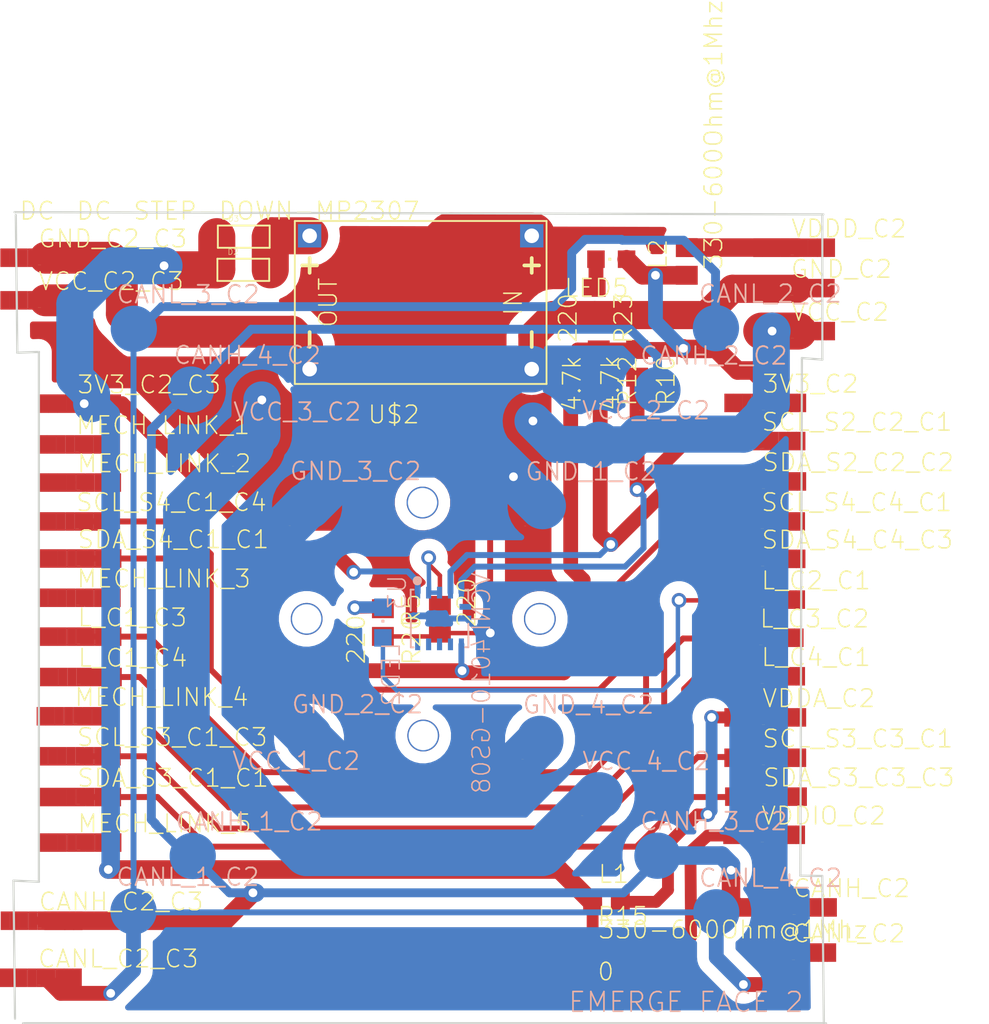
<source format=kicad_pcb>
(kicad_pcb (version 4) (host pcbnew 4.0.6)

  (general
    (links 59)
    (no_connects 6)
    (area 150.0638 62.514232 215.915197 132.900901)
    (thickness 1.6)
    (drawings 14)
    (tracks 344)
    (zones 0)
    (modules 63)
    (nets 22)
  )

  (page A4)
  (layers
    (0 Top signal)
    (31 Bottom signal)
    (32 B.Adhes user)
    (33 F.Adhes user)
    (34 B.Paste user)
    (35 F.Paste user)
    (36 B.SilkS user)
    (37 F.SilkS user)
    (38 B.Mask user)
    (39 F.Mask user)
    (40 Dwgs.User user)
    (41 Cmts.User user)
    (42 Eco1.User user)
    (43 Eco2.User user)
    (44 Edge.Cuts user)
    (45 Margin user)
    (46 B.CrtYd user)
    (47 F.CrtYd user)
    (48 B.Fab user)
    (49 F.Fab user)
  )

  (setup
    (last_trace_width 0.25)
    (trace_clearance 0.2)
    (zone_clearance 0.508)
    (zone_45_only no)
    (trace_min 0.2)
    (segment_width 0.2)
    (edge_width 0.15)
    (via_size 0.6)
    (via_drill 0.4)
    (via_min_size 0.4)
    (via_min_drill 0.3)
    (uvia_size 0.3)
    (uvia_drill 0.1)
    (uvias_allowed no)
    (uvia_min_size 0.2)
    (uvia_min_drill 0.1)
    (pcb_text_width 0.3)
    (pcb_text_size 1.5 1.5)
    (mod_edge_width 0.15)
    (mod_text_size 1 1)
    (mod_text_width 0.15)
    (pad_size 1.524 1.524)
    (pad_drill 0.762)
    (pad_to_mask_clearance 0.2)
    (aux_axis_origin 0 0)
    (visible_elements 7FFFFFFF)
    (pcbplotparams
      (layerselection 0x3ffff_80000001)
      (usegerberextensions false)
      (excludeedgelayer true)
      (linewidth 0.100000)
      (plotframeref false)
      (viasonmask false)
      (mode 1)
      (useauxorigin false)
      (hpglpennumber 1)
      (hpglpenspeed 20)
      (hpglpendiameter 15)
      (hpglpenoverlay 2)
      (psnegative false)
      (psa4output false)
      (plotreference true)
      (plotvalue true)
      (plotinvisibletext false)
      (padsonsilk false)
      (subtractmaskfromsilk false)
      (outputformat 1)
      (mirror false)
      (drillshape 0)
      (scaleselection 1)
      (outputdirectory "C:/Users/Henry Alberto/Documents/GitHub/Psoc_Modular/PCB/Gerber_Robot_Single/Face_2/"))
  )

  (net 0 "")
  (net 1 N$15)
  (net 2 N$18)
  (net 3 GND_C2)
  (net 4 3V3_C2)
  (net 5 N$22)
  (net 6 LED_S2_C2)
  (net 7 N$20)
  (net 8 N$26)
  (net 9 N$27)
  (net 10 VCC_C2)
  (net 11 N$32)
  (net 12 N$7)
  (net 13 VDDD2)
  (net 14 VDDIO2)
  (net 15 VDDA2)
  (net 16 N$43)
  (net 17 SCL_S2_U)
  (net 18 N$10)
  (net 19 N$44)
  (net 20 SDA_S2_U)
  (net 21 N$24)

  (net_class Default "Esta es la clase de red por defecto."
    (clearance 0.2)
    (trace_width 0.25)
    (via_dia 0.6)
    (via_drill 0.4)
    (uvia_dia 0.3)
    (uvia_drill 0.1)
    (add_net 3V3_C2)
    (add_net GND_C2)
    (add_net LED_S2_C2)
    (add_net N$10)
    (add_net N$15)
    (add_net N$18)
    (add_net N$20)
    (add_net N$22)
    (add_net N$24)
    (add_net N$26)
    (add_net N$27)
    (add_net N$32)
    (add_net N$43)
    (add_net N$44)
    (add_net N$7)
    (add_net SCL_S2_U)
    (add_net SDA_S2_U)
    (add_net VCC_C2)
    (add_net VDDA2)
    (add_net VDDD2)
    (add_net VDDIO2)
  )

  (module CHIPLED_0805 (layer Bottom) (tedit 0) (tstamp 590FCA0A)
    (at 176.5401 105.3439 180)
    (descr "<b>CHIPLED</b><p>\nSource: http://www.osram.convergy.de/ ... LG_R971.pdf")
    (fp_text reference LED2 (at -1.27 -1.27 450) (layer B.SilkS)
      (effects (font (size 1.2065 1.2065) (thickness 0.1016)) (justify left bottom mirror))
    )
    (fp_text value "" (at 2.54 -1.27 450) (layer B.SilkS)
      (effects (font (size 1.2065 1.2065) (thickness 0.1016)) (justify left bottom mirror))
    )
    (fp_arc (start 0 1) (end -0.35 1) (angle 180) (layer Dwgs.User) (width 0.1016))
    (fp_arc (start 0 -1) (end -0.35 -1) (angle -180) (layer Dwgs.User) (width 0.1016))
    (fp_line (start 0.575 0.525) (end 0.575 -0.525) (layer Dwgs.User) (width 0.1016))
    (fp_line (start -0.575 -0.5) (end -0.575 0.925) (layer Dwgs.User) (width 0.1016))
    (fp_circle (center -0.45 0.85) (end -0.347 0.85) (layer Dwgs.User) (width 0.1016))
    (fp_poly (pts (xy 0.3 0.5) (xy 0.625 0.5) (xy 0.625 1) (xy 0.3 1)) (layer Dwgs.User) (width 0))
    (fp_poly (pts (xy -0.325 0.5) (xy -0.175 0.5) (xy -0.175 0.75) (xy -0.325 0.75)) (layer Dwgs.User) (width 0))
    (fp_poly (pts (xy 0.175 0.5) (xy 0.325 0.5) (xy 0.325 0.75) (xy 0.175 0.75)) (layer Dwgs.User) (width 0))
    (fp_poly (pts (xy -0.2 0.5) (xy 0.2 0.5) (xy 0.2 0.675) (xy -0.2 0.675)) (layer Dwgs.User) (width 0))
    (fp_poly (pts (xy 0.3 -1) (xy 0.625 -1) (xy 0.625 -0.5) (xy 0.3 -0.5)) (layer Dwgs.User) (width 0))
    (fp_poly (pts (xy -0.625 -1) (xy -0.3 -1) (xy -0.3 -0.5) (xy -0.625 -0.5)) (layer Dwgs.User) (width 0))
    (fp_poly (pts (xy 0.175 -0.75) (xy 0.325 -0.75) (xy 0.325 -0.5) (xy 0.175 -0.5)) (layer Dwgs.User) (width 0))
    (fp_poly (pts (xy -0.325 -0.75) (xy -0.175 -0.75) (xy -0.175 -0.5) (xy -0.325 -0.5)) (layer Dwgs.User) (width 0))
    (fp_poly (pts (xy -0.2 -0.675) (xy 0.2 -0.675) (xy 0.2 -0.5) (xy -0.2 -0.5)) (layer Dwgs.User) (width 0))
    (fp_poly (pts (xy -0.1 0) (xy 0.1 0) (xy 0.1 0.2) (xy -0.1 0.2)) (layer B.SilkS) (width 0))
    (fp_poly (pts (xy -0.6 0.5) (xy -0.3 0.5) (xy -0.3 0.8) (xy -0.6 0.8)) (layer Dwgs.User) (width 0))
    (fp_poly (pts (xy -0.625 0.925) (xy -0.4 0.925) (xy -0.4 1) (xy -0.625 1)) (layer Dwgs.User) (width 0))
    (pad C smd rect (at 0 1.05 180) (size 1.2 1.2) (layers Bottom B.Paste B.Mask)
      (net 1 N$15))
    (pad A smd rect (at 0 -1.05 180) (size 1.2 1.2) (layers Bottom B.Paste B.Mask)
      (net 6 LED_S2_C2))
  )

  (module CHIPLED_0805 (layer Top) (tedit 0) (tstamp 590FCA4C)
    (at 192.2119 80.4265 90)
    (descr "<b>CHIPLED</b><p>\nSource: http://www.osram.convergy.de/ ... LG_R971.pdf")
    (fp_text reference LED5 (at -1.27 1.27 180) (layer F.SilkS)
      (effects (font (size 1.2065 1.2065) (thickness 0.1016)) (justify right top))
    )
    (fp_text value "" (at 2.54 1.27 180) (layer F.SilkS)
      (effects (font (size 1.2065 1.2065) (thickness 0.1016)) (justify right top))
    )
    (fp_arc (start 0 -1) (end -0.35 -1) (angle -180) (layer Dwgs.User) (width 0.1016))
    (fp_arc (start 0 1) (end -0.35 1) (angle 180) (layer Dwgs.User) (width 0.1016))
    (fp_line (start 0.575 -0.525) (end 0.575 0.525) (layer Dwgs.User) (width 0.1016))
    (fp_line (start -0.575 0.5) (end -0.575 -0.925) (layer Dwgs.User) (width 0.1016))
    (fp_circle (center -0.45 -0.85) (end -0.347 -0.85) (layer Dwgs.User) (width 0.1016))
    (fp_poly (pts (xy 0.3 -0.5) (xy 0.625 -0.5) (xy 0.625 -1) (xy 0.3 -1)) (layer Dwgs.User) (width 0))
    (fp_poly (pts (xy -0.325 -0.5) (xy -0.175 -0.5) (xy -0.175 -0.75) (xy -0.325 -0.75)) (layer Dwgs.User) (width 0))
    (fp_poly (pts (xy 0.175 -0.5) (xy 0.325 -0.5) (xy 0.325 -0.75) (xy 0.175 -0.75)) (layer Dwgs.User) (width 0))
    (fp_poly (pts (xy -0.2 -0.5) (xy 0.2 -0.5) (xy 0.2 -0.675) (xy -0.2 -0.675)) (layer Dwgs.User) (width 0))
    (fp_poly (pts (xy 0.3 1) (xy 0.625 1) (xy 0.625 0.5) (xy 0.3 0.5)) (layer Dwgs.User) (width 0))
    (fp_poly (pts (xy -0.625 1) (xy -0.3 1) (xy -0.3 0.5) (xy -0.625 0.5)) (layer Dwgs.User) (width 0))
    (fp_poly (pts (xy 0.175 0.75) (xy 0.325 0.75) (xy 0.325 0.5) (xy 0.175 0.5)) (layer Dwgs.User) (width 0))
    (fp_poly (pts (xy -0.325 0.75) (xy -0.175 0.75) (xy -0.175 0.5) (xy -0.325 0.5)) (layer Dwgs.User) (width 0))
    (fp_poly (pts (xy -0.2 0.675) (xy 0.2 0.675) (xy 0.2 0.5) (xy -0.2 0.5)) (layer Dwgs.User) (width 0))
    (fp_poly (pts (xy -0.1 0) (xy 0.1 0) (xy 0.1 -0.2) (xy -0.1 -0.2)) (layer F.SilkS) (width 0))
    (fp_poly (pts (xy -0.6 -0.5) (xy -0.3 -0.5) (xy -0.3 -0.8) (xy -0.6 -0.8)) (layer Dwgs.User) (width 0))
    (fp_poly (pts (xy -0.625 -0.925) (xy -0.4 -0.925) (xy -0.4 -1) (xy -0.625 -1)) (layer Dwgs.User) (width 0))
    (pad C smd rect (at 0 -1.05 90) (size 1.2 1.2) (layers Top F.Paste F.Mask)
      (net 2 N$18))
    (pad A smd rect (at 0 1.05 90) (size 1.2 1.2) (layers Top F.Paste F.Mask)
      (net 4 3V3_C2))
  )

  (module R0805 (layer Top) (tedit 0) (tstamp 590FCA9E)
    (at 176.5401 105.3439 270)
    (descr <b>RESISTOR</b><p>)
    (fp_text reference R20 (at -0.635 -1.27 270) (layer F.SilkS)
      (effects (font (size 1.2065 1.2065) (thickness 0.1016)) (justify right top))
    )
    (fp_text value 220 (at -0.635 2.54 270) (layer F.SilkS)
      (effects (font (size 1.2065 1.2065) (thickness 0.1016)) (justify right top))
    )
    (fp_line (start -0.41 -0.635) (end 0.41 -0.635) (layer Dwgs.User) (width 0.1524))
    (fp_line (start -0.41 0.635) (end 0.41 0.635) (layer Dwgs.User) (width 0.1524))
    (fp_poly (pts (xy 0.4064 0.6985) (xy 1.0564 0.6985) (xy 1.0564 -0.7015) (xy 0.4064 -0.7015)) (layer Dwgs.User) (width 0))
    (fp_poly (pts (xy -1.0668 0.6985) (xy -0.4168 0.6985) (xy -0.4168 -0.7015) (xy -1.0668 -0.7015)) (layer Dwgs.User) (width 0))
    (fp_poly (pts (xy -0.1999 0.5001) (xy 0.1999 0.5001) (xy 0.1999 -0.5001) (xy -0.1999 -0.5001)) (layer F.Adhes) (width 0))
    (pad 1 smd rect (at -0.95 0 270) (size 1.3 1.5) (layers Top F.Paste F.Mask)
      (net 1 N$15))
    (pad 2 smd rect (at 0.95 0 270) (size 1.3 1.5) (layers Top F.Paste F.Mask)
      (net 3 GND_C2))
  )

  (module R0805 (layer Top) (tedit 0) (tstamp 590FCABC)
    (at 191.0711 83.3067 270)
    (descr <b>RESISTOR</b><p>)
    (fp_text reference R23 (at -0.635 -1.27 270) (layer F.SilkS)
      (effects (font (size 1.2065 1.2065) (thickness 0.1016)) (justify right top))
    )
    (fp_text value 220 (at -0.635 2.54 270) (layer F.SilkS)
      (effects (font (size 1.2065 1.2065) (thickness 0.1016)) (justify right top))
    )
    (fp_line (start -0.41 -0.635) (end 0.41 -0.635) (layer Dwgs.User) (width 0.1524))
    (fp_line (start -0.41 0.635) (end 0.41 0.635) (layer Dwgs.User) (width 0.1524))
    (fp_poly (pts (xy 0.4064 0.6985) (xy 1.0564 0.6985) (xy 1.0564 -0.7015) (xy 0.4064 -0.7015)) (layer Dwgs.User) (width 0))
    (fp_poly (pts (xy -1.0668 0.6985) (xy -0.4168 0.6985) (xy -0.4168 -0.7015) (xy -1.0668 -0.7015)) (layer Dwgs.User) (width 0))
    (fp_poly (pts (xy -0.1999 0.5001) (xy 0.1999 0.5001) (xy 0.1999 -0.5001) (xy -0.1999 -0.5001)) (layer F.Adhes) (width 0))
    (pad 1 smd rect (at -0.95 0 270) (size 1.3 1.5) (layers Top F.Paste F.Mask)
      (net 2 N$18))
    (pad 2 smd rect (at 0.95 0 270) (size 1.3 1.5) (layers Top F.Paste F.Mask)
      (net 3 GND_C2))
  )

  (module TP11R (layer Top) (tedit 0) (tstamp 590FCB95)
    (at 203.0577 90.2817)
    (descr "<b>TEST PAD</b>")
    (fp_text reference 3V3_C2 (at -0.5499 -0.5999) (layer F.SilkS)
      (effects (font (size 1.2065 1.2065) (thickness 0.1016)) (justify left bottom))
    )
    (fp_text value PTR1TP11R (at -0.508 0.508) (layer F.SilkS)
      (effects (font (size 0.02413 0.02413) (thickness 0.002032)) (justify left bottom))
    )
    (fp_text user >TP_SIGNAL_NAME (at 0 1.905) (layer Cmts.User)
      (effects (font (size 0.95 0.95) (thickness 0.08)) (justify left bottom))
    )
    (pad TP smd circle (at 0 0) (size 1.1 1.1) (layers Top F.Paste F.Mask)
      (net 4 3V3_C2))
    (pad P$1 smd rect (at 0.381 0 90) (size 1.27 0.635) (layers Top F.Paste F.Mask))
    (pad P$2 smd rect (at 1.016 0 90) (size 1.27 0.635) (layers Top F.Paste F.Mask))
    (pad P$3 smd rect (at -0.254 0 90) (size 1.27 0.635) (layers Top F.Paste F.Mask))
    (pad P$4 smd rect (at -0.889 0 90) (size 1.27 0.635) (layers Top F.Paste F.Mask))
    (pad P$5 smd rect (at -1.524 0 90) (size 1.27 0.635) (layers Top F.Paste F.Mask))
    (pad P$6 smd rect (at 1.6129 0 90) (size 1.27 0.635) (layers Top F.Paste F.Mask))
    (pad P$7 smd rect (at 2.2098 0 90) (size 1.27 0.635) (layers Top F.Paste F.Mask))
    (pad P$8 smd rect (at -2.1463 0 90) (size 1.27 0.635) (layers Top F.Paste F.Mask))
    (pad P$9 smd rect (at -2.7686 0 90) (size 1.27 0.635) (layers Top F.Paste F.Mask))
  )

  (module TP11R (layer Top) (tedit 0) (tstamp 590FCBA3)
    (at 205.0135 82.4077)
    (descr "<b>TEST PAD</b>")
    (fp_text reference GND_C2 (at -0.5499 -0.5999) (layer F.SilkS)
      (effects (font (size 1.2065 1.2065) (thickness 0.1016)) (justify left bottom))
    )
    (fp_text value PTR1TP11R (at -0.508 0.508) (layer F.SilkS)
      (effects (font (size 0.02413 0.02413) (thickness 0.002032)) (justify left bottom))
    )
    (fp_text user >TP_SIGNAL_NAME (at 0 1.905) (layer Cmts.User)
      (effects (font (size 0.95 0.95) (thickness 0.08)) (justify left bottom))
    )
    (pad TP smd circle (at 0 0) (size 1.1 1.1) (layers Top F.Paste F.Mask)
      (net 3 GND_C2))
    (pad P$1 smd rect (at 0.381 0 90) (size 1.27 0.635) (layers Top F.Paste F.Mask))
    (pad P$2 smd rect (at 1.016 0 90) (size 1.27 0.635) (layers Top F.Paste F.Mask))
    (pad P$3 smd rect (at -0.254 0 90) (size 1.27 0.635) (layers Top F.Paste F.Mask))
    (pad P$4 smd rect (at -0.889 0 90) (size 1.27 0.635) (layers Top F.Paste F.Mask))
    (pad P$5 smd rect (at -1.524 0 90) (size 1.27 0.635) (layers Top F.Paste F.Mask))
    (pad P$6 smd rect (at 1.6129 0 90) (size 1.27 0.635) (layers Top F.Paste F.Mask))
    (pad P$7 smd rect (at 2.2098 0 90) (size 1.27 0.635) (layers Top F.Paste F.Mask))
    (pad P$8 smd rect (at -2.1463 0 90) (size 1.27 0.635) (layers Top F.Paste F.Mask))
    (pad P$9 smd rect (at -2.7686 0 90) (size 1.27 0.635) (layers Top F.Paste F.Mask))
  )

  (module TP11R (layer Top) (tedit 0) (tstamp 590FCBB1)
    (at 156.0423 90.3325)
    (descr "<b>TEST PAD</b>")
    (fp_text reference 3V3_C2_C3 (at -0.5499 -0.5999) (layer F.SilkS)
      (effects (font (size 1.2065 1.2065) (thickness 0.1016)) (justify left bottom))
    )
    (fp_text value PTR1TP11R (at -0.508 0.508) (layer F.SilkS)
      (effects (font (size 0.02413 0.02413) (thickness 0.002032)) (justify left bottom))
    )
    (fp_text user >TP_SIGNAL_NAME (at 0 1.905) (layer Cmts.User)
      (effects (font (size 0.95 0.95) (thickness 0.08)) (justify left bottom))
    )
    (pad TP smd circle (at 0 0) (size 1.1 1.1) (layers Top F.Paste F.Mask)
      (net 4 3V3_C2))
    (pad P$1 smd rect (at 0.381 0 90) (size 1.27 0.635) (layers Top F.Paste F.Mask))
    (pad P$2 smd rect (at 1.016 0 90) (size 1.27 0.635) (layers Top F.Paste F.Mask))
    (pad P$3 smd rect (at -0.254 0 90) (size 1.27 0.635) (layers Top F.Paste F.Mask))
    (pad P$4 smd rect (at -0.889 0 90) (size 1.27 0.635) (layers Top F.Paste F.Mask))
    (pad P$5 smd rect (at -1.524 0 90) (size 1.27 0.635) (layers Top F.Paste F.Mask))
    (pad P$6 smd rect (at 1.6129 0 90) (size 1.27 0.635) (layers Top F.Paste F.Mask))
    (pad P$7 smd rect (at 2.2098 0 90) (size 1.27 0.635) (layers Top F.Paste F.Mask))
    (pad P$8 smd rect (at -2.1463 0 90) (size 1.27 0.635) (layers Top F.Paste F.Mask))
    (pad P$9 smd rect (at -2.7686 0 90) (size 1.27 0.635) (layers Top F.Paste F.Mask))
  )

  (module TP11R (layer Top) (tedit 0) (tstamp 590FCBBF)
    (at 153.3753 80.3249)
    (descr "<b>TEST PAD</b>")
    (fp_text reference GND_C2_C3 (at -0.5499 -0.5999) (layer F.SilkS)
      (effects (font (size 1.2065 1.2065) (thickness 0.1016)) (justify left bottom))
    )
    (fp_text value PTR1TP11R (at -0.508 0.508) (layer F.SilkS)
      (effects (font (size 0.02413 0.02413) (thickness 0.002032)) (justify left bottom))
    )
    (fp_text user >TP_SIGNAL_NAME (at 0 1.905) (layer Cmts.User)
      (effects (font (size 0.95 0.95) (thickness 0.08)) (justify left bottom))
    )
    (pad TP smd circle (at 0 0) (size 1.1 1.1) (layers Top F.Paste F.Mask)
      (net 3 GND_C2))
    (pad P$1 smd rect (at 0.381 0 90) (size 1.27 0.635) (layers Top F.Paste F.Mask))
    (pad P$2 smd rect (at 1.016 0 90) (size 1.27 0.635) (layers Top F.Paste F.Mask))
    (pad P$3 smd rect (at -0.254 0 90) (size 1.27 0.635) (layers Top F.Paste F.Mask))
    (pad P$4 smd rect (at -0.889 0 90) (size 1.27 0.635) (layers Top F.Paste F.Mask))
    (pad P$5 smd rect (at -1.524 0 90) (size 1.27 0.635) (layers Top F.Paste F.Mask))
    (pad P$6 smd rect (at 1.6129 0 90) (size 1.27 0.635) (layers Top F.Paste F.Mask))
    (pad P$7 smd rect (at 2.2098 0 90) (size 1.27 0.635) (layers Top F.Paste F.Mask))
    (pad P$8 smd rect (at -2.1463 0 90) (size 1.27 0.635) (layers Top F.Paste F.Mask))
    (pad P$9 smd rect (at -2.7686 0 90) (size 1.27 0.635) (layers Top F.Paste F.Mask))
  )

  (module TP11R (layer Top) (tedit 0) (tstamp 590FCBF7)
    (at 202.9815 103.7691)
    (descr "<b>TEST PAD</b>")
    (fp_text reference L_C2_C1 (at -0.5499 -0.5999) (layer F.SilkS)
      (effects (font (size 1.2065 1.2065) (thickness 0.1016)) (justify left bottom))
    )
    (fp_text value PTR1TP11R (at -0.508 0.508) (layer F.SilkS)
      (effects (font (size 0.02413 0.02413) (thickness 0.002032)) (justify left bottom))
    )
    (fp_text user >TP_SIGNAL_NAME (at 0 1.905) (layer Cmts.User)
      (effects (font (size 0.95 0.95) (thickness 0.08)) (justify left bottom))
    )
    (pad TP smd circle (at 0 0) (size 1.1 1.1) (layers Top F.Paste F.Mask)
      (net 6 LED_S2_C2))
    (pad P$1 smd rect (at 0.381 0 90) (size 1.27 0.635) (layers Top F.Paste F.Mask))
    (pad P$2 smd rect (at 1.016 0 90) (size 1.27 0.635) (layers Top F.Paste F.Mask))
    (pad P$3 smd rect (at -0.254 0 90) (size 1.27 0.635) (layers Top F.Paste F.Mask))
    (pad P$4 smd rect (at -0.889 0 90) (size 1.27 0.635) (layers Top F.Paste F.Mask))
    (pad P$5 smd rect (at -1.524 0 90) (size 1.27 0.635) (layers Top F.Paste F.Mask))
    (pad P$6 smd rect (at 1.6129 0 90) (size 1.27 0.635) (layers Top F.Paste F.Mask))
    (pad P$7 smd rect (at 2.2098 0 90) (size 1.27 0.635) (layers Top F.Paste F.Mask))
    (pad P$8 smd rect (at -2.1463 0 90) (size 1.27 0.635) (layers Top F.Paste F.Mask))
    (pad P$9 smd rect (at -2.7686 0 90) (size 1.27 0.635) (layers Top F.Paste F.Mask))
  )

  (module TP11R (layer Top) (tedit 0) (tstamp 590FCC13)
    (at 202.8799 106.3853)
    (descr "<b>TEST PAD</b>")
    (fp_text reference L_C3_C2 (at -0.5499 -0.5999) (layer F.SilkS)
      (effects (font (size 1.2065 1.2065) (thickness 0.1016)) (justify left bottom))
    )
    (fp_text value PTR1TP11R (at -0.508 0.508) (layer F.SilkS)
      (effects (font (size 0.02413 0.02413) (thickness 0.002032)) (justify left bottom))
    )
    (fp_text user >TP_SIGNAL_NAME (at 0 1.905) (layer Cmts.User)
      (effects (font (size 0.95 0.95) (thickness 0.08)) (justify left bottom))
    )
    (pad TP smd circle (at 0 0) (size 1.1 1.1) (layers Top F.Paste F.Mask)
      (net 5 N$22))
    (pad P$1 smd rect (at 0.381 0 90) (size 1.27 0.635) (layers Top F.Paste F.Mask))
    (pad P$2 smd rect (at 1.016 0 90) (size 1.27 0.635) (layers Top F.Paste F.Mask))
    (pad P$3 smd rect (at -0.254 0 90) (size 1.27 0.635) (layers Top F.Paste F.Mask))
    (pad P$4 smd rect (at -0.889 0 90) (size 1.27 0.635) (layers Top F.Paste F.Mask))
    (pad P$5 smd rect (at -1.524 0 90) (size 1.27 0.635) (layers Top F.Paste F.Mask))
    (pad P$6 smd rect (at 1.6129 0 90) (size 1.27 0.635) (layers Top F.Paste F.Mask))
    (pad P$7 smd rect (at 2.2098 0 90) (size 1.27 0.635) (layers Top F.Paste F.Mask))
    (pad P$8 smd rect (at -2.1463 0 90) (size 1.27 0.635) (layers Top F.Paste F.Mask))
    (pad P$9 smd rect (at -2.7686 0 90) (size 1.27 0.635) (layers Top F.Paste F.Mask))
  )

  (module TP11R (layer Top) (tedit 0) (tstamp 590FCC21)
    (at 156.0677 106.3091)
    (descr "<b>TEST PAD</b>")
    (fp_text reference L_C1_C3 (at -0.5499 -0.5999) (layer F.SilkS)
      (effects (font (size 1.2065 1.2065) (thickness 0.1016)) (justify left bottom))
    )
    (fp_text value PTR1TP11R (at -0.508 0.508) (layer F.SilkS)
      (effects (font (size 0.02413 0.02413) (thickness 0.002032)) (justify left bottom))
    )
    (fp_text user >TP_SIGNAL_NAME (at 0 1.905) (layer Cmts.User)
      (effects (font (size 0.95 0.95) (thickness 0.08)) (justify left bottom))
    )
    (pad TP smd circle (at 0 0) (size 1.1 1.1) (layers Top F.Paste F.Mask)
      (net 5 N$22))
    (pad P$1 smd rect (at 0.381 0 90) (size 1.27 0.635) (layers Top F.Paste F.Mask))
    (pad P$2 smd rect (at 1.016 0 90) (size 1.27 0.635) (layers Top F.Paste F.Mask))
    (pad P$3 smd rect (at -0.254 0 90) (size 1.27 0.635) (layers Top F.Paste F.Mask))
    (pad P$4 smd rect (at -0.889 0 90) (size 1.27 0.635) (layers Top F.Paste F.Mask))
    (pad P$5 smd rect (at -1.524 0 90) (size 1.27 0.635) (layers Top F.Paste F.Mask))
    (pad P$6 smd rect (at 1.6129 0 90) (size 1.27 0.635) (layers Top F.Paste F.Mask))
    (pad P$7 smd rect (at 2.2098 0 90) (size 1.27 0.635) (layers Top F.Paste F.Mask))
    (pad P$8 smd rect (at -2.1463 0 90) (size 1.27 0.635) (layers Top F.Paste F.Mask))
    (pad P$9 smd rect (at -2.7686 0 90) (size 1.27 0.635) (layers Top F.Paste F.Mask))
  )

  (module TP11R (layer Top) (tedit 0) (tstamp 590FCC4B)
    (at 202.9815 109.0269)
    (descr "<b>TEST PAD</b>")
    (fp_text reference L_C4_C1 (at -0.5499 -0.5999) (layer F.SilkS)
      (effects (font (size 1.2065 1.2065) (thickness 0.1016)) (justify left bottom))
    )
    (fp_text value PTR1TP11R (at -0.508 0.508) (layer F.SilkS)
      (effects (font (size 0.02413 0.02413) (thickness 0.002032)) (justify left bottom))
    )
    (fp_text user >TP_SIGNAL_NAME (at 0 1.905) (layer Cmts.User)
      (effects (font (size 0.95 0.95) (thickness 0.08)) (justify left bottom))
    )
    (pad TP smd circle (at 0 0) (size 1.1 1.1) (layers Top F.Paste F.Mask)
      (net 7 N$20))
    (pad P$1 smd rect (at 0.381 0 90) (size 1.27 0.635) (layers Top F.Paste F.Mask))
    (pad P$2 smd rect (at 1.016 0 90) (size 1.27 0.635) (layers Top F.Paste F.Mask))
    (pad P$3 smd rect (at -0.254 0 90) (size 1.27 0.635) (layers Top F.Paste F.Mask))
    (pad P$4 smd rect (at -0.889 0 90) (size 1.27 0.635) (layers Top F.Paste F.Mask))
    (pad P$5 smd rect (at -1.524 0 90) (size 1.27 0.635) (layers Top F.Paste F.Mask))
    (pad P$6 smd rect (at 1.6129 0 90) (size 1.27 0.635) (layers Top F.Paste F.Mask))
    (pad P$7 smd rect (at 2.2098 0 90) (size 1.27 0.635) (layers Top F.Paste F.Mask))
    (pad P$8 smd rect (at -2.1463 0 90) (size 1.27 0.635) (layers Top F.Paste F.Mask))
    (pad P$9 smd rect (at -2.7686 0 90) (size 1.27 0.635) (layers Top F.Paste F.Mask))
  )

  (module TP11R (layer Top) (tedit 0) (tstamp 590FCC59)
    (at 156.0931 109.0777)
    (descr "<b>TEST PAD</b>")
    (fp_text reference L_C1_C4 (at -0.5499 -0.5999) (layer F.SilkS)
      (effects (font (size 1.2065 1.2065) (thickness 0.1016)) (justify left bottom))
    )
    (fp_text value PTR1TP11R (at -0.508 0.508) (layer F.SilkS)
      (effects (font (size 0.02413 0.02413) (thickness 0.002032)) (justify left bottom))
    )
    (fp_text user >TP_SIGNAL_NAME (at 0 1.905) (layer Cmts.User)
      (effects (font (size 0.95 0.95) (thickness 0.08)) (justify left bottom))
    )
    (pad TP smd circle (at 0 0) (size 1.1 1.1) (layers Top F.Paste F.Mask)
      (net 7 N$20))
    (pad P$1 smd rect (at 0.381 0 90) (size 1.27 0.635) (layers Top F.Paste F.Mask))
    (pad P$2 smd rect (at 1.016 0 90) (size 1.27 0.635) (layers Top F.Paste F.Mask))
    (pad P$3 smd rect (at -0.254 0 90) (size 1.27 0.635) (layers Top F.Paste F.Mask))
    (pad P$4 smd rect (at -0.889 0 90) (size 1.27 0.635) (layers Top F.Paste F.Mask))
    (pad P$5 smd rect (at -1.524 0 90) (size 1.27 0.635) (layers Top F.Paste F.Mask))
    (pad P$6 smd rect (at 1.6129 0 90) (size 1.27 0.635) (layers Top F.Paste F.Mask))
    (pad P$7 smd rect (at 2.2098 0 90) (size 1.27 0.635) (layers Top F.Paste F.Mask))
    (pad P$8 smd rect (at -2.1463 0 90) (size 1.27 0.635) (layers Top F.Paste F.Mask))
    (pad P$9 smd rect (at -2.7686 0 90) (size 1.27 0.635) (layers Top F.Paste F.Mask))
  )

  (module TP11R (layer Top) (tedit 0) (tstamp 590FCCBB)
    (at 203.0069 92.8979)
    (descr "<b>TEST PAD</b>")
    (fp_text reference SCL_S2_C2_C1 (at -0.5499 -0.5999) (layer F.SilkS)
      (effects (font (size 1.2065 1.2065) (thickness 0.1016)) (justify left bottom))
    )
    (fp_text value PTR1TP11R (at -0.508 0.508) (layer F.SilkS)
      (effects (font (size 0.02413 0.02413) (thickness 0.002032)) (justify left bottom))
    )
    (fp_text user >TP_SIGNAL_NAME (at 0 1.905) (layer Cmts.User)
      (effects (font (size 0.95 0.95) (thickness 0.08)) (justify left bottom))
    )
    (pad TP smd circle (at 0 0) (size 1.1 1.1) (layers Top F.Paste F.Mask)
      (net 17 SCL_S2_U))
    (pad P$1 smd rect (at 0.381 0 90) (size 1.27 0.635) (layers Top F.Paste F.Mask))
    (pad P$2 smd rect (at 1.016 0 90) (size 1.27 0.635) (layers Top F.Paste F.Mask))
    (pad P$3 smd rect (at -0.254 0 90) (size 1.27 0.635) (layers Top F.Paste F.Mask))
    (pad P$4 smd rect (at -0.889 0 90) (size 1.27 0.635) (layers Top F.Paste F.Mask))
    (pad P$5 smd rect (at -1.524 0 90) (size 1.27 0.635) (layers Top F.Paste F.Mask))
    (pad P$6 smd rect (at 1.6129 0 90) (size 1.27 0.635) (layers Top F.Paste F.Mask))
    (pad P$7 smd rect (at 2.2098 0 90) (size 1.27 0.635) (layers Top F.Paste F.Mask))
    (pad P$8 smd rect (at -2.1463 0 90) (size 1.27 0.635) (layers Top F.Paste F.Mask))
    (pad P$9 smd rect (at -2.7686 0 90) (size 1.27 0.635) (layers Top F.Paste F.Mask))
  )

  (module TP11R (layer Top) (tedit 0) (tstamp 590FCCD7)
    (at 203.0577 114.6149)
    (descr "<b>TEST PAD</b>")
    (fp_text reference SCL_S3_C3_C1 (at -0.5499 -0.5999) (layer F.SilkS)
      (effects (font (size 1.2065 1.2065) (thickness 0.1016)) (justify left bottom))
    )
    (fp_text value PTR1TP11R (at -0.508 0.508) (layer F.SilkS)
      (effects (font (size 0.02413 0.02413) (thickness 0.002032)) (justify left bottom))
    )
    (fp_text user >TP_SIGNAL_NAME (at 0 1.905) (layer Cmts.User)
      (effects (font (size 0.95 0.95) (thickness 0.08)) (justify left bottom))
    )
    (pad TP smd circle (at 0 0) (size 1.1 1.1) (layers Top F.Paste F.Mask)
      (net 8 N$26))
    (pad P$1 smd rect (at 0.381 0 90) (size 1.27 0.635) (layers Top F.Paste F.Mask))
    (pad P$2 smd rect (at 1.016 0 90) (size 1.27 0.635) (layers Top F.Paste F.Mask))
    (pad P$3 smd rect (at -0.254 0 90) (size 1.27 0.635) (layers Top F.Paste F.Mask))
    (pad P$4 smd rect (at -0.889 0 90) (size 1.27 0.635) (layers Top F.Paste F.Mask))
    (pad P$5 smd rect (at -1.524 0 90) (size 1.27 0.635) (layers Top F.Paste F.Mask))
    (pad P$6 smd rect (at 1.6129 0 90) (size 1.27 0.635) (layers Top F.Paste F.Mask))
    (pad P$7 smd rect (at 2.2098 0 90) (size 1.27 0.635) (layers Top F.Paste F.Mask))
    (pad P$8 smd rect (at -2.1463 0 90) (size 1.27 0.635) (layers Top F.Paste F.Mask))
    (pad P$9 smd rect (at -2.7686 0 90) (size 1.27 0.635) (layers Top F.Paste F.Mask))
  )

  (module TP11R (layer Top) (tedit 0) (tstamp 590FCCE5)
    (at 156.0169 114.5133)
    (descr "<b>TEST PAD</b>")
    (fp_text reference SCL_S3_C1_C3 (at -0.5499 -0.5999) (layer F.SilkS)
      (effects (font (size 1.2065 1.2065) (thickness 0.1016)) (justify left bottom))
    )
    (fp_text value PTR1TP11R (at -0.508 0.508) (layer F.SilkS)
      (effects (font (size 0.02413 0.02413) (thickness 0.002032)) (justify left bottom))
    )
    (fp_text user >TP_SIGNAL_NAME (at 0 1.905) (layer Cmts.User)
      (effects (font (size 0.95 0.95) (thickness 0.08)) (justify left bottom))
    )
    (pad TP smd circle (at 0 0) (size 1.1 1.1) (layers Top F.Paste F.Mask)
      (net 8 N$26))
    (pad P$1 smd rect (at 0.381 0 90) (size 1.27 0.635) (layers Top F.Paste F.Mask))
    (pad P$2 smd rect (at 1.016 0 90) (size 1.27 0.635) (layers Top F.Paste F.Mask))
    (pad P$3 smd rect (at -0.254 0 90) (size 1.27 0.635) (layers Top F.Paste F.Mask))
    (pad P$4 smd rect (at -0.889 0 90) (size 1.27 0.635) (layers Top F.Paste F.Mask))
    (pad P$5 smd rect (at -1.524 0 90) (size 1.27 0.635) (layers Top F.Paste F.Mask))
    (pad P$6 smd rect (at 1.6129 0 90) (size 1.27 0.635) (layers Top F.Paste F.Mask))
    (pad P$7 smd rect (at 2.2098 0 90) (size 1.27 0.635) (layers Top F.Paste F.Mask))
    (pad P$8 smd rect (at -2.1463 0 90) (size 1.27 0.635) (layers Top F.Paste F.Mask))
    (pad P$9 smd rect (at -2.7686 0 90) (size 1.27 0.635) (layers Top F.Paste F.Mask))
  )

  (module TP11R (layer Top) (tedit 0) (tstamp 590FCD0F)
    (at 202.9815 98.4097)
    (descr "<b>TEST PAD</b>")
    (fp_text reference SCL_S4_C4_C1 (at -0.5499 -0.5999) (layer F.SilkS)
      (effects (font (size 1.2065 1.2065) (thickness 0.1016)) (justify left bottom))
    )
    (fp_text value PTR1TP11R (at -0.508 0.508) (layer F.SilkS)
      (effects (font (size 0.02413 0.02413) (thickness 0.002032)) (justify left bottom))
    )
    (fp_text user >TP_SIGNAL_NAME (at 0 1.905) (layer Cmts.User)
      (effects (font (size 0.95 0.95) (thickness 0.08)) (justify left bottom))
    )
    (pad TP smd circle (at 0 0) (size 1.1 1.1) (layers Top F.Paste F.Mask)
      (net 9 N$27))
    (pad P$1 smd rect (at 0.381 0 90) (size 1.27 0.635) (layers Top F.Paste F.Mask))
    (pad P$2 smd rect (at 1.016 0 90) (size 1.27 0.635) (layers Top F.Paste F.Mask))
    (pad P$3 smd rect (at -0.254 0 90) (size 1.27 0.635) (layers Top F.Paste F.Mask))
    (pad P$4 smd rect (at -0.889 0 90) (size 1.27 0.635) (layers Top F.Paste F.Mask))
    (pad P$5 smd rect (at -1.524 0 90) (size 1.27 0.635) (layers Top F.Paste F.Mask))
    (pad P$6 smd rect (at 1.6129 0 90) (size 1.27 0.635) (layers Top F.Paste F.Mask))
    (pad P$7 smd rect (at 2.2098 0 90) (size 1.27 0.635) (layers Top F.Paste F.Mask))
    (pad P$8 smd rect (at -2.1463 0 90) (size 1.27 0.635) (layers Top F.Paste F.Mask))
    (pad P$9 smd rect (at -2.7686 0 90) (size 1.27 0.635) (layers Top F.Paste F.Mask))
  )

  (module TP11R (layer Top) (tedit 0) (tstamp 590FCD1D)
    (at 155.9661 98.4097)
    (descr "<b>TEST PAD</b>")
    (fp_text reference SCL_S4_C1_C4 (at -0.5499 -0.5999) (layer F.SilkS)
      (effects (font (size 1.2065 1.2065) (thickness 0.1016)) (justify left bottom))
    )
    (fp_text value PTR1TP11R (at -0.508 0.508) (layer F.SilkS)
      (effects (font (size 0.02413 0.02413) (thickness 0.002032)) (justify left bottom))
    )
    (fp_text user >TP_SIGNAL_NAME (at 0 1.905) (layer Cmts.User)
      (effects (font (size 0.95 0.95) (thickness 0.08)) (justify left bottom))
    )
    (pad TP smd circle (at 0 0) (size 1.1 1.1) (layers Top F.Paste F.Mask)
      (net 9 N$27))
    (pad P$1 smd rect (at 0.381 0 90) (size 1.27 0.635) (layers Top F.Paste F.Mask))
    (pad P$2 smd rect (at 1.016 0 90) (size 1.27 0.635) (layers Top F.Paste F.Mask))
    (pad P$3 smd rect (at -0.254 0 90) (size 1.27 0.635) (layers Top F.Paste F.Mask))
    (pad P$4 smd rect (at -0.889 0 90) (size 1.27 0.635) (layers Top F.Paste F.Mask))
    (pad P$5 smd rect (at -1.524 0 90) (size 1.27 0.635) (layers Top F.Paste F.Mask))
    (pad P$6 smd rect (at 1.6129 0 90) (size 1.27 0.635) (layers Top F.Paste F.Mask))
    (pad P$7 smd rect (at 2.2098 0 90) (size 1.27 0.635) (layers Top F.Paste F.Mask))
    (pad P$8 smd rect (at -2.1463 0 90) (size 1.27 0.635) (layers Top F.Paste F.Mask))
    (pad P$9 smd rect (at -2.7686 0 90) (size 1.27 0.635) (layers Top F.Paste F.Mask))
  )

  (module B2,54 (layer Top) (tedit 0) (tstamp 590FCDD3)
    (at 191.3851 93.1559)
    (descr "<b>TEST PAD</b>")
    (fp_text reference VCC_2_C2 (at -1.27 -1.651) (layer B.SilkS)
      (effects (font (size 1.2065 1.2065) (thickness 0.127)) (justify left bottom))
    )
    (fp_text value TPB2,54 (at -1.27 1.397) (layer F.SilkS)
      (effects (font (size 0.02413 0.02413) (thickness 0.002032)) (justify left bottom))
    )
    (fp_circle (center 0 0) (end 0.635 0) (layer Cmts.User) (width 0.254))
    (fp_text user >TP_SIGNAL_NAME (at -1.27 3.175) (layer Cmts.User)
      (effects (font (size 0.95 0.95) (thickness 0.08)) (justify left bottom))
    )
    (pad TP smd circle (at 0 0 180) (size 2.54 2.54) (layers Bottom B.Paste B.Mask)
      (net 10 VCC_C2))
    (pad P$1 smd circle (at 0 0 90) (size 3.175 3.175) (layers Bottom B.Paste B.Mask))
  )

  (module B2,54 (layer Top) (tedit 0) (tstamp 590FCDDA)
    (at 167.3761 117.1909)
    (descr "<b>TEST PAD</b>")
    (fp_text reference VCC_1_C2 (at -1.27 -1.651) (layer B.SilkS)
      (effects (font (size 1.2065 1.2065) (thickness 0.127)) (justify left bottom))
    )
    (fp_text value TPB2,54 (at -1.27 1.397) (layer F.SilkS)
      (effects (font (size 0.02413 0.02413) (thickness 0.002032)) (justify left bottom))
    )
    (fp_circle (center 0 0) (end 0.635 0) (layer Cmts.User) (width 0.254))
    (fp_text user >TP_SIGNAL_NAME (at -1.27 3.175) (layer Cmts.User)
      (effects (font (size 0.95 0.95) (thickness 0.08)) (justify left bottom))
    )
    (pad TP smd circle (at 0 0 180) (size 2.54 2.54) (layers Bottom B.Paste B.Mask)
      (net 10 VCC_C2))
    (pad P$1 smd circle (at 0 0 90) (size 3.175 3.175) (layers Bottom B.Paste B.Mask))
  )

  (module TP11R (layer Top) (tedit 0) (tstamp 590FCDE1)
    (at 205.0389 85.3541)
    (descr "<b>TEST PAD</b>")
    (fp_text reference VCC_C2 (at -0.5499 -0.5999) (layer F.SilkS)
      (effects (font (size 1.2065 1.2065) (thickness 0.1016)) (justify left bottom))
    )
    (fp_text value PTR1TP11R (at -0.508 0.508) (layer F.SilkS)
      (effects (font (size 0.02413 0.02413) (thickness 0.002032)) (justify left bottom))
    )
    (fp_text user >TP_SIGNAL_NAME (at 0 1.905) (layer Cmts.User)
      (effects (font (size 0.95 0.95) (thickness 0.08)) (justify left bottom))
    )
    (pad TP smd circle (at 0 0) (size 1.1 1.1) (layers Top F.Paste F.Mask)
      (net 10 VCC_C2))
    (pad P$1 smd rect (at 0.381 0 90) (size 1.27 0.635) (layers Top F.Paste F.Mask))
    (pad P$2 smd rect (at 1.016 0 90) (size 1.27 0.635) (layers Top F.Paste F.Mask))
    (pad P$3 smd rect (at -0.254 0 90) (size 1.27 0.635) (layers Top F.Paste F.Mask))
    (pad P$4 smd rect (at -0.889 0 90) (size 1.27 0.635) (layers Top F.Paste F.Mask))
    (pad P$5 smd rect (at -1.524 0 90) (size 1.27 0.635) (layers Top F.Paste F.Mask))
    (pad P$6 smd rect (at 1.6129 0 90) (size 1.27 0.635) (layers Top F.Paste F.Mask))
    (pad P$7 smd rect (at 2.2098 0 90) (size 1.27 0.635) (layers Top F.Paste F.Mask))
    (pad P$8 smd rect (at -2.1463 0 90) (size 1.27 0.635) (layers Top F.Paste F.Mask))
    (pad P$9 smd rect (at -2.7686 0 90) (size 1.27 0.635) (layers Top F.Paste F.Mask))
  )

  (module B2,54 (layer Top) (tedit 0) (tstamp 590FCDEF)
    (at 171.4711 113.3129)
    (descr "<b>TEST PAD</b>")
    (fp_text reference GND_2_C2 (at -1.27 -1.651) (layer B.SilkS)
      (effects (font (size 1.2065 1.2065) (thickness 0.127)) (justify left bottom))
    )
    (fp_text value TPB2,54 (at -1.27 1.397) (layer F.SilkS)
      (effects (font (size 0.02413 0.02413) (thickness 0.002032)) (justify left bottom))
    )
    (fp_circle (center 0 0) (end 0.635 0) (layer Cmts.User) (width 0.254))
    (fp_text user >TP_SIGNAL_NAME (at -1.27 3.175) (layer Cmts.User)
      (effects (font (size 0.95 0.95) (thickness 0.08)) (justify left bottom))
    )
    (pad TP smd circle (at 0 0 180) (size 2.54 2.54) (layers Bottom B.Paste B.Mask)
      (net 3 GND_C2))
    (pad P$1 smd circle (at 0 0 90) (size 3.175 3.175) (layers Bottom B.Paste B.Mask))
  )

  (module B2,54 (layer Top) (tedit 0) (tstamp 590FCDF6)
    (at 187.5021 97.3449)
    (descr "<b>TEST PAD</b>")
    (fp_text reference GND_1_C2 (at -1.27 -1.651) (layer B.SilkS)
      (effects (font (size 1.2065 1.2065) (thickness 0.127)) (justify left bottom))
    )
    (fp_text value TPB2,54 (at -1.27 1.397) (layer F.SilkS)
      (effects (font (size 0.02413 0.02413) (thickness 0.002032)) (justify left bottom))
    )
    (fp_circle (center 0 0) (end 0.635 0) (layer Cmts.User) (width 0.254))
    (fp_text user >TP_SIGNAL_NAME (at -1.27 3.175) (layer Cmts.User)
      (effects (font (size 0.95 0.95) (thickness 0.08)) (justify left bottom))
    )
    (pad TP smd circle (at 0 0 180) (size 2.54 2.54) (layers Bottom B.Paste B.Mask)
      (net 3 GND_C2))
    (pad P$1 smd circle (at 0 0 90) (size 3.175 3.175) (layers Bottom B.Paste B.Mask))
  )

  (module B2,54 (layer Top) (tedit 0) (tstamp 590FCDFD)
    (at 199.3931 85.1549)
    (descr "<b>TEST PAD</b>")
    (fp_text reference CANL_2_C2 (at -1.27 -1.651) (layer B.SilkS)
      (effects (font (size 1.2065 1.2065) (thickness 0.127)) (justify left bottom))
    )
    (fp_text value TPB2,54 (at -1.27 1.397) (layer F.SilkS)
      (effects (font (size 0.02413 0.02413) (thickness 0.002032)) (justify left bottom))
    )
    (fp_circle (center 0 0) (end 0.635 0) (layer Cmts.User) (width 0.254))
    (fp_text user >TP_SIGNAL_NAME (at -1.27 3.175) (layer Cmts.User)
      (effects (font (size 0.95 0.95) (thickness 0.08)) (justify left bottom))
    )
    (pad TP smd circle (at 0 0 180) (size 2.54 2.54) (layers Bottom B.Paste B.Mask)
      (net 11 N$32))
    (pad P$1 smd circle (at 0 0 90) (size 3.175 3.175) (layers Bottom B.Paste B.Mask))
  )

  (module B2,54 (layer Top) (tedit 0) (tstamp 590FCE04)
    (at 159.4261 125.1499)
    (descr "<b>TEST PAD</b>")
    (fp_text reference CANL_1_C2 (at -1.27 -1.651) (layer B.SilkS)
      (effects (font (size 1.2065 1.2065) (thickness 0.127)) (justify left bottom))
    )
    (fp_text value TPB2,54 (at -1.27 1.397) (layer F.SilkS)
      (effects (font (size 0.02413 0.02413) (thickness 0.002032)) (justify left bottom))
    )
    (fp_circle (center 0 0) (end 0.635 0) (layer Cmts.User) (width 0.254))
    (fp_text user >TP_SIGNAL_NAME (at -1.27 3.175) (layer Cmts.User)
      (effects (font (size 0.95 0.95) (thickness 0.08)) (justify left bottom))
    )
    (pad TP smd circle (at 0 0 180) (size 2.54 2.54) (layers Bottom B.Paste B.Mask)
      (net 11 N$32))
    (pad P$1 smd circle (at 0 0 90) (size 3.175 3.175) (layers Bottom B.Paste B.Mask))
  )

  (module TP11R (layer Top) (tedit 0) (tstamp 590FCE0B)
    (at 205.1151 127.9753)
    (descr "<b>TEST PAD</b>")
    (fp_text reference CANL_C2 (at -0.5499 -0.5999) (layer F.SilkS)
      (effects (font (size 1.2065 1.2065) (thickness 0.1016)) (justify left bottom))
    )
    (fp_text value PTR1TP11R (at -0.508 0.508) (layer F.SilkS)
      (effects (font (size 0.02413 0.02413) (thickness 0.002032)) (justify left bottom))
    )
    (fp_text user >TP_SIGNAL_NAME (at 0 1.905) (layer Cmts.User)
      (effects (font (size 0.95 0.95) (thickness 0.08)) (justify left bottom))
    )
    (pad TP smd circle (at 0 0) (size 1.1 1.1) (layers Top F.Paste F.Mask)
      (net 11 N$32))
    (pad P$1 smd rect (at 0.381 0 90) (size 1.27 0.635) (layers Top F.Paste F.Mask))
    (pad P$2 smd rect (at 1.016 0 90) (size 1.27 0.635) (layers Top F.Paste F.Mask))
    (pad P$3 smd rect (at -0.254 0 90) (size 1.27 0.635) (layers Top F.Paste F.Mask))
    (pad P$4 smd rect (at -0.889 0 90) (size 1.27 0.635) (layers Top F.Paste F.Mask))
    (pad P$5 smd rect (at -1.524 0 90) (size 1.27 0.635) (layers Top F.Paste F.Mask))
    (pad P$6 smd rect (at 1.6129 0 90) (size 1.27 0.635) (layers Top F.Paste F.Mask))
    (pad P$7 smd rect (at 2.2098 0 90) (size 1.27 0.635) (layers Top F.Paste F.Mask))
    (pad P$8 smd rect (at -2.1463 0 90) (size 1.27 0.635) (layers Top F.Paste F.Mask))
    (pad P$9 smd rect (at -2.7686 0 90) (size 1.27 0.635) (layers Top F.Paste F.Mask))
  )

  (module B2,54 (layer Top) (tedit 0) (tstamp 590FCE19)
    (at 195.3801 89.3989)
    (descr "<b>TEST PAD</b>")
    (fp_text reference CANH_2_C2 (at -1.27 -1.651) (layer B.SilkS)
      (effects (font (size 1.2065 1.2065) (thickness 0.127)) (justify left bottom))
    )
    (fp_text value TPB2,54 (at -1.27 1.397) (layer F.SilkS)
      (effects (font (size 0.02413 0.02413) (thickness 0.002032)) (justify left bottom))
    )
    (fp_circle (center 0 0) (end 0.635 0) (layer Cmts.User) (width 0.254))
    (fp_text user >TP_SIGNAL_NAME (at -1.27 3.175) (layer Cmts.User)
      (effects (font (size 0.95 0.95) (thickness 0.08)) (justify left bottom))
    )
    (pad TP smd circle (at 0 0 180) (size 2.54 2.54) (layers Bottom B.Paste B.Mask)
      (net 12 N$7))
    (pad P$1 smd circle (at 0 0 90) (size 3.175 3.175) (layers Bottom B.Paste B.Mask))
  )

  (module B2,54 (layer Top) (tedit 0) (tstamp 590FCE20)
    (at 163.4891 121.3489)
    (descr "<b>TEST PAD</b>")
    (fp_text reference CANH_1_C2 (at -1.27 -1.651) (layer B.SilkS)
      (effects (font (size 1.2065 1.2065) (thickness 0.127)) (justify left bottom))
    )
    (fp_text value TPB2,54 (at -1.27 1.397) (layer F.SilkS)
      (effects (font (size 0.02413 0.02413) (thickness 0.002032)) (justify left bottom))
    )
    (fp_circle (center 0 0) (end 0.635 0) (layer Cmts.User) (width 0.254))
    (fp_text user >TP_SIGNAL_NAME (at -1.27 3.175) (layer Cmts.User)
      (effects (font (size 0.95 0.95) (thickness 0.08)) (justify left bottom))
    )
    (pad TP smd circle (at 0 0 180) (size 2.54 2.54) (layers Bottom B.Paste B.Mask)
      (net 12 N$7))
    (pad P$1 smd circle (at 0 0 90) (size 3.175 3.175) (layers Bottom B.Paste B.Mask))
  )

  (module TP11R (layer Top) (tedit 0) (tstamp 590FCE27)
    (at 205.1659 124.8765)
    (descr "<b>TEST PAD</b>")
    (fp_text reference CANH_C2 (at -0.5499 -0.5999) (layer F.SilkS)
      (effects (font (size 1.2065 1.2065) (thickness 0.1016)) (justify left bottom))
    )
    (fp_text value PTR1TP11R (at -0.508 0.508) (layer F.SilkS)
      (effects (font (size 0.02413 0.02413) (thickness 0.002032)) (justify left bottom))
    )
    (fp_text user >TP_SIGNAL_NAME (at 0 1.905) (layer Cmts.User)
      (effects (font (size 0.95 0.95) (thickness 0.08)) (justify left bottom))
    )
    (pad TP smd circle (at 0 0) (size 1.1 1.1) (layers Top F.Paste F.Mask)
      (net 12 N$7))
    (pad P$1 smd rect (at 0.381 0 90) (size 1.27 0.635) (layers Top F.Paste F.Mask))
    (pad P$2 smd rect (at 1.016 0 90) (size 1.27 0.635) (layers Top F.Paste F.Mask))
    (pad P$3 smd rect (at -0.254 0 90) (size 1.27 0.635) (layers Top F.Paste F.Mask))
    (pad P$4 smd rect (at -0.889 0 90) (size 1.27 0.635) (layers Top F.Paste F.Mask))
    (pad P$5 smd rect (at -1.524 0 90) (size 1.27 0.635) (layers Top F.Paste F.Mask))
    (pad P$6 smd rect (at 1.6129 0 90) (size 1.27 0.635) (layers Top F.Paste F.Mask))
    (pad P$7 smd rect (at 2.2098 0 90) (size 1.27 0.635) (layers Top F.Paste F.Mask))
    (pad P$8 smd rect (at -2.1463 0 90) (size 1.27 0.635) (layers Top F.Paste F.Mask))
    (pad P$9 smd rect (at -2.7686 0 90) (size 1.27 0.635) (layers Top F.Paste F.Mask))
  )

  (module TP11R (layer Top) (tedit 0) (tstamp 590FCF31)
    (at 153.3753 83.2459)
    (descr "<b>TEST PAD</b>")
    (fp_text reference VCC_C2_C3 (at -0.5499 -0.5999) (layer F.SilkS)
      (effects (font (size 1.2065 1.2065) (thickness 0.1016)) (justify left bottom))
    )
    (fp_text value PTR1TP11R (at -0.508 0.508) (layer F.SilkS)
      (effects (font (size 0.02413 0.02413) (thickness 0.002032)) (justify left bottom))
    )
    (fp_text user >TP_SIGNAL_NAME (at 0 1.905) (layer Cmts.User)
      (effects (font (size 0.95 0.95) (thickness 0.08)) (justify left bottom))
    )
    (pad TP smd circle (at 0 0) (size 1.1 1.1) (layers Top F.Paste F.Mask)
      (net 10 VCC_C2))
    (pad P$1 smd rect (at 0.381 0 90) (size 1.27 0.635) (layers Top F.Paste F.Mask))
    (pad P$2 smd rect (at 1.016 0 90) (size 1.27 0.635) (layers Top F.Paste F.Mask))
    (pad P$3 smd rect (at -0.254 0 90) (size 1.27 0.635) (layers Top F.Paste F.Mask))
    (pad P$4 smd rect (at -0.889 0 90) (size 1.27 0.635) (layers Top F.Paste F.Mask))
    (pad P$5 smd rect (at -1.524 0 90) (size 1.27 0.635) (layers Top F.Paste F.Mask))
    (pad P$6 smd rect (at 1.6129 0 90) (size 1.27 0.635) (layers Top F.Paste F.Mask))
    (pad P$7 smd rect (at 2.2098 0 90) (size 1.27 0.635) (layers Top F.Paste F.Mask))
    (pad P$8 smd rect (at -2.1463 0 90) (size 1.27 0.635) (layers Top F.Paste F.Mask))
    (pad P$9 smd rect (at -2.7686 0 90) (size 1.27 0.635) (layers Top F.Paste F.Mask))
  )

  (module TP11R (layer Top) (tedit 0) (tstamp 590FCF3F)
    (at 153.3499 129.7025)
    (descr "<b>TEST PAD</b>")
    (fp_text reference CANL_C2_C3 (at -0.5499 -0.5999) (layer F.SilkS)
      (effects (font (size 1.2065 1.2065) (thickness 0.1016)) (justify left bottom))
    )
    (fp_text value PTR1TP11R (at -0.508 0.508) (layer F.SilkS)
      (effects (font (size 0.02413 0.02413) (thickness 0.002032)) (justify left bottom))
    )
    (fp_text user >TP_SIGNAL_NAME (at 0 1.905) (layer Cmts.User)
      (effects (font (size 0.95 0.95) (thickness 0.08)) (justify left bottom))
    )
    (pad TP smd circle (at 0 0) (size 1.1 1.1) (layers Top F.Paste F.Mask)
      (net 11 N$32))
    (pad P$1 smd rect (at 0.381 0 90) (size 1.27 0.635) (layers Top F.Paste F.Mask))
    (pad P$2 smd rect (at 1.016 0 90) (size 1.27 0.635) (layers Top F.Paste F.Mask))
    (pad P$3 smd rect (at -0.254 0 90) (size 1.27 0.635) (layers Top F.Paste F.Mask))
    (pad P$4 smd rect (at -0.889 0 90) (size 1.27 0.635) (layers Top F.Paste F.Mask))
    (pad P$5 smd rect (at -1.524 0 90) (size 1.27 0.635) (layers Top F.Paste F.Mask))
    (pad P$6 smd rect (at 1.6129 0 90) (size 1.27 0.635) (layers Top F.Paste F.Mask))
    (pad P$7 smd rect (at 2.2098 0 90) (size 1.27 0.635) (layers Top F.Paste F.Mask))
    (pad P$8 smd rect (at -2.1463 0 90) (size 1.27 0.635) (layers Top F.Paste F.Mask))
    (pad P$9 smd rect (at -2.7686 0 90) (size 1.27 0.635) (layers Top F.Paste F.Mask))
  )

  (module TP11R (layer Top) (tedit 0) (tstamp 590FCF4D)
    (at 153.4007 125.7909)
    (descr "<b>TEST PAD</b>")
    (fp_text reference CANH_C2_C3 (at -0.5499 -0.5999) (layer F.SilkS)
      (effects (font (size 1.2065 1.2065) (thickness 0.1016)) (justify left bottom))
    )
    (fp_text value PTR1TP11R (at -0.508 0.508) (layer F.SilkS)
      (effects (font (size 0.02413 0.02413) (thickness 0.002032)) (justify left bottom))
    )
    (fp_text user >TP_SIGNAL_NAME (at 0 1.905) (layer Cmts.User)
      (effects (font (size 0.95 0.95) (thickness 0.08)) (justify left bottom))
    )
    (pad TP smd circle (at 0 0) (size 1.1 1.1) (layers Top F.Paste F.Mask)
      (net 12 N$7))
    (pad P$1 smd rect (at 0.381 0 90) (size 1.27 0.635) (layers Top F.Paste F.Mask))
    (pad P$2 smd rect (at 1.016 0 90) (size 1.27 0.635) (layers Top F.Paste F.Mask))
    (pad P$3 smd rect (at -0.254 0 90) (size 1.27 0.635) (layers Top F.Paste F.Mask))
    (pad P$4 smd rect (at -0.889 0 90) (size 1.27 0.635) (layers Top F.Paste F.Mask))
    (pad P$5 smd rect (at -1.524 0 90) (size 1.27 0.635) (layers Top F.Paste F.Mask))
    (pad P$6 smd rect (at 1.6129 0 90) (size 1.27 0.635) (layers Top F.Paste F.Mask))
    (pad P$7 smd rect (at 2.2098 0 90) (size 1.27 0.635) (layers Top F.Paste F.Mask))
    (pad P$8 smd rect (at -2.1463 0 90) (size 1.27 0.635) (layers Top F.Paste F.Mask))
    (pad P$9 smd rect (at -2.7686 0 90) (size 1.27 0.635) (layers Top F.Paste F.Mask))
  )

  (module TP11R (layer Top) (tedit 0) (tstamp 590FCF5B)
    (at 155.9661 93.1265)
    (descr "<b>TEST PAD</b>")
    (fp_text reference MECH_LINK_1 (at -0.5499 -0.5999) (layer F.SilkS)
      (effects (font (size 1.2065 1.2065) (thickness 0.1016)) (justify left bottom))
    )
    (fp_text value PTR1TP11R (at -0.508 0.508) (layer F.SilkS)
      (effects (font (size 0.02413 0.02413) (thickness 0.002032)) (justify left bottom))
    )
    (fp_text user >TP_SIGNAL_NAME (at 0 1.905) (layer Cmts.User)
      (effects (font (size 0.95 0.95) (thickness 0.08)) (justify left bottom))
    )
    (pad TP smd circle (at 0 0) (size 1.1 1.1) (layers Top F.Paste F.Mask))
    (pad P$1 smd rect (at 0.381 0 90) (size 1.27 0.635) (layers Top F.Paste F.Mask))
    (pad P$2 smd rect (at 1.016 0 90) (size 1.27 0.635) (layers Top F.Paste F.Mask))
    (pad P$3 smd rect (at -0.254 0 90) (size 1.27 0.635) (layers Top F.Paste F.Mask))
    (pad P$4 smd rect (at -0.889 0 90) (size 1.27 0.635) (layers Top F.Paste F.Mask))
    (pad P$5 smd rect (at -1.524 0 90) (size 1.27 0.635) (layers Top F.Paste F.Mask))
    (pad P$6 smd rect (at 1.6129 0 90) (size 1.27 0.635) (layers Top F.Paste F.Mask))
    (pad P$7 smd rect (at 2.2098 0 90) (size 1.27 0.635) (layers Top F.Paste F.Mask))
    (pad P$8 smd rect (at -2.1463 0 90) (size 1.27 0.635) (layers Top F.Paste F.Mask))
    (pad P$9 smd rect (at -2.7686 0 90) (size 1.27 0.635) (layers Top F.Paste F.Mask))
  )

  (module TP11R (layer Top) (tedit 0) (tstamp 590FCF69)
    (at 156.0423 95.7427)
    (descr "<b>TEST PAD</b>")
    (fp_text reference MECH_LINK_2 (at -0.5499 -0.5999) (layer F.SilkS)
      (effects (font (size 1.2065 1.2065) (thickness 0.1016)) (justify left bottom))
    )
    (fp_text value PTR1TP11R (at -0.508 0.508) (layer F.SilkS)
      (effects (font (size 0.02413 0.02413) (thickness 0.002032)) (justify left bottom))
    )
    (fp_text user >TP_SIGNAL_NAME (at 0 1.905) (layer Cmts.User)
      (effects (font (size 0.95 0.95) (thickness 0.08)) (justify left bottom))
    )
    (pad TP smd circle (at 0 0) (size 1.1 1.1) (layers Top F.Paste F.Mask))
    (pad P$1 smd rect (at 0.381 0 90) (size 1.27 0.635) (layers Top F.Paste F.Mask))
    (pad P$2 smd rect (at 1.016 0 90) (size 1.27 0.635) (layers Top F.Paste F.Mask))
    (pad P$3 smd rect (at -0.254 0 90) (size 1.27 0.635) (layers Top F.Paste F.Mask))
    (pad P$4 smd rect (at -0.889 0 90) (size 1.27 0.635) (layers Top F.Paste F.Mask))
    (pad P$5 smd rect (at -1.524 0 90) (size 1.27 0.635) (layers Top F.Paste F.Mask))
    (pad P$6 smd rect (at 1.6129 0 90) (size 1.27 0.635) (layers Top F.Paste F.Mask))
    (pad P$7 smd rect (at 2.2098 0 90) (size 1.27 0.635) (layers Top F.Paste F.Mask))
    (pad P$8 smd rect (at -2.1463 0 90) (size 1.27 0.635) (layers Top F.Paste F.Mask))
    (pad P$9 smd rect (at -2.7686 0 90) (size 1.27 0.635) (layers Top F.Paste F.Mask))
  )

  (module TP11R (layer Top) (tedit 0) (tstamp 590FCF77)
    (at 156.0169 103.6421)
    (descr "<b>TEST PAD</b>")
    (fp_text reference MECH_LINK_3 (at -0.5499 -0.5999) (layer F.SilkS)
      (effects (font (size 1.2065 1.2065) (thickness 0.1016)) (justify left bottom))
    )
    (fp_text value PTR1TP11R (at -0.508 0.508) (layer F.SilkS)
      (effects (font (size 0.02413 0.02413) (thickness 0.002032)) (justify left bottom))
    )
    (fp_text user >TP_SIGNAL_NAME (at 0 1.905) (layer Cmts.User)
      (effects (font (size 0.95 0.95) (thickness 0.08)) (justify left bottom))
    )
    (pad TP smd circle (at 0 0) (size 1.1 1.1) (layers Top F.Paste F.Mask))
    (pad P$1 smd rect (at 0.381 0 90) (size 1.27 0.635) (layers Top F.Paste F.Mask))
    (pad P$2 smd rect (at 1.016 0 90) (size 1.27 0.635) (layers Top F.Paste F.Mask))
    (pad P$3 smd rect (at -0.254 0 90) (size 1.27 0.635) (layers Top F.Paste F.Mask))
    (pad P$4 smd rect (at -0.889 0 90) (size 1.27 0.635) (layers Top F.Paste F.Mask))
    (pad P$5 smd rect (at -1.524 0 90) (size 1.27 0.635) (layers Top F.Paste F.Mask))
    (pad P$6 smd rect (at 1.6129 0 90) (size 1.27 0.635) (layers Top F.Paste F.Mask))
    (pad P$7 smd rect (at 2.2098 0 90) (size 1.27 0.635) (layers Top F.Paste F.Mask))
    (pad P$8 smd rect (at -2.1463 0 90) (size 1.27 0.635) (layers Top F.Paste F.Mask))
    (pad P$9 smd rect (at -2.7686 0 90) (size 1.27 0.635) (layers Top F.Paste F.Mask))
  )

  (module TP11R (layer Top) (tedit 0) (tstamp 590FCF85)
    (at 155.8645 111.7701)
    (descr "<b>TEST PAD</b>")
    (fp_text reference MECH_LINK_4 (at -0.5499 -0.5999) (layer F.SilkS)
      (effects (font (size 1.2065 1.2065) (thickness 0.1016)) (justify left bottom))
    )
    (fp_text value PTR1TP11R (at -0.508 0.508) (layer F.SilkS)
      (effects (font (size 0.02413 0.02413) (thickness 0.002032)) (justify left bottom))
    )
    (fp_text user >TP_SIGNAL_NAME (at 0 1.905) (layer Cmts.User)
      (effects (font (size 0.95 0.95) (thickness 0.08)) (justify left bottom))
    )
    (pad TP smd circle (at 0 0) (size 1.1 1.1) (layers Top F.Paste F.Mask))
    (pad P$1 smd rect (at 0.381 0 90) (size 1.27 0.635) (layers Top F.Paste F.Mask))
    (pad P$2 smd rect (at 1.016 0 90) (size 1.27 0.635) (layers Top F.Paste F.Mask))
    (pad P$3 smd rect (at -0.254 0 90) (size 1.27 0.635) (layers Top F.Paste F.Mask))
    (pad P$4 smd rect (at -0.889 0 90) (size 1.27 0.635) (layers Top F.Paste F.Mask))
    (pad P$5 smd rect (at -1.524 0 90) (size 1.27 0.635) (layers Top F.Paste F.Mask))
    (pad P$6 smd rect (at 1.6129 0 90) (size 1.27 0.635) (layers Top F.Paste F.Mask))
    (pad P$7 smd rect (at 2.2098 0 90) (size 1.27 0.635) (layers Top F.Paste F.Mask))
    (pad P$8 smd rect (at -2.1463 0 90) (size 1.27 0.635) (layers Top F.Paste F.Mask))
    (pad P$9 smd rect (at -2.7686 0 90) (size 1.27 0.635) (layers Top F.Paste F.Mask))
  )

  (module TP11R (layer Top) (tedit 0) (tstamp 590FCF93)
    (at 156.0677 120.4315)
    (descr "<b>TEST PAD</b>")
    (fp_text reference MECH_LINK_5 (at -0.5499 -0.5999) (layer F.SilkS)
      (effects (font (size 1.2065 1.2065) (thickness 0.1016)) (justify left bottom))
    )
    (fp_text value PTR1TP11R (at -0.508 0.508) (layer F.SilkS)
      (effects (font (size 0.02413 0.02413) (thickness 0.002032)) (justify left bottom))
    )
    (fp_text user >TP_SIGNAL_NAME (at 0 1.905) (layer Cmts.User)
      (effects (font (size 0.95 0.95) (thickness 0.08)) (justify left bottom))
    )
    (pad TP smd circle (at 0 0) (size 1.1 1.1) (layers Top F.Paste F.Mask))
    (pad P$1 smd rect (at 0.381 0 90) (size 1.27 0.635) (layers Top F.Paste F.Mask))
    (pad P$2 smd rect (at 1.016 0 90) (size 1.27 0.635) (layers Top F.Paste F.Mask))
    (pad P$3 smd rect (at -0.254 0 90) (size 1.27 0.635) (layers Top F.Paste F.Mask))
    (pad P$4 smd rect (at -0.889 0 90) (size 1.27 0.635) (layers Top F.Paste F.Mask))
    (pad P$5 smd rect (at -1.524 0 90) (size 1.27 0.635) (layers Top F.Paste F.Mask))
    (pad P$6 smd rect (at 1.6129 0 90) (size 1.27 0.635) (layers Top F.Paste F.Mask))
    (pad P$7 smd rect (at 2.2098 0 90) (size 1.27 0.635) (layers Top F.Paste F.Mask))
    (pad P$8 smd rect (at -2.1463 0 90) (size 1.27 0.635) (layers Top F.Paste F.Mask))
    (pad P$9 smd rect (at -2.7686 0 90) (size 1.27 0.635) (layers Top F.Paste F.Mask))
  )

  (module R0805 (layer Top) (tedit 0) (tstamp 590FCFAF)
    (at 180.4517 105.1153 90)
    (descr <b>RESISTOR</b><p>)
    (fp_text reference R5 (at -0.635 -1.27 90) (layer F.SilkS)
      (effects (font (size 1.2065 1.2065) (thickness 0.1016)) (justify left bottom))
    )
    (fp_text value 220 (at -0.635 2.54 90) (layer F.SilkS)
      (effects (font (size 1.2065 1.2065) (thickness 0.1016)) (justify left bottom))
    )
    (fp_line (start -0.41 -0.635) (end 0.41 -0.635) (layer Dwgs.User) (width 0.1524))
    (fp_line (start -0.41 0.635) (end 0.41 0.635) (layer Dwgs.User) (width 0.1524))
    (fp_poly (pts (xy 0.4064 0.6985) (xy 1.0564 0.6985) (xy 1.0564 -0.7015) (xy 0.4064 -0.7015)) (layer Dwgs.User) (width 0))
    (fp_poly (pts (xy -1.0668 0.6985) (xy -0.4168 0.6985) (xy -0.4168 -0.7015) (xy -1.0668 -0.7015)) (layer Dwgs.User) (width 0))
    (fp_poly (pts (xy -0.1999 0.5001) (xy 0.1999 0.5001) (xy 0.1999 -0.5001) (xy -0.1999 -0.5001)) (layer F.Adhes) (width 0))
    (pad 1 smd rect (at -0.95 0 90) (size 1.3 1.5) (layers Top F.Paste F.Mask)
      (net 3 GND_C2))
    (pad 2 smd rect (at 0.95 0 90) (size 1.3 1.5) (layers Top F.Paste F.Mask)
      (net 16 N$43))
  )

  (module TP11R (layer Top) (tedit 0) (tstamp 590FD029)
    (at 205.0389 79.6391)
    (descr "<b>TEST PAD</b>")
    (fp_text reference VDDD_C2 (at -0.5499 -0.5999) (layer F.SilkS)
      (effects (font (size 1.2065 1.2065) (thickness 0.1016)) (justify left bottom))
    )
    (fp_text value PTR1TP11R (at -0.508 0.508) (layer F.SilkS)
      (effects (font (size 0.02413 0.02413) (thickness 0.002032)) (justify left bottom))
    )
    (fp_text user >TP_SIGNAL_NAME (at 0 1.905) (layer Cmts.User)
      (effects (font (size 0.95 0.95) (thickness 0.08)) (justify left bottom))
    )
    (pad TP smd circle (at 0 0) (size 1.1 1.1) (layers Top F.Paste F.Mask)
      (net 13 VDDD2))
    (pad P$1 smd rect (at 0.381 0 90) (size 1.27 0.635) (layers Top F.Paste F.Mask))
    (pad P$2 smd rect (at 1.016 0 90) (size 1.27 0.635) (layers Top F.Paste F.Mask))
    (pad P$3 smd rect (at -0.254 0 90) (size 1.27 0.635) (layers Top F.Paste F.Mask))
    (pad P$4 smd rect (at -0.889 0 90) (size 1.27 0.635) (layers Top F.Paste F.Mask))
    (pad P$5 smd rect (at -1.524 0 90) (size 1.27 0.635) (layers Top F.Paste F.Mask))
    (pad P$6 smd rect (at 1.6129 0 90) (size 1.27 0.635) (layers Top F.Paste F.Mask))
    (pad P$7 smd rect (at 2.2098 0 90) (size 1.27 0.635) (layers Top F.Paste F.Mask))
    (pad P$8 smd rect (at -2.1463 0 90) (size 1.27 0.635) (layers Top F.Paste F.Mask))
    (pad P$9 smd rect (at -2.7686 0 90) (size 1.27 0.635) (layers Top F.Paste F.Mask))
  )

  (module TP11R (layer Top) (tedit 0) (tstamp 590FD037)
    (at 202.9815 119.8981)
    (descr "<b>TEST PAD</b>")
    (fp_text reference VDDIO_C2 (at -0.5499 -0.5999) (layer F.SilkS)
      (effects (font (size 1.2065 1.2065) (thickness 0.1016)) (justify left bottom))
    )
    (fp_text value PTR1TP11R (at -0.508 0.508) (layer F.SilkS)
      (effects (font (size 0.02413 0.02413) (thickness 0.002032)) (justify left bottom))
    )
    (fp_text user >TP_SIGNAL_NAME (at 0 1.905) (layer Cmts.User)
      (effects (font (size 0.95 0.95) (thickness 0.08)) (justify left bottom))
    )
    (pad TP smd circle (at 0 0) (size 1.1 1.1) (layers Top F.Paste F.Mask)
      (net 14 VDDIO2))
    (pad P$1 smd rect (at 0.381 0 90) (size 1.27 0.635) (layers Top F.Paste F.Mask))
    (pad P$2 smd rect (at 1.016 0 90) (size 1.27 0.635) (layers Top F.Paste F.Mask))
    (pad P$3 smd rect (at -0.254 0 90) (size 1.27 0.635) (layers Top F.Paste F.Mask))
    (pad P$4 smd rect (at -0.889 0 90) (size 1.27 0.635) (layers Top F.Paste F.Mask))
    (pad P$5 smd rect (at -1.524 0 90) (size 1.27 0.635) (layers Top F.Paste F.Mask))
    (pad P$6 smd rect (at 1.6129 0 90) (size 1.27 0.635) (layers Top F.Paste F.Mask))
    (pad P$7 smd rect (at 2.2098 0 90) (size 1.27 0.635) (layers Top F.Paste F.Mask))
    (pad P$8 smd rect (at -2.1463 0 90) (size 1.27 0.635) (layers Top F.Paste F.Mask))
    (pad P$9 smd rect (at -2.7686 0 90) (size 1.27 0.635) (layers Top F.Paste F.Mask))
  )

  (module TP11R (layer Top) (tedit 0) (tstamp 590FD045)
    (at 203.0577 111.8463)
    (descr "<b>TEST PAD</b>")
    (fp_text reference VDDA_C2 (at -0.5499 -0.5999) (layer F.SilkS)
      (effects (font (size 1.2065 1.2065) (thickness 0.1016)) (justify left bottom))
    )
    (fp_text value PTR1TP11R (at -0.508 0.508) (layer F.SilkS)
      (effects (font (size 0.02413 0.02413) (thickness 0.002032)) (justify left bottom))
    )
    (fp_text user >TP_SIGNAL_NAME (at 0 1.905) (layer Cmts.User)
      (effects (font (size 0.95 0.95) (thickness 0.08)) (justify left bottom))
    )
    (pad TP smd circle (at 0 0) (size 1.1 1.1) (layers Top F.Paste F.Mask)
      (net 15 VDDA2))
    (pad P$1 smd rect (at 0.381 0 90) (size 1.27 0.635) (layers Top F.Paste F.Mask))
    (pad P$2 smd rect (at 1.016 0 90) (size 1.27 0.635) (layers Top F.Paste F.Mask))
    (pad P$3 smd rect (at -0.254 0 90) (size 1.27 0.635) (layers Top F.Paste F.Mask))
    (pad P$4 smd rect (at -0.889 0 90) (size 1.27 0.635) (layers Top F.Paste F.Mask))
    (pad P$5 smd rect (at -1.524 0 90) (size 1.27 0.635) (layers Top F.Paste F.Mask))
    (pad P$6 smd rect (at 1.6129 0 90) (size 1.27 0.635) (layers Top F.Paste F.Mask))
    (pad P$7 smd rect (at 2.2098 0 90) (size 1.27 0.635) (layers Top F.Paste F.Mask))
    (pad P$8 smd rect (at -2.1463 0 90) (size 1.27 0.635) (layers Top F.Paste F.Mask))
    (pad P$9 smd rect (at -2.7686 0 90) (size 1.27 0.635) (layers Top F.Paste F.Mask))
  )

  (module R0805 (layer Top) (tedit 0) (tstamp 590FD071)
    (at 191.8817 124.5717)
    (descr <b>RESISTOR</b><p>)
    (fp_text reference L1 (at -0.635 -1.27) (layer F.SilkS)
      (effects (font (size 1.2065 1.2065) (thickness 0.1016)) (justify left bottom))
    )
    (fp_text value 330-600Ohm@1Mhz (at -0.635 2.54) (layer F.SilkS)
      (effects (font (size 1.2065 1.2065) (thickness 0.1016)) (justify left bottom))
    )
    (fp_line (start -0.41 -0.635) (end 0.41 -0.635) (layer Dwgs.User) (width 0.1524))
    (fp_line (start -0.41 0.635) (end 0.41 0.635) (layer Dwgs.User) (width 0.1524))
    (fp_poly (pts (xy 0.4064 0.6985) (xy 1.0564 0.6985) (xy 1.0564 -0.7015) (xy 0.4064 -0.7015)) (layer Dwgs.User) (width 0))
    (fp_poly (pts (xy -1.0668 0.6985) (xy -0.4168 0.6985) (xy -0.4168 -0.7015) (xy -1.0668 -0.7015)) (layer Dwgs.User) (width 0))
    (fp_poly (pts (xy -0.1999 0.5001) (xy 0.1999 0.5001) (xy 0.1999 -0.5001) (xy -0.1999 -0.5001)) (layer F.Adhes) (width 0))
    (pad 1 smd rect (at -0.95 0) (size 1.3 1.5) (layers Top F.Paste F.Mask)
      (net 4 3V3_C2))
    (pad 2 smd rect (at 0.95 0) (size 1.3 1.5) (layers Top F.Paste F.Mask)
      (net 15 VDDA2))
  )

  (module R0805 (layer Top) (tedit 0) (tstamp 590FD07B)
    (at 197.3935 80.5789 90)
    (descr <b>RESISTOR</b><p>)
    (fp_text reference L2 (at -0.635 -1.27 90) (layer F.SilkS)
      (effects (font (size 1.2065 1.2065) (thickness 0.1016)) (justify left bottom))
    )
    (fp_text value 330-600Ohm@1Mhz (at -0.635 2.54 90) (layer F.SilkS)
      (effects (font (size 1.2065 1.2065) (thickness 0.1016)) (justify left bottom))
    )
    (fp_line (start -0.41 -0.635) (end 0.41 -0.635) (layer Dwgs.User) (width 0.1524))
    (fp_line (start -0.41 0.635) (end 0.41 0.635) (layer Dwgs.User) (width 0.1524))
    (fp_poly (pts (xy 0.4064 0.6985) (xy 1.0564 0.6985) (xy 1.0564 -0.7015) (xy 0.4064 -0.7015)) (layer Dwgs.User) (width 0))
    (fp_poly (pts (xy -1.0668 0.6985) (xy -0.4168 0.6985) (xy -0.4168 -0.7015) (xy -1.0668 -0.7015)) (layer Dwgs.User) (width 0))
    (fp_poly (pts (xy -0.1999 0.5001) (xy 0.1999 0.5001) (xy 0.1999 -0.5001) (xy -0.1999 -0.5001)) (layer F.Adhes) (width 0))
    (pad 1 smd rect (at -0.95 0 90) (size 1.3 1.5) (layers Top F.Paste F.Mask)
      (net 4 3V3_C2))
    (pad 2 smd rect (at 0.95 0 90) (size 1.3 1.5) (layers Top F.Paste F.Mask)
      (net 13 VDDD2))
  )

  (module R0805 (layer Top) (tedit 0) (tstamp 590FD085)
    (at 191.8309 127.4529)
    (descr <b>RESISTOR</b><p>)
    (fp_text reference R15 (at -0.635 -1.27) (layer F.SilkS)
      (effects (font (size 1.2065 1.2065) (thickness 0.1016)) (justify left bottom))
    )
    (fp_text value 0 (at -0.635 2.54) (layer F.SilkS)
      (effects (font (size 1.2065 1.2065) (thickness 0.1016)) (justify left bottom))
    )
    (fp_line (start -0.41 -0.635) (end 0.41 -0.635) (layer Dwgs.User) (width 0.1524))
    (fp_line (start -0.41 0.635) (end 0.41 0.635) (layer Dwgs.User) (width 0.1524))
    (fp_poly (pts (xy 0.4064 0.6985) (xy 1.0564 0.6985) (xy 1.0564 -0.7015) (xy 0.4064 -0.7015)) (layer Dwgs.User) (width 0))
    (fp_poly (pts (xy -1.0668 0.6985) (xy -0.4168 0.6985) (xy -0.4168 -0.7015) (xy -1.0668 -0.7015)) (layer Dwgs.User) (width 0))
    (fp_poly (pts (xy -0.1999 0.5001) (xy 0.1999 0.5001) (xy 0.1999 -0.5001) (xy -0.1999 -0.5001)) (layer F.Adhes) (width 0))
    (pad 1 smd rect (at -0.95 0) (size 1.3 1.5) (layers Top F.Paste F.Mask)
      (net 4 3V3_C2))
    (pad 2 smd rect (at 0.95 0) (size 1.3 1.5) (layers Top F.Paste F.Mask)
      (net 14 VDDIO2))
  )

  (module XDCR_VCNL4010-GS08 (layer Bottom) (tedit 0) (tstamp 590FD0DD)
    (at 180.4263 105.0645 270)
    (fp_text reference U3 (at -3.06 2.2 270) (layer B.SilkS)
      (effects (font (size 1.2065 1.2065) (thickness 0.1016)) (justify left bottom mirror))
    )
    (fp_text value VCNL4010-GS08 (at -3.25 -3.58 270) (layer B.SilkS)
      (effects (font (size 1.2065 1.2065) (thickness 0.1016)) (justify left bottom mirror))
    )
    (fp_line (start -1.975 1.975) (end -1.975 -1.975) (layer Dwgs.User) (width 0.127))
    (fp_line (start -1.975 -1.975) (end 1.975 -1.975) (layer Dwgs.User) (width 0.127))
    (fp_line (start 1.975 -1.975) (end 1.975 1.975) (layer Dwgs.User) (width 0.127))
    (fp_line (start 1.975 1.975) (end -1.975 1.975) (layer Dwgs.User) (width 0.127))
    (fp_line (start -1.98 1.78) (end -1.98 1.98) (layer B.SilkS) (width 0.127))
    (fp_line (start -1.98 1.98) (end -0.54 1.98) (layer B.SilkS) (width 0.127))
    (fp_line (start 0.17 1.97) (end 1.98 1.97) (layer B.SilkS) (width 0.127))
    (fp_line (start 1.98 1.97) (end 1.98 1.79) (layer B.SilkS) (width 0.127))
    (fp_line (start -1.97 -1.77) (end -1.97 -1.97) (layer B.SilkS) (width 0.127))
    (fp_line (start -1.97 -1.97) (end -1.14 -1.97) (layer B.SilkS) (width 0.127))
    (fp_line (start 1.97 -1.76) (end 1.97 -1.98) (layer B.SilkS) (width 0.127))
    (fp_line (start 1.97 -1.98) (end 0.36 -1.98) (layer B.SilkS) (width 0.127))
    (fp_circle (center -2.59 1.52) (end -2.425991 1.52) (layer B.SilkS) (width 0.3048))
    (fp_circle (center -2.59 1.51) (end -2.558378 1.51) (layer B.SilkS) (width 0.127))
    (pad 1 smd rect (at -1.7725 1.5 270) (size 0.805 0.35) (layers Bottom B.Paste B.Mask)
      (net 4 3V3_C2))
    (pad 2 smd rect (at -1.7725 0.75 270) (size 0.805 0.35) (layers Bottom B.Paste B.Mask)
      (net 16 N$43))
    (pad 3 smd rect (at -1.7725 0 270) (size 0.805 0.35) (layers Bottom B.Paste B.Mask)
      (net 16 N$43))
    (pad 4 smd rect (at -1.7725 -0.75 270) (size 0.805 0.35) (layers Bottom B.Paste B.Mask)
      (net 20 SDA_S2_U))
    (pad 5 smd rect (at -1.7725 -1.5 270) (size 0.805 0.35) (layers Bottom B.Paste B.Mask)
      (net 17 SCL_S2_U))
    (pad 6 smd rect (at -0.8 -1.7725 180) (size 0.805 0.4) (layers Bottom B.Paste B.Mask))
    (pad 7 smd rect (at 1.7725 -1.5 90) (size 0.805 0.35) (layers Bottom B.Paste B.Mask)
      (net 4 3V3_C2))
    (pad 8 smd rect (at 1.7725 -0.75 90) (size 0.805 0.35) (layers Bottom B.Paste B.Mask))
    (pad 9 smd rect (at 1.7725 0 90) (size 0.805 0.35) (layers Bottom B.Paste B.Mask))
    (pad 10 smd rect (at 1.7725 0.75 90) (size 0.805 0.35) (layers Bottom B.Paste B.Mask))
    (pad 11 smd rect (at 1.7725 1.5 90) (size 0.805 0.35) (layers Bottom B.Paste B.Mask))
    (pad 12 smd rect (at -0.175 1.7725) (size 0.805 0.4) (layers Bottom B.Paste B.Mask)
      (net 3 GND_C2))
    (pad 13 smd rect (at 0 -1.7725 180) (size 0.805 0.4) (layers Bottom B.Paste B.Mask)
      (net 3 GND_C2))
  )

  (module TP11R (layer Top) (tedit 0) (tstamp 590FD14F)
    (at 203.0577 95.6665)
    (descr "<b>TEST PAD</b>")
    (fp_text reference SDA_S2_C2_C2 (at -0.5499 -0.5999) (layer F.SilkS)
      (effects (font (size 1.2065 1.2065) (thickness 0.1016)) (justify left bottom))
    )
    (fp_text value PTR1TP11R (at -0.508 0.508) (layer F.SilkS)
      (effects (font (size 0.02413 0.02413) (thickness 0.002032)) (justify left bottom))
    )
    (fp_text user >TP_SIGNAL_NAME (at 0 1.905) (layer Cmts.User)
      (effects (font (size 0.95 0.95) (thickness 0.08)) (justify left bottom))
    )
    (pad TP smd circle (at 0 0) (size 1.1 1.1) (layers Top F.Paste F.Mask)
      (net 20 SDA_S2_U))
    (pad P$1 smd rect (at 0.381 0 90) (size 1.27 0.635) (layers Top F.Paste F.Mask))
    (pad P$2 smd rect (at 1.016 0 90) (size 1.27 0.635) (layers Top F.Paste F.Mask))
    (pad P$3 smd rect (at -0.254 0 90) (size 1.27 0.635) (layers Top F.Paste F.Mask))
    (pad P$4 smd rect (at -0.889 0 90) (size 1.27 0.635) (layers Top F.Paste F.Mask))
    (pad P$5 smd rect (at -1.524 0 90) (size 1.27 0.635) (layers Top F.Paste F.Mask))
    (pad P$6 smd rect (at 1.6129 0 90) (size 1.27 0.635) (layers Top F.Paste F.Mask))
    (pad P$7 smd rect (at 2.2098 0 90) (size 1.27 0.635) (layers Top F.Paste F.Mask))
    (pad P$8 smd rect (at -2.1463 0 90) (size 1.27 0.635) (layers Top F.Paste F.Mask))
    (pad P$9 smd rect (at -2.7686 0 90) (size 1.27 0.635) (layers Top F.Paste F.Mask))
  )

  (module TP11R (layer Top) (tedit 0) (tstamp 590FD16B)
    (at 203.1085 117.2819)
    (descr "<b>TEST PAD</b>")
    (fp_text reference SDA_S3_C3_C3 (at -0.5499 -0.5999) (layer F.SilkS)
      (effects (font (size 1.2065 1.2065) (thickness 0.1016)) (justify left bottom))
    )
    (fp_text value PTR1TP11R (at -0.508 0.508) (layer F.SilkS)
      (effects (font (size 0.02413 0.02413) (thickness 0.002032)) (justify left bottom))
    )
    (fp_text user >TP_SIGNAL_NAME (at 0 1.905) (layer Cmts.User)
      (effects (font (size 0.95 0.95) (thickness 0.08)) (justify left bottom))
    )
    (pad TP smd circle (at 0 0) (size 1.1 1.1) (layers Top F.Paste F.Mask)
      (net 18 N$10))
    (pad P$1 smd rect (at 0.381 0 90) (size 1.27 0.635) (layers Top F.Paste F.Mask))
    (pad P$2 smd rect (at 1.016 0 90) (size 1.27 0.635) (layers Top F.Paste F.Mask))
    (pad P$3 smd rect (at -0.254 0 90) (size 1.27 0.635) (layers Top F.Paste F.Mask))
    (pad P$4 smd rect (at -0.889 0 90) (size 1.27 0.635) (layers Top F.Paste F.Mask))
    (pad P$5 smd rect (at -1.524 0 90) (size 1.27 0.635) (layers Top F.Paste F.Mask))
    (pad P$6 smd rect (at 1.6129 0 90) (size 1.27 0.635) (layers Top F.Paste F.Mask))
    (pad P$7 smd rect (at 2.2098 0 90) (size 1.27 0.635) (layers Top F.Paste F.Mask))
    (pad P$8 smd rect (at -2.1463 0 90) (size 1.27 0.635) (layers Top F.Paste F.Mask))
    (pad P$9 smd rect (at -2.7686 0 90) (size 1.27 0.635) (layers Top F.Paste F.Mask))
  )

  (module TP11R (layer Top) (tedit 0) (tstamp 590FD179)
    (at 156.0423 117.3073)
    (descr "<b>TEST PAD</b>")
    (fp_text reference SDA_S3_C1_C1 (at -0.5499 -0.5999) (layer F.SilkS)
      (effects (font (size 1.2065 1.2065) (thickness 0.1016)) (justify left bottom))
    )
    (fp_text value PTR1TP11R (at -0.508 0.508) (layer F.SilkS)
      (effects (font (size 0.02413 0.02413) (thickness 0.002032)) (justify left bottom))
    )
    (fp_text user >TP_SIGNAL_NAME (at 0 1.905) (layer Cmts.User)
      (effects (font (size 0.95 0.95) (thickness 0.08)) (justify left bottom))
    )
    (pad TP smd circle (at 0 0) (size 1.1 1.1) (layers Top F.Paste F.Mask)
      (net 18 N$10))
    (pad P$1 smd rect (at 0.381 0 90) (size 1.27 0.635) (layers Top F.Paste F.Mask))
    (pad P$2 smd rect (at 1.016 0 90) (size 1.27 0.635) (layers Top F.Paste F.Mask))
    (pad P$3 smd rect (at -0.254 0 90) (size 1.27 0.635) (layers Top F.Paste F.Mask))
    (pad P$4 smd rect (at -0.889 0 90) (size 1.27 0.635) (layers Top F.Paste F.Mask))
    (pad P$5 smd rect (at -1.524 0 90) (size 1.27 0.635) (layers Top F.Paste F.Mask))
    (pad P$6 smd rect (at 1.6129 0 90) (size 1.27 0.635) (layers Top F.Paste F.Mask))
    (pad P$7 smd rect (at 2.2098 0 90) (size 1.27 0.635) (layers Top F.Paste F.Mask))
    (pad P$8 smd rect (at -2.1463 0 90) (size 1.27 0.635) (layers Top F.Paste F.Mask))
    (pad P$9 smd rect (at -2.7686 0 90) (size 1.27 0.635) (layers Top F.Paste F.Mask))
  )

  (module TP11R (layer Top) (tedit 0) (tstamp 590FD1A3)
    (at 203.0069 100.9751)
    (descr "<b>TEST PAD</b>")
    (fp_text reference SDA_S4_C4_C3 (at -0.5499 -0.5999) (layer F.SilkS)
      (effects (font (size 1.2065 1.2065) (thickness 0.1016)) (justify left bottom))
    )
    (fp_text value PTR1TP11R (at -0.508 0.508) (layer F.SilkS)
      (effects (font (size 0.02413 0.02413) (thickness 0.002032)) (justify left bottom))
    )
    (fp_text user >TP_SIGNAL_NAME (at 0 1.905) (layer Cmts.User)
      (effects (font (size 0.95 0.95) (thickness 0.08)) (justify left bottom))
    )
    (pad TP smd circle (at 0 0) (size 1.1 1.1) (layers Top F.Paste F.Mask)
      (net 19 N$44))
    (pad P$1 smd rect (at 0.381 0 90) (size 1.27 0.635) (layers Top F.Paste F.Mask))
    (pad P$2 smd rect (at 1.016 0 90) (size 1.27 0.635) (layers Top F.Paste F.Mask))
    (pad P$3 smd rect (at -0.254 0 90) (size 1.27 0.635) (layers Top F.Paste F.Mask))
    (pad P$4 smd rect (at -0.889 0 90) (size 1.27 0.635) (layers Top F.Paste F.Mask))
    (pad P$5 smd rect (at -1.524 0 90) (size 1.27 0.635) (layers Top F.Paste F.Mask))
    (pad P$6 smd rect (at 1.6129 0 90) (size 1.27 0.635) (layers Top F.Paste F.Mask))
    (pad P$7 smd rect (at 2.2098 0 90) (size 1.27 0.635) (layers Top F.Paste F.Mask))
    (pad P$8 smd rect (at -2.1463 0 90) (size 1.27 0.635) (layers Top F.Paste F.Mask))
    (pad P$9 smd rect (at -2.7686 0 90) (size 1.27 0.635) (layers Top F.Paste F.Mask))
  )

  (module TP11R (layer Top) (tedit 0) (tstamp 590FD1B1)
    (at 156.0677 100.9497)
    (descr "<b>TEST PAD</b>")
    (fp_text reference SDA_S4_C1_C1 (at -0.5499 -0.5999) (layer F.SilkS)
      (effects (font (size 1.2065 1.2065) (thickness 0.1016)) (justify left bottom))
    )
    (fp_text value PTR1TP11R (at -0.508 0.508) (layer F.SilkS)
      (effects (font (size 0.02413 0.02413) (thickness 0.002032)) (justify left bottom))
    )
    (fp_text user >TP_SIGNAL_NAME (at 0 1.905) (layer Cmts.User)
      (effects (font (size 0.95 0.95) (thickness 0.08)) (justify left bottom))
    )
    (pad TP smd circle (at 0 0) (size 1.1 1.1) (layers Top F.Paste F.Mask)
      (net 19 N$44))
    (pad P$1 smd rect (at 0.381 0 90) (size 1.27 0.635) (layers Top F.Paste F.Mask))
    (pad P$2 smd rect (at 1.016 0 90) (size 1.27 0.635) (layers Top F.Paste F.Mask))
    (pad P$3 smd rect (at -0.254 0 90) (size 1.27 0.635) (layers Top F.Paste F.Mask))
    (pad P$4 smd rect (at -0.889 0 90) (size 1.27 0.635) (layers Top F.Paste F.Mask))
    (pad P$5 smd rect (at -1.524 0 90) (size 1.27 0.635) (layers Top F.Paste F.Mask))
    (pad P$6 smd rect (at 1.6129 0 90) (size 1.27 0.635) (layers Top F.Paste F.Mask))
    (pad P$7 smd rect (at 2.2098 0 90) (size 1.27 0.635) (layers Top F.Paste F.Mask))
    (pad P$8 smd rect (at -2.1463 0 90) (size 1.27 0.635) (layers Top F.Paste F.Mask))
    (pad P$9 smd rect (at -2.7686 0 90) (size 1.27 0.635) (layers Top F.Paste F.Mask))
  )

  (module R0805 (layer Top) (tedit 0) (tstamp 590FD1E1)
    (at 193.9843 87.5655 270)
    (descr <b>RESISTOR</b><p>)
    (fp_text reference R10 (at -0.635 -1.27 270) (layer F.SilkS)
      (effects (font (size 1.2065 1.2065) (thickness 0.1016)) (justify right top))
    )
    (fp_text value 4.7k (at -0.635 2.54 270) (layer F.SilkS)
      (effects (font (size 1.2065 1.2065) (thickness 0.1016)) (justify right top))
    )
    (fp_line (start -0.41 -0.635) (end 0.41 -0.635) (layer Dwgs.User) (width 0.1524))
    (fp_line (start -0.41 0.635) (end 0.41 0.635) (layer Dwgs.User) (width 0.1524))
    (fp_poly (pts (xy 0.4064 0.6985) (xy 1.0564 0.6985) (xy 1.0564 -0.7015) (xy 0.4064 -0.7015)) (layer Dwgs.User) (width 0))
    (fp_poly (pts (xy -1.0668 0.6985) (xy -0.4168 0.6985) (xy -0.4168 -0.7015) (xy -1.0668 -0.7015)) (layer Dwgs.User) (width 0))
    (fp_poly (pts (xy -0.1999 0.5001) (xy 0.1999 0.5001) (xy 0.1999 -0.5001) (xy -0.1999 -0.5001)) (layer F.Adhes) (width 0))
    (pad 1 smd rect (at -0.95 0 270) (size 1.3 1.5) (layers Top F.Paste F.Mask)
      (net 4 3V3_C2))
    (pad 2 smd rect (at 0.95 0 270) (size 1.3 1.5) (layers Top F.Paste F.Mask)
      (net 17 SCL_S2_U))
  )

  (module R0805 (layer Top) (tedit 0) (tstamp 590FD1EB)
    (at 191.3513 87.5989 270)
    (descr <b>RESISTOR</b><p>)
    (fp_text reference R12 (at -0.635 -1.27 270) (layer F.SilkS)
      (effects (font (size 1.2065 1.2065) (thickness 0.1016)) (justify right top))
    )
    (fp_text value 4.7k (at -0.635 2.54 270) (layer F.SilkS)
      (effects (font (size 1.2065 1.2065) (thickness 0.1016)) (justify right top))
    )
    (fp_line (start -0.41 -0.635) (end 0.41 -0.635) (layer Dwgs.User) (width 0.1524))
    (fp_line (start -0.41 0.635) (end 0.41 0.635) (layer Dwgs.User) (width 0.1524))
    (fp_poly (pts (xy 0.4064 0.6985) (xy 1.0564 0.6985) (xy 1.0564 -0.7015) (xy 0.4064 -0.7015)) (layer Dwgs.User) (width 0))
    (fp_poly (pts (xy -1.0668 0.6985) (xy -0.4168 0.6985) (xy -0.4168 -0.7015) (xy -1.0668 -0.7015)) (layer Dwgs.User) (width 0))
    (fp_poly (pts (xy -0.1999 0.5001) (xy 0.1999 0.5001) (xy 0.1999 -0.5001) (xy -0.1999 -0.5001)) (layer F.Adhes) (width 0))
    (pad 1 smd rect (at -0.95 0 270) (size 1.3 1.5) (layers Top F.Paste F.Mask)
      (net 4 3V3_C2))
    (pad 2 smd rect (at 0.95 0 270) (size 1.3 1.5) (layers Top F.Paste F.Mask)
      (net 20 SDA_S2_U))
  )

  (module B2,54 (layer Top) (tedit 0) (tstamp 590FD21D)
    (at 187.3251 113.3359)
    (descr "<b>TEST PAD</b>")
    (fp_text reference GND_4_C2 (at -1.27 -1.651) (layer B.SilkS)
      (effects (font (size 1.2065 1.2065) (thickness 0.127)) (justify left bottom))
    )
    (fp_text value TPB2,54 (at -1.27 1.397) (layer F.SilkS)
      (effects (font (size 0.02413 0.02413) (thickness 0.002032)) (justify left bottom))
    )
    (fp_circle (center 0 0) (end 0.635 0) (layer Cmts.User) (width 0.254))
    (fp_text user >TP_SIGNAL_NAME (at -1.27 3.175) (layer Cmts.User)
      (effects (font (size 0.95 0.95) (thickness 0.08)) (justify left bottom))
    )
    (pad TP smd circle (at 0 0 180) (size 2.54 2.54) (layers Bottom B.Paste B.Mask)
      (net 3 GND_C2))
    (pad P$1 smd circle (at 0 0 90) (size 3.175 3.175) (layers Bottom B.Paste B.Mask))
  )

  (module B2,54 (layer Top) (tedit 0) (tstamp 590FD224)
    (at 171.3405 97.3185)
    (descr "<b>TEST PAD</b>")
    (fp_text reference GND_3_C2 (at -1.27 -1.651) (layer B.SilkS)
      (effects (font (size 1.2065 1.2065) (thickness 0.127)) (justify left bottom))
    )
    (fp_text value TPB2,54 (at -1.27 1.397) (layer F.SilkS)
      (effects (font (size 0.02413 0.02413) (thickness 0.002032)) (justify left bottom))
    )
    (fp_circle (center 0 0) (end 0.635 0) (layer Cmts.User) (width 0.254))
    (fp_text user >TP_SIGNAL_NAME (at -1.27 3.175) (layer Cmts.User)
      (effects (font (size 0.95 0.95) (thickness 0.08)) (justify left bottom))
    )
    (pad TP smd circle (at 0 0 180) (size 2.54 2.54) (layers Bottom B.Paste B.Mask)
      (net 3 GND_C2))
    (pad P$1 smd circle (at 0 0 90) (size 3.175 3.175) (layers Bottom B.Paste B.Mask))
  )

  (module B2,54 (layer Top) (tedit 0) (tstamp 590FD22B)
    (at 167.4535 93.2437)
    (descr "<b>TEST PAD</b>")
    (fp_text reference VCC_3_C2 (at -1.27 -1.651) (layer B.SilkS)
      (effects (font (size 1.2065 1.2065) (thickness 0.127)) (justify left bottom))
    )
    (fp_text value TPB2,54 (at -1.27 1.397) (layer F.SilkS)
      (effects (font (size 0.02413 0.02413) (thickness 0.002032)) (justify left bottom))
    )
    (fp_circle (center 0 0) (end 0.635 0) (layer Cmts.User) (width 0.254))
    (fp_text user >TP_SIGNAL_NAME (at -1.27 3.175) (layer Cmts.User)
      (effects (font (size 0.95 0.95) (thickness 0.08)) (justify left bottom))
    )
    (pad TP smd circle (at 0 0 180) (size 2.54 2.54) (layers Bottom B.Paste B.Mask)
      (net 10 VCC_C2))
    (pad P$1 smd circle (at 0 0 90) (size 3.175 3.175) (layers Bottom B.Paste B.Mask))
  )

  (module B2,54 (layer Top) (tedit 0) (tstamp 590FD232)
    (at 191.4093 117.2067)
    (descr "<b>TEST PAD</b>")
    (fp_text reference VCC_4_C2 (at -1.27 -1.651) (layer B.SilkS)
      (effects (font (size 1.2065 1.2065) (thickness 0.127)) (justify left bottom))
    )
    (fp_text value TPB2,54 (at -1.27 1.397) (layer F.SilkS)
      (effects (font (size 0.02413 0.02413) (thickness 0.002032)) (justify left bottom))
    )
    (fp_circle (center 0 0) (end 0.635 0) (layer Cmts.User) (width 0.254))
    (fp_text user >TP_SIGNAL_NAME (at -1.27 3.175) (layer Cmts.User)
      (effects (font (size 0.95 0.95) (thickness 0.08)) (justify left bottom))
    )
    (pad TP smd circle (at 0 0 180) (size 2.54 2.54) (layers Bottom B.Paste B.Mask)
      (net 10 VCC_C2))
    (pad P$1 smd circle (at 0 0 90) (size 3.175 3.175) (layers Bottom B.Paste B.Mask))
  )

  (module B2,54 (layer Top) (tedit 0) (tstamp 590FD239)
    (at 199.4163 125.2167)
    (descr "<b>TEST PAD</b>")
    (fp_text reference CANL_4_C2 (at -1.27 -1.651) (layer B.SilkS)
      (effects (font (size 1.2065 1.2065) (thickness 0.127)) (justify left bottom))
    )
    (fp_text value TPB2,54 (at -1.27 1.397) (layer F.SilkS)
      (effects (font (size 0.02413 0.02413) (thickness 0.002032)) (justify left bottom))
    )
    (fp_circle (center 0 0) (end 0.635 0) (layer Cmts.User) (width 0.254))
    (fp_text user >TP_SIGNAL_NAME (at -1.27 3.175) (layer Cmts.User)
      (effects (font (size 0.95 0.95) (thickness 0.08)) (justify left bottom))
    )
    (pad TP smd circle (at 0 0 180) (size 2.54 2.54) (layers Bottom B.Paste B.Mask)
      (net 11 N$32))
    (pad P$1 smd circle (at 0 0 90) (size 3.175 3.175) (layers Bottom B.Paste B.Mask))
  )

  (module B2,54 (layer Top) (tedit 0) (tstamp 590FD240)
    (at 159.4475 85.1983)
    (descr "<b>TEST PAD</b>")
    (fp_text reference CANL_3_C2 (at -1.27 -1.651) (layer B.SilkS)
      (effects (font (size 1.2065 1.2065) (thickness 0.127)) (justify left bottom))
    )
    (fp_text value TPB2,54 (at -1.27 1.397) (layer F.SilkS)
      (effects (font (size 0.02413 0.02413) (thickness 0.002032)) (justify left bottom))
    )
    (fp_circle (center 0 0) (end 0.635 0) (layer Cmts.User) (width 0.254))
    (fp_text user >TP_SIGNAL_NAME (at -1.27 3.175) (layer Cmts.User)
      (effects (font (size 0.95 0.95) (thickness 0.08)) (justify left bottom))
    )
    (pad TP smd circle (at 0 0 180) (size 2.54 2.54) (layers Bottom B.Paste B.Mask)
      (net 11 N$32))
    (pad P$1 smd circle (at 0 0 90) (size 3.175 3.175) (layers Bottom B.Paste B.Mask))
  )

  (module B2,54 (layer Top) (tedit 0) (tstamp 590FD247)
    (at 163.3673 89.3641)
    (descr "<b>TEST PAD</b>")
    (fp_text reference CANH_4_C2 (at -1.27 -1.651) (layer B.SilkS)
      (effects (font (size 1.2065 1.2065) (thickness 0.127)) (justify left bottom))
    )
    (fp_text value TPB2,54 (at -1.27 1.397) (layer F.SilkS)
      (effects (font (size 0.02413 0.02413) (thickness 0.002032)) (justify left bottom))
    )
    (fp_circle (center 0 0) (end 0.635 0) (layer Cmts.User) (width 0.254))
    (fp_text user >TP_SIGNAL_NAME (at -1.27 3.175) (layer Cmts.User)
      (effects (font (size 0.95 0.95) (thickness 0.08)) (justify left bottom))
    )
    (pad TP smd circle (at 0 0 180) (size 2.54 2.54) (layers Bottom B.Paste B.Mask)
      (net 12 N$7))
    (pad P$1 smd circle (at 0 0 90) (size 3.175 3.175) (layers Bottom B.Paste B.Mask))
  )

  (module B2,54 (layer Top) (tedit 0) (tstamp 590FD24E)
    (at 195.3793 121.3319)
    (descr "<b>TEST PAD</b>")
    (fp_text reference CANH_3_C2 (at -1.27 -1.651) (layer B.SilkS)
      (effects (font (size 1.2065 1.2065) (thickness 0.127)) (justify left bottom))
    )
    (fp_text value TPB2,54 (at -1.27 1.397) (layer F.SilkS)
      (effects (font (size 0.02413 0.02413) (thickness 0.002032)) (justify left bottom))
    )
    (fp_circle (center 0 0) (end 0.635 0) (layer Cmts.User) (width 0.254))
    (fp_text user >TP_SIGNAL_NAME (at -1.27 3.175) (layer Cmts.User)
      (effects (font (size 0.95 0.95) (thickness 0.08)) (justify left bottom))
    )
    (pad TP smd circle (at 0 0 180) (size 2.54 2.54) (layers Bottom B.Paste B.Mask)
      (net 12 N$7))
    (pad P$1 smd circle (at 0 0 90) (size 3.175 3.175) (layers Bottom B.Paste B.Mask))
  )

  (module DC-DC-STEP-DOWN-MP2307 (layer Top) (tedit 0) (tstamp 590FD286)
    (at 179.1321 83.3929 180)
    (descr "<b>DC/DC Step-Down Regulator</b> based on <b>MP2307DN</b> chip")
    (fp_text reference U$2 (at 0 -6.985 180) (layer F.SilkS)
      (effects (font (size 1.2065 1.2065) (thickness 0.1016)) (justify right top))
    )
    (fp_text value DC-DC-STEP-DOWN-MP2307 (at 0 6.985 180) (layer F.SilkS)
      (effects (font (size 1.2065 1.2065) (thickness 0.1016)) (justify right top))
    )
    (fp_line (start -8.636 -5.588) (end 8.636 -5.588) (layer F.SilkS) (width 0.127))
    (fp_line (start 8.636 -5.588) (end 8.636 5.588) (layer F.SilkS) (width 0.127))
    (fp_line (start 8.636 5.588) (end -8.636 5.588) (layer F.SilkS) (width 0.127))
    (fp_line (start -8.636 5.588) (end -8.636 -5.588) (layer F.SilkS) (width 0.127))
    (fp_text user IN (at -6.35 0 270) (layer F.SilkS)
      (effects (font (size 1.2065 1.2065) (thickness 0.1016)))
    )
    (fp_line (start -7.62 -2.032) (end -7.62 -3.048) (layer F.SilkS) (width 0.254))
    (fp_line (start -7.62 2.032) (end -7.62 3.048) (layer F.SilkS) (width 0.254))
    (fp_line (start -8.128 2.54) (end -7.112 2.54) (layer F.SilkS) (width 0.254))
    (fp_line (start 7.62 2.032) (end 7.62 3.048) (layer F.SilkS) (width 0.254))
    (fp_line (start 7.112 2.54) (end 8.128 2.54) (layer F.SilkS) (width 0.254))
    (fp_line (start 7.62 -2.032) (end 7.62 -3.048) (layer F.SilkS) (width 0.254))
    (fp_text user OUT (at 6.35 0 270) (layer F.SilkS)
      (effects (font (size 1.2065 1.2065) (thickness 0.1016)))
    )
    (pad IN- thru_hole rect (at -7.62 -4.572 180) (size 1.6 1.6) (drill 1) (layers *.Cu *.Mask)
      (net 3 GND_C2))
    (pad IN+ thru_hole rect (at -7.62 4.572 180) (size 1.6 1.6) (drill 1) (layers *.Cu *.Mask)
      (net 10 VCC_C2))
    (pad OUT+ thru_hole rect (at 7.62 4.572 180) (size 1.6 1.6) (drill 1) (layers *.Cu *.Mask)
      (net 21 N$24))
    (pad OUT- thru_hole rect (at 7.62 -4.572 180) (size 1.6 1.6) (drill 1) (layers *.Cu *.Mask)
      (net 3 GND_C2))
  )

  (module SOD-123 (layer Top) (tedit 0) (tstamp 590FD3A6)
    (at 166.9601 81.1549)
    (fp_text reference D2 (at -1.1 -1) (layer F.SilkS)
      (effects (font (size 0.38608 0.38608) (thickness 0.032512)) (justify left bottom))
    )
    (fp_text value "" (at -1.1 1.284) (layer F.SilkS)
      (effects (font (size 0.38608 0.38608) (thickness 0.032512)) (justify left bottom))
    )
    (fp_line (start -1 -0.7) (end 1 -0.7) (layer Dwgs.User) (width 0.1524))
    (fp_line (start 1 -0.7) (end 1 0.7) (layer Dwgs.User) (width 0.1524))
    (fp_line (start 1 0.7) (end -1 0.7) (layer Dwgs.User) (width 0.1524))
    (fp_line (start -1 0.7) (end -1 -0.7) (layer Dwgs.User) (width 0.1524))
    (fp_line (start -0.5 0) (end 0.1 -0.4) (layer Dwgs.User) (width 0.1524))
    (fp_line (start 0.1 -0.4) (end 0.1 0.4) (layer Dwgs.User) (width 0.1524))
    (fp_line (start 0.1 0.4) (end -0.5 0) (layer Dwgs.User) (width 0.1524))
    (fp_line (start -1.778 -0.762) (end 1.778 -0.762) (layer F.SilkS) (width 0.127))
    (fp_line (start 1.778 -0.762) (end 1.778 0.762) (layer F.SilkS) (width 0.127))
    (fp_line (start 1.778 0.762) (end -1.778 0.762) (layer F.SilkS) (width 0.127))
    (fp_line (start -1.778 0.762) (end -1.778 -0.762) (layer F.SilkS) (width 0.127))
    (fp_poly (pts (xy -0.7 0.7) (xy -0.5 0.7) (xy -0.5 -0.7) (xy -0.7 -0.7)) (layer Dwgs.User) (width 0))
    (pad C smd rect (at -1.85 0) (size 1.2 0.7) (layers Top F.Paste F.Mask)
      (net 4 3V3_C2))
    (pad A smd rect (at 1.85 0) (size 1.2 0.7) (layers Top F.Paste F.Mask)
      (net 21 N$24))
  )

  (module SOD-123 (layer Top) (tedit 0) (tstamp 590FD3B7)
    (at 166.9921 78.8799)
    (fp_text reference D3 (at -1.1 -1) (layer F.SilkS)
      (effects (font (size 0.38608 0.38608) (thickness 0.032512)) (justify left bottom))
    )
    (fp_text value "" (at -1.1 1.284) (layer F.SilkS)
      (effects (font (size 0.38608 0.38608) (thickness 0.032512)) (justify left bottom))
    )
    (fp_line (start -1 -0.7) (end 1 -0.7) (layer Dwgs.User) (width 0.1524))
    (fp_line (start 1 -0.7) (end 1 0.7) (layer Dwgs.User) (width 0.1524))
    (fp_line (start 1 0.7) (end -1 0.7) (layer Dwgs.User) (width 0.1524))
    (fp_line (start -1 0.7) (end -1 -0.7) (layer Dwgs.User) (width 0.1524))
    (fp_line (start -0.5 0) (end 0.1 -0.4) (layer Dwgs.User) (width 0.1524))
    (fp_line (start 0.1 -0.4) (end 0.1 0.4) (layer Dwgs.User) (width 0.1524))
    (fp_line (start 0.1 0.4) (end -0.5 0) (layer Dwgs.User) (width 0.1524))
    (fp_line (start -1.778 -0.762) (end 1.778 -0.762) (layer F.SilkS) (width 0.127))
    (fp_line (start 1.778 -0.762) (end 1.778 0.762) (layer F.SilkS) (width 0.127))
    (fp_line (start 1.778 0.762) (end -1.778 0.762) (layer F.SilkS) (width 0.127))
    (fp_line (start -1.778 0.762) (end -1.778 -0.762) (layer F.SilkS) (width 0.127))
    (fp_poly (pts (xy -0.7 0.7) (xy -0.5 0.7) (xy -0.5 -0.7) (xy -0.7 -0.7)) (layer Dwgs.User) (width 0))
    (pad C smd rect (at -1.85 0) (size 1.2 0.7) (layers Top F.Paste F.Mask)
      (net 4 3V3_C2))
    (pad A smd rect (at 1.85 0) (size 1.2 0.7) (layers Top F.Paste F.Mask)
      (net 21 N$24))
  )

  (gr_line (start 151.2619 77.1995) (end 206.7641 77.3525) (layer Edge.Cuts) (width 0.15) (tstamp B6FF110))
  (gr_line (start 152.9311 86.7829) (end 151.4529 86.8381) (layer Edge.Cuts) (width 0.15) (tstamp B6F2910))
  (gr_line (start 151.1887 123.0393) (end 152.9311 123.1199) (layer Edge.Cuts) (width 0.15) (tstamp B6F2310))
  (gr_line (start 206.7977 132.7163) (end 206.6927 122.7243) (layer Edge.Cuts) (width 0.15) (tstamp B6F1890))
  (gr_line (start 206.6927 122.7243) (end 205.1891 122.6989) (layer Edge.Cuts) (width 0.15) (tstamp B701BA0))
  (gr_line (start 205.1891 122.6989) (end 205.2941 87.2059) (layer Edge.Cuts) (width 0.15) (tstamp B702320))
  (gr_line (start 205.2941 87.2059) (end 206.6961 87.3109) (layer Edge.Cuts) (width 0.15) (tstamp B702C20))
  (gr_line (start 206.6961 87.3109) (end 206.6961 77.4459) (layer Edge.Cuts) (width 0.15) (tstamp B7026A0))
  (gr_line (start 151.3479 77.3951) (end 151.4529 86.8381) (layer Edge.Cuts) (width 0.15) (tstamp B703A20))
  (gr_line (start 152.9311 86.7829) (end 152.9311 123.1199) (layer Edge.Cuts) (width 0.15) (tstamp B704820))
  (gr_line (start 151.1887 123.0393) (end 151.2937 132.5053) (layer Edge.Cuts) (width 0.15) (tstamp B7050A0))
  (gr_text "EMERGE FACE 2" (at 189.1893 132.1663) (layer B.SilkS) (tstamp B8BA910)
    (effects (font (size 1.35128 1.35128) (thickness 0.113792)) (justify left bottom))
  )
  (gr_line (start 151.9521 132.8259) (end 206.9521 132.8259) (layer Edge.Cuts) (width 0.15) (tstamp B881490))
  (gr_line (start 206.8431 132.8259) (end 151.8431 132.8259) (layer Edge.Cuts) (width 0.15) (tstamp B881710))

  (segment (start 156.0677 106.3091) (end 160.4873 106.3091) (width 0.4064) (layer Top) (net 0) (tstamp BD48D10))
  (segment (start 160.4873 106.3091) (end 161.8589 107.6807) (width 0.4064) (layer Top) (net 0) (tstamp BD4A390))
  (segment (start 161.8589 107.6807) (end 161.8589 111.7447) (width 0.4064) (layer Top) (net 0) (tstamp BD4A410))
  (segment (start 161.8589 111.7447) (end 166.8373 116.7231) (width 0.4064) (layer Top) (net 0) (tstamp BD4A510))
  (segment (start 166.8373 116.7231) (end 191.7039 116.7231) (width 0.4064) (layer Top) (net 0) (tstamp BD49E10))
  (segment (start 191.7039 116.7231) (end 195.8441 112.5829) (width 0.4064) (layer Top) (net 0) (tstamp BD4B890))
  (segment (start 195.8441 112.5829) (end 195.8441 107.7315) (width 0.4064) (layer Top) (net 0) (tstamp BD4C510))
  (segment (start 195.8441 107.7315) (end 197.1395 106.4361) (width 0.4064) (layer Top) (net 0) (tstamp BD4BC90))
  (segment (start 197.1395 106.4361) (end 202.8291 106.4361) (width 0.4064) (layer Top) (net 0) (tstamp BD4BD90))
  (segment (start 202.8291 106.4361) (end 202.8799 106.3853) (width 0.4064) (layer Top) (net 0) (tstamp BD4DC10))
  (segment (start 156.0931 109.0777) (end 159.8523 109.0777) (width 0.4064) (layer Top) (net 0) (tstamp BD57D10))
  (segment (start 159.8523 109.0777) (end 160.7413 109.9667) (width 0.4064) (layer Top) (net 0) (tstamp BD59D90))
  (segment (start 160.7413 109.9667) (end 160.7413 112.7861) (width 0.4064) (layer Top) (net 0) (tstamp BD59C10))
  (segment (start 160.7413 112.7861) (end 165.9737 118.0185) (width 0.4064) (layer Top) (net 0) (tstamp BD59290))
  (segment (start 165.9737 118.0185) (end 192.3643 118.0185) (width 0.4064) (layer Top) (net 0) (tstamp BD59A90))
  (segment (start 192.3643 118.0185) (end 197.2157 113.1671) (width 0.4064) (layer Top) (net 0) (tstamp BD5BB90))
  (segment (start 197.2157 113.1671) (end 197.2157 109.8905) (width 0.4064) (layer Top) (net 0) (tstamp BD5BA10))
  (segment (start 197.2157 109.8905) (end 198.0539 109.0523) (width 0.4064) (layer Top) (net 0) (tstamp BD5BD90))
  (segment (start 198.0539 109.0523) (end 202.9561 109.0523) (width 0.4064) (layer Top) (net 0) (tstamp BD5B890))
  (segment (start 202.9561 109.0523) (end 202.9815 109.0269) (width 0.4064) (layer Top) (net 0) (tstamp BD5E910))
  (segment (start 156.0169 114.5133) (end 160.3095 114.5133) (width 0.4064) (layer Top) (net 0) (tstamp BD30010))
  (segment (start 160.3095 114.5133) (end 165.2625 119.4663) (width 0.4064) (layer Top) (net 0) (tstamp BD30B90))
  (segment (start 165.2625 119.4663) (end 193.2279 119.4663) (width 0.4064) (layer Top) (net 0) (tstamp BD33110))
  (segment (start 193.2279 119.4663) (end 198.1301 114.5641) (width 0.4064) (layer Top) (net 0) (tstamp BD31C90))
  (segment (start 198.1301 114.5641) (end 203.0069 114.5641) (width 0.4064) (layer Top) (net 0) (tstamp BD31590))
  (segment (start 203.0069 114.5641) (end 203.0577 114.6149) (width 0.4064) (layer Top) (net 0) (tstamp BD31D10))
  (segment (start 155.9661 98.4097) (end 162.4939 98.4097) (width 0.4064) (layer Top) (net 0) (tstamp BD34690))
  (segment (start 162.4939 98.4097) (end 164.7291 100.6449) (width 0.4064) (layer Top) (net 0) (tstamp BD33490))
  (segment (start 164.7291 100.6449) (end 164.7291 108.5697) (width 0.4064) (layer Top) (net 0) (tstamp BD33210))
  (segment (start 192.6183 102.7531) (end 197.0125 98.3589) (width 0.4064) (layer Top) (net 0) (tstamp BD35290))
  (segment (start 197.0125 98.3589) (end 202.9307 98.3589) (width 0.4064) (layer Top) (net 0) (tstamp BD37010))
  (segment (start 202.9307 98.3589) (end 202.9815 98.4097) (width 0.4064) (layer Top) (net 0) (tstamp BD35510))
  (segment (start 164.7291 108.5697) (end 166.1007 109.9413) (width 0.4064) (layer Top) (net 0) (tstamp BD35C10))
  (segment (start 166.1007 109.9413) (end 191.3991 109.9413) (width 0.4064) (layer Top) (net 0) (tstamp BD38A90))
  (segment (start 191.3991 109.9413) (end 192.6183 108.7221) (width 0.4064) (layer Top) (net 0) (tstamp BD38490))
  (segment (start 192.6183 102.7531) (end 192.6183 108.7221) (width 0.4064) (layer Top) (net 0) (tstamp BD38990))
  (via (at 171.3077 105.0899) (size 2.1844) (drill 2) (layers Top Bottom) (net 0) (tstamp BE69680))
  (via (at 179.2577 97.1135) (size 2.1844) (drill 2) (layers Top Bottom) (net 0) (tstamp BE6B100))
  (via (at 187.3097 105.0899) (size 2.1844) (drill 2) (layers Top Bottom) (net 0) (tstamp BE6C480))
  (via (at 179.3087 113.0909) (size 2.1844) (drill 2) (layers Top Bottom) (net 0) (tstamp BE6C680))
  (segment (start 156.0423 117.3073) (end 161.0715 117.3073) (width 0.4064) (layer Top) (net 0) (tstamp BEC6410))
  (segment (start 161.0715 117.3073) (end 164.4751 120.7109) (width 0.4064) (layer Top) (net 0) (tstamp BEC6590))
  (segment (start 164.4751 120.7109) (end 193.9391 120.7109) (width 0.4064) (layer Top) (net 0) (tstamp BEC6090))
  (segment (start 193.9391 120.7109) (end 197.3427 117.3073) (width 0.4064) (layer Top) (net 0) (tstamp BEC7890))
  (segment (start 197.3427 117.3073) (end 203.0831 117.3073) (width 0.4064) (layer Top) (net 0) (tstamp BEC8510))
  (segment (start 203.0831 117.3073) (end 203.1085 117.2819) (width 0.4064) (layer Top) (net 0) (tstamp BEC7A90))
  (segment (start 156.0677 100.9497) (end 161.6049 100.9497) (width 0.4064) (layer Top) (net 0) (tstamp BECA590))
  (segment (start 161.6049 100.9497) (end 163.1543 102.4991) (width 0.4064) (layer Top) (net 0) (tstamp BEC9E90))
  (segment (start 163.1543 102.4991) (end 163.1543 110.5001) (width 0.4064) (layer Top) (net 0) (tstamp BEC9790))
  (segment (start 163.1543 110.5001) (end 168.2597 115.6055) (width 0.4064) (layer Top) (net 0) (tstamp BECA210))
  (segment (start 168.2597 115.6055) (end 190.9165 115.6055) (width 0.4064) (layer Top) (net 0) (tstamp BECC790))
  (segment (start 190.9165 115.6055) (end 194.5995 111.9225) (width 0.4064) (layer Top) (net 0) (tstamp BECC990))
  (segment (start 194.5995 111.9225) (end 194.5995 103.3881) (width 0.4064) (layer Top) (net 0) (tstamp BECC890))
  (segment (start 194.5995 103.3881) (end 197.0125 100.9751) (width 0.4064) (layer Top) (net 0) (tstamp BECC210))
  (segment (start 197.0125 100.9751) (end 203.0069 100.9751) (width 0.4064) (layer Top) (net 0) (tstamp BECEA90))
  (segment (start 176.5401 104.2939) (end 174.7453 104.2939) (width 0.8128) (layer Bottom) (net 1) (tstamp BBBCB00))
  (segment (start 174.7453 104.2939) (end 174.6097 104.3279) (width 0.8128) (layer Bottom) (net 1) (tstamp BBBD380))
  (via (at 174.6097 104.3279) (size 1.0064) (drill 0.6) (layers Top Bottom) (net 1) (tstamp BBBE280))
  (segment (start 174.6097 104.3279) (end 176.4487 104.3025) (width 0.8128) (layer Top) (net 1) (tstamp BBBD500))
  (segment (start 176.4487 104.3025) (end 176.5401 104.3939) (width 0.8128) (layer Top) (net 1) (tstamp BBBE980))
  (segment (start 191.1619 80.4265) (end 191.1619 82.2659) (width 1.016) (layer Top) (net 2) (tstamp BBC5380))
  (segment (start 191.1619 82.2659) (end 191.0711 82.3567) (width 1.016) (layer Top) (net 2) (tstamp BBC6280))
  (segment (start 176.5401 106.2939) (end 180.2231 106.2939) (width 0.3048) (layer Top) (net 3) (tstamp BC6A900))
  (segment (start 180.2231 106.2939) (end 180.4517 106.0653) (width 0.3048) (layer Top) (net 3) (tstamp BC6B780))
  (segment (start 191.0711 84.2567) (end 198.7243 84.2567) (width 1.9304) (layer Top) (net 3) (tstamp BC6C700))
  (segment (start 198.7243 84.2567) (end 200.5241 82.4569) (width 1.9304) (layer Top) (net 3) (tstamp BC6DC00))
  (segment (start 200.5241 82.4569) (end 204.9643 82.4569) (width 1.9304) (layer Top) (net 3) (tstamp BC6D280))
  (segment (start 204.9643 82.4569) (end 205.0135 82.4077) (width 1.9304) (layer Top) (net 3) (tstamp BC6DA80))
  (segment (start 178.6538 104.8895) (end 178.6804 104.8629) (width 0.4064) (layer Bottom) (net 3) (tstamp BC6DD00))
  (segment (start 178.6804 104.8629) (end 180.1251 104.8629) (width 0.4064) (layer Bottom) (net 3) (tstamp BC6FA00))
  (segment (start 180.1251 104.8629) (end 180.3267 105.0645) (width 0.4064) (layer Bottom) (net 3) (tstamp BC6FD00))
  (segment (start 180.3267 105.0645) (end 182.1988 105.0645) (width 0.4064) (layer Bottom) (net 3) (tstamp BC6F400))
  (segment (start 187.3251 113.3359) (end 187.3251 113.4769) (width 3.2) (layer Bottom) (net 3) (tstamp BC6F480))
  (segment (start 187.3251 113.4769) (end 183.8351 116.9669) (width 3.2) (layer Bottom) (net 3) (tstamp BC71380))
  (segment (start 183.8351 116.9669) (end 175.1251 116.9669) (width 3.2) (layer Bottom) (net 3) (tstamp BC72000))
  (segment (start 175.1251 116.9669) (end 171.4711 113.3129) (width 3.2) (layer Bottom) (net 3) (tstamp BC72C00))
  (segment (start 171.4711 113.3129) (end 171.4711 113.1779) (width 3.2) (layer Bottom) (net 3) (tstamp BC72100))
  (segment (start 171.4711 113.1779) (end 168.3601 110.0669) (width 3.2) (layer Bottom) (net 3) (tstamp BC75080))
  (segment (start 168.3601 110.0669) (end 168.3601 110.0109) (width 3.2) (layer Bottom) (net 3) (tstamp BC75000))
  (segment (start 168.3601 110.0109) (end 167.3751 109.0259) (width 3.2) (layer Bottom) (net 3) (tstamp BC74700))
  (segment (start 167.3751 109.0259) (end 167.3751 101.2839) (width 3.2) (layer Bottom) (net 3) (tstamp BC74E00))
  (segment (start 167.3751 101.2839) (end 171.3405 97.3185) (width 3.2) (layer Bottom) (net 3) (tstamp BC75380))
  (segment (start 171.3405 97.3185) (end 171.4585 97.3185) (width 3.2) (layer Bottom) (net 3) (tstamp BC76780))
  (segment (start 171.4585 97.3185) (end 174.9761 93.8009) (width 3.2) (layer Bottom) (net 3) (tstamp BC75500))
  (segment (start 174.9761 93.8009) (end 183.9581 93.8009) (width 3.2) (layer Bottom) (net 3) (tstamp BC77000))
  (segment (start 183.9581 93.8009) (end 185.4996 95.3424) (width 3.2) (layer Bottom) (net 3) (tstamp BC77500))
  (segment (start 185.4996 95.3424) (end 187.5021 97.3449) (width 3.2) (layer Bottom) (net 3) (tstamp BC78300))
  (segment (start 171.5121 87.9649) (end 186.7521 87.9649) (width 3.2) (layer Bottom) (net 3) (tstamp BC78B00))
  (segment (start 171.5121 87.9649) (end 177.7791 87.9649) (width 3.2) (layer Bottom) (net 3) (tstamp BC78800))
  (segment (start 177.7791 87.9649) (end 179.1961 89.3819) (width 3.2) (layer Bottom) (net 3) (tstamp BC79900))
  (segment (start 179.1961 89.3819) (end 179.5391 89.3819) (width 3.2) (layer Bottom) (net 3) (tstamp BC79180))
  (segment (start 179.5391 89.3819) (end 183.9581 93.8009) (width 3.2) (layer Bottom) (net 3) (tstamp BC3AB00))
  (segment (start 153.3753 80.3249) (end 157.8841 80.3249) (width 2.1844) (layer Top) (net 3) (tstamp BC3AE00))
  (segment (start 157.8841 80.3249) (end 158.6261 81.0669) (width 2.1844) (layer Top) (net 3) (tstamp BC3A600))
  (segment (start 158.6261 81.0669) (end 158.6261 84.1849) (width 2.1844) (layer Top) (net 3) (tstamp BC39D80))
  (segment (start 158.6261 84.1849) (end 159.8411 85.3999) (width 2.1844) (layer Top) (net 3) (tstamp BC3C280))
  (segment (start 159.8411 85.3999) (end 170.3201 85.3999) (width 2.1844) (layer Top) (net 3) (tstamp BC3CB80))
  (segment (start 170.3201 85.3999) (end 171.3461 86.4259) (width 2.1844) (layer Top) (net 3) (tstamp BC3BD00))
  (segment (start 171.3461 86.4259) (end 171.3461 87.7989) (width 2.1844) (layer Top) (net 3) (tstamp BC3C580))
  (segment (start 171.3461 87.7989) (end 171.5121 87.9649) (width 2.54) (layer Top) (net 3) (tstamp BC3E280))
  (segment (start 191.0711 84.2567) (end 188.2093 84.2567) (width 1.9304) (layer Top) (net 3) (tstamp BC3D180))
  (segment (start 188.2093 84.2567) (end 186.8001 85.6659) (width 1.9304) (layer Top) (net 3) (tstamp BC3D680))
  (segment (start 186.8001 85.6659) (end 186.8001 87.9169) (width 1.9304) (layer Top) (net 3) (tstamp BC3DA00))
  (segment (start 186.8001 87.9169) (end 186.7521 87.9649) (width 1.9304) (layer Top) (net 3) (tstamp BC3FD80))
  (segment (start 180.4517 106.0653) (end 183.9007 106.0653) (width 0.3048) (layer Top) (net 3) (tstamp BC3FB80))
  (segment (start 183.9007 106.0653) (end 183.9091 106.0569) (width 0.3048) (layer Top) (net 3) (tstamp BC40100))
  (via (at 183.9091 106.0569) (size 1.0064) (drill 0.6) (layers Top Bottom) (net 3) (tstamp BC3F580))
  (segment (start 183.9091 106.0569) (end 183.1912 106.0569) (width 0.3048) (layer Bottom) (net 3) (tstamp BC42180))
  (segment (start 183.1912 106.0569) (end 182.1988 105.0645) (width 0.3048) (layer Bottom) (net 3) (tstamp BC41280))
  (segment (start 183.9007 106.0653) (end 183.9007 96.9413) (width 0.4064) (layer Top) (net 3) (tstamp BC42F80))
  (segment (start 183.9007 96.9413) (end 185.4996 95.3424) (width 0.4064) (layer Top) (net 3) (tstamp BC41500))
  (via (at 185.4996 95.3424) (size 1.0064) (drill 0.6) (layers Top Bottom) (net 3) (tstamp BC44300))
  (segment (start 190.9317 124.5717) (end 190.9317 127.5441) (width 0.8128) (layer Top) (net 4) (tstamp BC45680))
  (segment (start 190.9317 127.5441) (end 190.8809 127.4529) (width 0.8128) (layer Top) (net 4) (tstamp BC45B00))
  (segment (start 181.9263 106.837) (end 181.9263 108.5965) (width 0.4064) (layer Bottom) (net 4) (tstamp BC92B10))
  (segment (start 181.9263 108.5965) (end 181.9757 108.6459) (width 0.4064) (layer Bottom) (net 4) (tstamp BC92490))
  (via (at 181.9757 108.6459) (size 1.0064) (drill 0.6) (layers Top Bottom) (net 4) (tstamp BC92610))
  (segment (start 181.9757 108.6459) (end 168.2851 108.6459) (width 1.016) (layer Top) (net 4) (tstamp BC91910))
  (segment (start 168.2851 108.6459) (end 167.3453 107.7061) (width 1.016) (layer Top) (net 4) (tstamp BC93790))
  (segment (start 167.3453 107.7061) (end 167.3453 99.0447) (width 1.016) (layer Top) (net 4) (tstamp BC93E10))
  (segment (start 167.3453 99.0447) (end 164.9323 96.6317) (width 1.016) (layer Top) (net 4) (tstamp BC93B90))
  (segment (start 178.9263 103.292) (end 178.9263 102.5231) (width 0.4064) (layer Bottom) (net 4) (tstamp BC94310))
  (segment (start 178.9263 102.5231) (end 178.2419 101.8387) (width 0.4064) (layer Bottom) (net 4) (tstamp BC96110))
  (segment (start 178.2419 101.8387) (end 174.5843 101.8387) (width 0.4064) (layer Bottom) (net 4) (tstamp BC96310))
  (segment (start 174.5843 101.8387) (end 174.5335 101.8895) (width 0.4064) (layer Bottom) (net 4) (tstamp BC96D90))
  (via (at 174.5335 101.8895) (size 1.0064) (drill 0.6) (layers Top Bottom) (net 4) (tstamp BC96710))
  (segment (start 167.3453 99.0447) (end 168.6661 100.3655) (width 1.016) (layer Top) (net 4) (tstamp BC98910))
  (segment (start 168.6661 100.3655) (end 173.0095 100.3655) (width 1.016) (layer Top) (net 4) (tstamp BC97590))
  (segment (start 173.0095 100.3655) (end 174.5335 101.8895) (width 1.016) (layer Top) (net 4) (tstamp BC98D90))
  (segment (start 157.5871 90.3325) (end 158.6331 90.3325) (width 1.016) (layer Top) (net 4) (tstamp BC97710))
  (segment (start 158.6331 90.3325) (end 164.9323 96.6317) (width 1.016) (layer Top) (net 4) (tstamp BC9AA10))
  (segment (start 164.9323 96.6317) (end 164.8989 96.6317) (width 1.016) (layer Top) (net 4) (tstamp BC9A310))
  (segment (start 164.8989 96.6317) (end 164.2651 95.9979) (width 1.016) (layer Top) (net 4) (tstamp BC9AA90))
  (segment (start 164.2651 95.9979) (end 164.2161 95.9979) (width 1.016) (layer Top) (net 4) (tstamp BC9A690))
  (segment (start 164.2161 95.9979) (end 164.1671 95.9489) (width 1.016) (layer Top) (net 4) (tstamp BC9C610))
  (segment (start 203.0577 90.2817) (end 203.0577 89.1315) (width 1.27) (layer Top) (net 4) (tstamp BC9C590))
  (segment (start 203.0577 89.1315) (end 201.9831 88.0569) (width 1.27) (layer Top) (net 4) (tstamp BC9B590))
  (segment (start 201.9831 88.0569) (end 200.8761 88.0569) (width 1.27) (layer Top) (net 4) (tstamp BC9E590))
  (segment (start 200.8761 88.0569) (end 199.3991 86.5799) (width 1.27) (layer Top) (net 4) (tstamp BC9D810))
  (segment (start 197.3935 81.5289) (end 195.2451 81.5289) (width 1.27) (layer Top) (net 4) (tstamp BC9E410))
  (segment (start 195.2451 81.5289) (end 194.3643 81.5289) (width 1.27) (layer Top) (net 4) (tstamp BC9ED10))
  (segment (start 194.3643 81.5289) (end 193.2619 80.4265) (width 1.27) (layer Top) (net 4) (tstamp BC9F490))
  (segment (start 199.3991 86.5799) (end 197.2191 86.5799) (width 1.27) (layer Top) (net 4) (tstamp BC9F790))
  (segment (start 197.2191 86.5799) (end 197.1561 86.5389) (width 1.27) (layer Top) (net 4) (tstamp BC9FE10))
  (via (at 197.1561 86.5389) (size 1.0064) (drill 0.6) (layers Top Bottom) (net 4) (tstamp BC9FF10))
  (segment (start 197.1561 86.5389) (end 197.0241 86.4939) (width 1.016) (layer Bottom) (net 4) (tstamp BCA2A90))
  (segment (start 197.0241 86.4939) (end 195.2451 84.7149) (width 1.016) (layer Bottom) (net 4) (tstamp BCA1590))
  (segment (start 195.2451 84.7149) (end 195.2451 81.5289) (width 1.016) (layer Bottom) (net 4) (tstamp BCA1A10))
  (via (at 195.2451 81.5289) (size 1.0064) (drill 0.6) (layers Top Bottom) (net 4) (tstamp BCA1B10))
  (segment (start 193.9843 86.6155) (end 197.0795 86.6155) (width 1.016) (layer Top) (net 4) (tstamp BCA4A90))
  (segment (start 197.0795 86.6155) (end 197.1561 86.5389) (width 1.016) (layer Top) (net 4) (tstamp BCA4490))
  (segment (start 191.3513 86.6489) (end 193.9509 86.6489) (width 1.016) (layer Top) (net 4) (tstamp BCA4610))
  (segment (start 193.9509 86.6489) (end 193.9843 86.6155) (width 1.016) (layer Top) (net 4) (tstamp BCA3910))
  (segment (start 191.3513 86.6489) (end 189.9111 86.6489) (width 1.016) (layer Top) (net 4) (tstamp BCA6590))
  (segment (start 189.9111 86.6489) (end 189.4261 87.1339) (width 1.016) (layer Top) (net 4) (tstamp BCA5310))
  (segment (start 189.4261 87.1339) (end 189.4261 101.5709) (width 1.016) (layer Top) (net 4) (tstamp BCA6610))
  (segment (start 189.4261 101.5709) (end 190.2801 102.4249) (width 1.016) (layer Top) (net 4) (tstamp BCA5990))
  (segment (start 190.2801 102.4249) (end 190.2801 107.4599) (width 1.016) (layer Top) (net 4) (tstamp BCA8310))
  (segment (start 190.2801 107.4599) (end 188.9521 108.7879) (width 1.016) (layer Top) (net 4) (tstamp BCA8590))
  (segment (start 188.9521 108.7879) (end 182.1177 108.7879) (width 1.016) (layer Top) (net 4) (tstamp BCA7490))
  (segment (start 182.1177 108.7879) (end 181.9757 108.6459) (width 1.016) (layer Top) (net 4) (tstamp BCA7710))
  (segment (start 190.9317 124.5717) (end 188.6399 122.2799) (width 1.27) (layer Top) (net 4) (tstamp BCAAF90))
  (segment (start 188.6399 122.2799) (end 157.6961 122.2799) (width 1.27) (layer Top) (net 4) (tstamp BCA9190))
  (via (at 157.6961 122.2799) (size 1.0064) (drill 0.6) (layers Top Bottom) (net 4) (tstamp BCAA210))
  (segment (start 157.6961 122.2799) (end 157.8601 122.1159) (width 1.27) (layer Bottom) (net 4) (tstamp BCA9310))
  (segment (start 157.8601 122.1159) (end 157.8601 91.0079) (width 1.27) (layer Bottom) (net 4) (tstamp BCAA710))
  (segment (start 157.8601 91.0079) (end 157.1847 90.3325) (width 1.27) (layer Bottom) (net 4) (tstamp BCAC090))
  (segment (start 157.1847 90.3325) (end 156.5481 90.3325) (width 1.27) (layer Bottom) (net 4) (tstamp BCAB410))
  (via (at 156.0423 90.3325) (size 1.0064) (drill 0.6) (layers Top Bottom) (net 4) (tstamp BCACA90))
  (segment (start 156.5481 90.3325) (end 156.0423 90.3325) (width 1.27) (layer Bottom) (net 4) (tstamp BCABC90))
  (segment (start 156.0423 90.3325) (end 157.5871 90.3325) (width 1.27) (layer Top) (net 4) (tstamp BCAE690))
  (segment (start 158.0241 80.8759) (end 155.3991 83.5009) (width 2.54) (layer Bottom) (net 4) (tstamp BCAD990))
  (segment (start 155.3991 83.5009) (end 155.3991 88.5429) (width 2.54) (layer Bottom) (net 4) (tstamp BCAD610))
  (segment (start 155.3991 88.5429) (end 156.5481 89.6919) (width 2.54) (layer Bottom) (net 4) (tstamp BCADB10))
  (segment (start 156.5481 89.6919) (end 156.5481 90.3325) (width 2.54) (layer Bottom) (net 4) (tstamp BCB0290))
  (segment (start 165.1421 78.8799) (end 165.1421 81.1229) (width 2.54) (layer Top) (net 4) (tstamp BCAFB10))
  (segment (start 165.1421 81.1229) (end 165.1101 81.1549) (width 2.54) (layer Top) (net 4) (tstamp BCAFD10))
  (segment (start 165.1101 81.1549) (end 161.8011 81.1549) (width 2.54) (layer Top) (net 4) (tstamp BCAF990))
  (segment (start 161.8011 81.1549) (end 161.5221 80.8759) (width 2.54) (layer Top) (net 4) (tstamp BCB2210))
  (via (at 161.5221 80.8759) (size 1.0064) (drill 0.6) (layers Top Bottom) (net 4) (tstamp BCB1B10))
  (segment (start 161.5221 80.8759) (end 158.0241 80.8759) (width 2.54) (layer Bottom) (net 4) (tstamp BCB1210))
  (segment (start 176.5401 106.3939) (end 176.5401 109.0523) (width 0.3048) (layer Bottom) (net 6) (tstamp BD4D210))
  (segment (start 176.5401 109.0523) (end 177.4799 109.9921) (width 0.3048) (layer Bottom) (net 6) (tstamp BD50310))
  (segment (start 177.4799 109.9921) (end 195.7425 109.9921) (width 0.3048) (layer Bottom) (net 6) (tstamp BD4F790))
  (segment (start 195.7425 109.9921) (end 196.7839 108.9507) (width 0.3048) (layer Bottom) (net 6) (tstamp BD4F190))
  (segment (start 196.7839 108.9507) (end 196.7839 103.8961) (width 0.3048) (layer Bottom) (net 6) (tstamp BD4FC90))
  (segment (start 196.7839 103.8961) (end 196.8601 103.8199) (width 0.3048) (layer Bottom) (net 6) (tstamp BD52690))
  (via (at 196.8601 103.8199) (size 1.0064) (drill 0.6) (layers Top Bottom) (net 6) (tstamp BD51990))
  (segment (start 196.8601 103.8199) (end 202.9307 103.8199) (width 0.3048) (layer Top) (net 6) (tstamp BD51390))
  (segment (start 202.9307 103.8199) (end 202.9815 103.7691) (width 0.3048) (layer Top) (net 6) (tstamp BD52B10))
  (segment (start 203.2481 85.3541) (end 202.5393 85.3541) (width 2.54) (layer Top) (net 10) (tstamp BD88400))
  (segment (start 202.7021 91.0079) (end 202.7021 90.8429) (width 2.54) (layer Bottom) (net 10) (tstamp BD8C300))
  (segment (start 202.7021 90.8429) (end 203.1941 90.3509) (width 2.54) (layer Bottom) (net 10) (tstamp BD8C180))
  (segment (start 203.1941 90.3509) (end 203.1941 85.4081) (width 2.54) (layer Bottom) (net 10) (tstamp BD8BF80))
  (segment (start 203.1941 85.4081) (end 203.2481 85.3541) (width 2.54) (layer Bottom) (net 10) (tstamp BD8DB80))
  (via (at 203.2481 85.3541) (size 1.0064) (drill 0.6) (layers Top Bottom) (net 10) (tstamp BD8E680))
  (segment (start 203.2481 85.3541) (end 205.0389 85.3541) (width 2.54) (layer Top) (net 10) (tstamp BD8E900))
  (segment (start 191.3851 93.1559) (end 193.3731 93.1559) (width 2.54) (layer Bottom) (net 10) (tstamp BD8D880))
  (segment (start 193.3731 93.1559) (end 194.1081 92.4209) (width 2.54) (layer Bottom) (net 10) (tstamp BD90D80))
  (segment (start 194.1081 92.4209) (end 201.2891 92.4209) (width 2.54) (layer Bottom) (net 10) (tstamp BD8F800))
  (segment (start 201.2891 92.4209) (end 202.7021 91.0079) (width 2.54) (layer Bottom) (net 10) (tstamp BD90900))
  (segment (start 191.4093 117.2067) (end 191.3113 117.2067) (width 3.2) (layer Bottom) (net 10) (tstamp BD90400))
  (segment (start 191.3113 117.2067) (end 188.2651 120.2529) (width 3.2) (layer Bottom) (net 10) (tstamp BD93080))
  (segment (start 188.2651 120.2529) (end 188.2651 120.3099) (width 3.2) (layer Bottom) (net 10) (tstamp BD92480))
  (segment (start 188.2651 120.3099) (end 187.4451 121.1299) (width 3.2) (layer Bottom) (net 10) (tstamp BD92600))
  (segment (start 187.4451 121.1299) (end 171.3151 121.1299) (width 3.2) (layer Bottom) (net 10) (tstamp BD92000))
  (segment (start 171.3151 121.1299) (end 167.3761 117.1909) (width 3.2) (layer Bottom) (net 10) (tstamp BD94580))
  (segment (start 167.3761 117.1909) (end 167.3761 117.0159) (width 3.2) (layer Bottom) (net 10) (tstamp BD93400))
  (segment (start 167.3761 117.0159) (end 163.0551 112.6949) (width 3.2) (layer Bottom) (net 10) (tstamp BD94600))
  (segment (start 163.0551 112.6949) (end 163.0551 97.6421) (width 3.2) (layer Bottom) (net 10) (tstamp BD93C00))
  (segment (start 163.0551 97.6421) (end 167.0907 93.6065) (width 3.2) (layer Bottom) (net 10) (tstamp BD96300))
  (segment (start 167.0907 93.6065) (end 167.4535 93.2437) (width 3.2) (layer Bottom) (net 10) (tstamp BD96700))
  (segment (start 167.2831 88.1749) (end 167.2961 88.1879) (width 2.1844) (layer Top) (net 10) (tstamp BD96C00))
  (segment (start 167.2961 88.1879) (end 168.1951 89.0869) (width 2.1844) (layer Top) (net 10) (tstamp BD95480))
  (segment (start 168.1951 89.0869) (end 168.1951 90.0369) (width 2.1844) (layer Top) (net 10) (tstamp BD98F80))
  (segment (start 168.1951 90.0369) (end 168.2331 90.0749) (width 2.54) (layer Top) (net 10) (tstamp BD97E80))
  (via (at 168.2331 90.0749) (size 1.0064) (drill 0.6) (layers Top Bottom) (net 10) (tstamp BD98200))
  (segment (start 168.2331 90.0749) (end 168.2331 92.4641) (width 2.54) (layer Bottom) (net 10) (tstamp BD97680))
  (segment (start 168.2331 92.4641) (end 167.0907 93.6065) (width 2.54) (layer Bottom) (net 10) (tstamp BD9AF00))
  (segment (start 153.3753 83.2459) (end 154.9581 83.2459) (width 2.1844) (layer Top) (net 10) (tstamp BD9A080))
  (segment (start 154.9581 83.2459) (end 155.4161 83.7039) (width 2.1844) (layer Top) (net 10) (tstamp BD99400))
  (segment (start 155.4161 83.7039) (end 155.4161 86.8259) (width 2.1844) (layer Top) (net 10) (tstamp BD9AC00))
  (segment (start 155.4161 86.8259) (end 156.7781 88.1879) (width 2.1844) (layer Top) (net 10) (tstamp BD9B780))
  (segment (start 156.7781 88.1879) (end 167.2961 88.1879) (width 2.1844) (layer Top) (net 10) (tstamp BD9CD80))
  (segment (start 186.7521 78.8209) (end 181.2251 78.8209) (width 3.2) (layer Top) (net 10) (tstamp BD9BA00))
  (segment (start 181.2251 78.8209) (end 178.8771 81.1689) (width 3.2) (layer Top) (net 10) (tstamp BD9CB00))
  (segment (start 178.8771 81.1689) (end 178.8771 89.0109) (width 3.2) (layer Top) (net 10) (tstamp BD9E280))
  (segment (start 178.8771 89.0109) (end 178.8771 90.6619) (width 3.2) (layer Top) (net 10) (tstamp BD9F080))
  (segment (start 178.8771 90.6619) (end 176.8721 92.6669) (width 3.2) (layer Top) (net 10) (tstamp BD9E480))
  (segment (start 176.8721 92.6669) (end 170.1041 92.6669) (width 3.2) (layer Top) (net 10) (tstamp BD9E680))
  (segment (start 170.1041 92.6669) (end 168.2331 90.7959) (width 3.2) (layer Top) (net 10) (tstamp BD9F380))
  (segment (start 168.2331 90.7959) (end 168.2331 90.0749) (width 3.2) (layer Top) (net 10) (tstamp BDA0580))
  (segment (start 191.3851 93.1559) (end 188.4351 93.1179) (width 2.54) (layer Bottom) (net 10) (tstamp BD9F500))
  (segment (start 188.4351 93.1179) (end 186.8371 91.5199) (width 2.54) (layer Bottom) (net 10) (tstamp BDA0600))
  (via (at 186.8371 91.5199) (size 1.0064) (drill 0.6) (layers Top Bottom) (net 10) (tstamp BDA1800))
  (segment (start 186.8371 91.5199) (end 181.3861 91.5199) (width 2.54) (layer Top) (net 10) (tstamp BDA2500))
  (segment (start 181.3861 91.5199) (end 178.8771 89.0109) (width 2.54) (layer Top) (net 10) (tstamp BDA2980))
  (segment (start 199.4163 125.2167) (end 159.4929 125.2167) (width 0.4064) (layer Bottom) (net 11) (tstamp BDA4E00))
  (segment (start 159.4929 125.2167) (end 159.4261 125.1499) (width 0.4064) (layer Bottom) (net 11) (tstamp BDA3480))
  (segment (start 159.4261 125.1499) (end 159.4261 85.2197) (width 0.4064) (layer Bottom) (net 11) (tstamp BDA5D80))
  (segment (start 159.4261 85.2197) (end 159.4475 85.1983) (width 0.4064) (layer Bottom) (net 11) (tstamp BDA5180))
  (segment (start 199.3497 85.1983) (end 199.3931 85.1549) (width 0.4064) (layer Bottom) (net 11) (tstamp BD66300))
  (segment (start 205.1151 127.9753) (end 202.9245 130.1659) (width 1.016) (layer Top) (net 11) (tstamp BD65780))
  (segment (start 202.9245 130.1659) (end 201.2801 130.1659) (width 1.016) (layer Top) (net 11) (tstamp BD67100))
  (via (at 201.2801 130.1659) (size 1.0064) (drill 0.6) (layers Top Bottom) (net 11) (tstamp BD66100))
  (segment (start 201.2801 130.1659) (end 199.4163 128.3021) (width 1.016) (layer Bottom) (net 11) (tstamp BD68200))
  (segment (start 199.4163 128.3021) (end 199.4163 125.2167) (width 1.016) (layer Bottom) (net 11) (tstamp BD67800))
  (segment (start 153.3499 129.7025) (end 154.4163 130.7689) (width 1.016) (layer Top) (net 11) (tstamp BD69000))
  (segment (start 154.4163 130.7689) (end 157.8601 130.7689) (width 1.016) (layer Top) (net 11) (tstamp BD67F00))
  (via (at 157.8601 130.7689) (size 1.0064) (drill 0.6) (layers Top Bottom) (net 11) (tstamp BD69500))
  (segment (start 157.8601 130.7689) (end 159.4261 129.2029) (width 1.016) (layer Bottom) (net 11) (tstamp BD6AE80))
  (segment (start 159.4261 129.2029) (end 159.4261 125.1499) (width 1.016) (layer Bottom) (net 11) (tstamp BD69180))
  (segment (start 199.3497 85.1983) (end 199.3661 85.1819) (width 0.6096) (layer Bottom) (net 11) (tstamp BD6A080))
  (segment (start 199.3661 85.1819) (end 199.3661 81.3139) (width 0.6096) (layer Bottom) (net 11) (tstamp BD6BF80))
  (segment (start 199.3661 81.3139) (end 197.1761 79.1239) (width 0.6096) (layer Bottom) (net 11) (tstamp BD6CD00))
  (segment (start 197.1761 79.1239) (end 192.9681 79.1239) (width 0.6096) (layer Bottom) (net 11) (tstamp BD6B880))
  (segment (start 159.4475 85.1983) (end 159.8597 85.1983) (width 0.6096) (layer Bottom) (net 11) (tstamp BD6C480))
  (segment (start 159.8597 85.1983) (end 161.3801 83.6779) (width 0.6096) (layer Bottom) (net 11) (tstamp BD6EF80))
  (segment (start 161.3801 83.6779) (end 188.2621 83.6779) (width 0.6096) (layer Bottom) (net 11) (tstamp BD6EE00))
  (segment (start 188.2621 83.6779) (end 189.4941 82.4459) (width 0.6096) (layer Bottom) (net 11) (tstamp BD6D200))
  (segment (start 189.4941 82.4459) (end 189.4941 79.9809) (width 0.6096) (layer Bottom) (net 11) (tstamp BD6DA00))
  (segment (start 189.4941 79.9809) (end 190.4051 79.0699) (width 0.6096) (layer Bottom) (net 11) (tstamp BD71080))
  (segment (start 190.4051 79.0699) (end 192.9141 79.0699) (width 0.6096) (layer Bottom) (net 11) (tstamp BD6F600))
  (segment (start 192.9141 79.0699) (end 192.9681 79.1239) (width 0.6096) (layer Bottom) (net 11) (tstamp BD6FD00))
  (segment (start 195.3801 89.3989) (end 195.3801 87.1059) (width 0.6096) (layer Bottom) (net 12) (tstamp BD71580))
  (segment (start 195.3801 87.1059) (end 193.5031 85.2289) (width 0.6096) (layer Bottom) (net 12) (tstamp BD71F00))
  (segment (start 193.5031 85.2289) (end 167.5025 85.2289) (width 0.6096) (layer Bottom) (net 12) (tstamp BD73500))
  (segment (start 167.5025 85.2289) (end 163.3673 89.3641) (width 0.6096) (layer Bottom) (net 12) (tstamp BD74280))
  (segment (start 163.4891 121.3489) (end 163.0971 121.3489) (width 0.6096) (layer Bottom) (net 12) (tstamp BD74980))
  (segment (start 163.0971 121.3489) (end 160.9241 119.1759) (width 0.6096) (layer Bottom) (net 12) (tstamp BD73400))
  (segment (start 160.9241 119.1759) (end 160.9241 119.1299) (width 0.6096) (layer Bottom) (net 12) (tstamp BD76400))
  (segment (start 160.9241 119.1299) (end 160.6511 118.8569) (width 0.6096) (layer Bottom) (net 12) (tstamp BD75380))
  (segment (start 160.6511 118.8569) (end 160.6511 92.0803) (width 0.6096) (layer Bottom) (net 12) (tstamp BD75800))
  (segment (start 160.6511 92.0803) (end 163.3673 89.3641) (width 0.6096) (layer Bottom) (net 12) (tstamp BD76880))
  (segment (start 195.3793 121.3319) (end 195.3793 121.5887) (width 0.6096) (layer Bottom) (net 12) (tstamp BD77200))
  (segment (start 195.3793 121.5887) (end 193.4121 123.5559) (width 0.6096) (layer Bottom) (net 12) (tstamp BD78680))
  (segment (start 193.4121 123.5559) (end 193.3681 123.5559) (width 0.6096) (layer Bottom) (net 12) (tstamp BD78D80))
  (segment (start 193.3681 123.5559) (end 193.0481 123.8759) (width 0.6096) (layer Bottom) (net 12) (tstamp BD78F00))
  (segment (start 193.0481 123.8759) (end 167.8041 123.8759) (width 0.6096) (layer Bottom) (net 12) (tstamp BD79E80))
  (segment (start 167.6221 123.8759) (end 166.0161 123.8759) (width 0.6096) (layer Bottom) (net 12) (tstamp BD79680))
  (segment (start 166.0161 123.8759) (end 163.4891 121.3489) (width 0.6096) (layer Bottom) (net 12) (tstamp BD79C00))
  (segment (start 205.1659 124.8765) (end 200.8367 124.8765) (width 1.27) (layer Top) (net 12) (tstamp BD7A680))
  (segment (start 200.8367 124.8765) (end 200.4291 124.4689) (width 1.27) (layer Top) (net 12) (tstamp BDD2480))
  (segment (start 200.4291 124.4689) (end 200.4291 122.3249) (width 1.27) (layer Top) (net 12) (tstamp BDD2600))
  (via (at 200.4291 122.3249) (size 1.0064) (drill 0.6) (layers Top Bottom) (net 12) (tstamp BDD1700))
  (segment (start 200.4291 122.3249) (end 200.4291 121.9589) (width 1.27) (layer Bottom) (net 12) (tstamp BDD1280))
  (segment (start 200.4291 121.9589) (end 199.7911 121.3209) (width 1.27) (layer Bottom) (net 12) (tstamp BDD3B00))
  (segment (start 199.7911 121.3209) (end 195.3903 121.3209) (width 1.27) (layer Bottom) (net 12) (tstamp BDD3B80))
  (segment (start 195.3903 121.3209) (end 195.3793 121.3319) (width 1.27) (layer Bottom) (net 12) (tstamp BDD4300))
  (segment (start 153.4007 125.7909) (end 165.7071 125.7909) (width 1.27) (layer Top) (net 12) (tstamp BDD4680))
  (segment (start 165.7071 125.7909) (end 167.6221 123.8759) (width 1.27) (layer Top) (net 12) (tstamp BDD5800))
  (via (at 167.6221 123.8759) (size 1.0064) (drill 0.6) (layers Top Bottom) (net 12) (tstamp BDD5C00))
  (segment (start 167.6221 123.8759) (end 167.8041 123.8759) (width 1.27) (layer Bottom) (net 12) (tstamp BDD5D00))
  (segment (start 197.3935 79.6289) (end 205.0287 79.6289) (width 1.27) (layer Top) (net 13) (tstamp BE90580))
  (segment (start 205.0287 79.6289) (end 205.0389 79.6391) (width 0.8128) (layer Top) (net 13) (tstamp BE91A00))
  (segment (start 192.7809 127.4529) (end 197.0739 127.4529) (width 0.8128) (layer Top) (net 14) (tstamp BE91900))
  (segment (start 197.0739 127.4529) (end 197.6881 126.8787) (width 0.8128) (layer Top) (net 14) (tstamp BE91B80))
  (segment (start 197.6881 126.8787) (end 197.6441 121.0411) (width 0.8128) (layer Top) (net 14) (tstamp BE93C80))
  (segment (start 197.6441 121.0411) (end 198.8413 119.9489) (width 0.8128) (layer Top) (net 14) (tstamp BE94680))
  (segment (start 198.8413 119.9489) (end 202.9307 119.9489) (width 0.8128) (layer Top) (net 14) (tstamp BE93B00))
  (segment (start 202.9307 119.9489) (end 202.9815 119.8981) (width 0.8128) (layer Top) (net 14) (tstamp BE94F00))
  (segment (start 195.2853 124.4955) (end 192.9079 124.4955) (width 0.8128) (layer Top) (net 15) (tstamp BE95580))
  (segment (start 192.9079 124.4955) (end 192.8317 124.5717) (width 0.8128) (layer Top) (net 15) (tstamp BE96600))
  (segment (start 195.2853 124.4955) (end 196.1021 123.6787) (width 0.8128) (layer Top) (net 15) (tstamp BE97780))
  (segment (start 196.1021 123.6787) (end 196.1021 120.5219) (width 0.8128) (layer Top) (net 15) (tstamp BE97880))
  (segment (start 196.1021 120.5219) (end 198.1171 118.5069) (width 0.8128) (layer Top) (net 15) (tstamp BE98F00))
  (segment (start 198.1171 118.5069) (end 198.8361 118.5069) (width 0.8128) (layer Top) (net 15) (tstamp BE97A80))
  (via (at 198.8361 118.5069) (size 1.0064) (drill 0.6) (layers Top Bottom) (net 15) (tstamp BE99D80))
  (segment (start 198.8361 118.5069) (end 199.0953 118.2477) (width 0.8128) (layer Bottom) (net 15) (tstamp BE9A300))
  (segment (start 199.0953 118.2477) (end 199.0953 111.8463) (width 0.8128) (layer Bottom) (net 15) (tstamp BE9B080))
  (via (at 199.0953 111.8463) (size 1.0064) (drill 0.6) (layers Top Bottom) (net 15) (tstamp BE9AE00))
  (segment (start 199.0953 111.8463) (end 203.0577 111.8463) (width 0.8128) (layer Top) (net 15) (tstamp BE99B80))
  (segment (start 180.4517 104.1653) (end 180.4517 102.1181) (width 0.3048) (layer Top) (net 16) (tstamp BE75F80))
  (segment (start 180.4517 102.1181) (end 179.7151 101.3815) (width 0.3048) (layer Top) (net 16) (tstamp BE77C80))
  (segment (start 179.7151 101.3815) (end 179.6801 100.8979) (width 0.3048) (layer Top) (net 16) (tstamp BE77380))
  (via (at 179.6801 100.8979) (size 1.0064) (drill 0.6) (layers Top Bottom) (net 16) (tstamp BE78A00))
  (segment (start 179.6801 100.8979) (end 179.7151 103.2292) (width 0.3048) (layer Bottom) (net 16) (tstamp BE77D00))
  (segment (start 179.7151 103.2292) (end 179.6763 103.292) (width 0.3048) (layer Bottom) (net 16) (tstamp BE78100))
  (segment (start 180.4263 103.292) (end 179.6763 103.292) (width 0.3048) (layer Bottom) (net 16) (tstamp BE7AC80))
  (segment (start 203.0069 92.8979) (end 197.3041 92.8979) (width 1.016) (layer Top) (net 17) (tstamp BEAE710))
  (segment (start 197.3041 92.8979) (end 193.9821 96.2199) (width 1.016) (layer Top) (net 17) (tstamp BEAD590))
  (segment (start 193.9821 96.2199) (end 193.9821 88.5177) (width 1.016) (layer Top) (net 17) (tstamp BEAFC90))
  (segment (start 193.9821 88.5177) (end 193.9843 88.5155) (width 1.016) (layer Top) (net 17) (tstamp BEAFE10))
  (segment (start 181.9263 103.292) (end 181.9263 102.4267) (width 0.4064) (layer Bottom) (net 17) (tstamp BEAF510))
  (segment (start 181.9263 102.4267) (end 182.8461 101.5069) (width 0.4064) (layer Bottom) (net 17) (tstamp BEB0310))
  (segment (start 182.8461 101.5069) (end 193.1581 101.5069) (width 0.4064) (layer Bottom) (net 17) (tstamp BEB2110))
  (segment (start 193.1581 101.5069) (end 194.4251 100.2399) (width 0.4064) (layer Bottom) (net 17) (tstamp BEB1890))
  (segment (start 194.4251 100.2399) (end 194.4251 96.6629) (width 0.4064) (layer Bottom) (net 17) (tstamp BEB1D90))
  (segment (start 194.4251 96.6629) (end 193.9821 96.2199) (width 0.4064) (layer Bottom) (net 17) (tstamp BEB1290))
  (via (at 193.9821 96.2199) (size 1.0064) (drill 0.6) (layers Top Bottom) (net 17) (tstamp BEB4A90))
  (segment (start 203.0577 95.6665) (end 196.5315 95.6665) (width 1.016) (layer Top) (net 20) (tstamp BECE290))
  (segment (start 196.5315 95.6665) (end 192.1781 99.9869) (width 1.016) (layer Top) (net 20) (tstamp BECF210))
  (segment (start 192.1781 99.9869) (end 191.4511 99.3219) (width 1.016) (layer Top) (net 20) (tstamp BED0510))
  (segment (start 191.4511 99.3219) (end 191.4511 88.6487) (width 1.016) (layer Top) (net 20) (tstamp BECF590))
  (segment (start 191.4511 88.6487) (end 191.3513 88.5489) (width 1.016) (layer Top) (net 20) (tstamp BED0290))
  (segment (start 181.1763 103.292) (end 181.1763 101.8467) (width 0.4064) (layer Bottom) (net 20) (tstamp BF0FF10))
  (segment (start 181.1763 101.8467) (end 182.3081 100.7149) (width 0.4064) (layer Bottom) (net 20) (tstamp BF10990))
  (segment (start 182.3081 100.7149) (end 191.4191 100.7149) (width 0.4064) (layer Bottom) (net 20) (tstamp BF10A90))
  (segment (start 191.4191 100.7149) (end 192.1781 99.9869) (width 0.4064) (layer Bottom) (net 20) (tstamp BF10390))
  (via (at 192.1781 99.9869) (size 1.0064) (drill 0.6) (layers Top Bottom) (net 20) (tstamp BF11990))
  (segment (start 171.5121 78.8209) (end 168.9011 78.8209) (width 2.54) (layer Top) (net 21) (tstamp BEF8090))
  (segment (start 168.9011 78.8209) (end 168.8421 78.8799) (width 2.54) (layer Top) (net 21) (tstamp BEFAD10))
  (segment (start 168.8101 81.1549) (end 168.8101 78.9119) (width 2.54) (layer Top) (net 21) (tstamp BEFAA90))
  (segment (start 168.8101 78.9119) (end 168.8421 78.8799) (width 2.54) (layer Top) (net 21) (tstamp BEFA390))

  (zone (net 3) (net_name GND_C2) (layer Bottom) (tstamp BC67080) (hatch none 0.508)
    (priority 6)
    (connect_pads (clearance 0.8128))
    (min_thickness 0.4064)
    (fill yes (arc_segments 32) (thermal_gap 0.4564) (thermal_bridge_width 0.4564))
    (polygon
      (pts
        (xy 151.3191 132.3495) (xy 206.6397 132.7025) (xy 206.7277 122.5007) (xy 204.9187 122.5261) (xy 205.0057 87.0425)
        (xy 206.8157 87.1559) (xy 206.7277 77.3931) (xy 151.2473 77.4293) (xy 151.4573 86.8313) (xy 152.9599 87.0677)
        (xy 152.8539 122.9539) (xy 151.2141 123.0335)
      )
    )
    (filled_polygon
      (pts
        (xy 170.399662 86.58037) (xy 170.291629 86.652555) (xy 170.199755 86.74443) (xy 170.12757 86.852462) (xy 170.077848 86.972502)
        (xy 170.0525 87.099935) (xy 170.0525 87.775) (xy 170.2174 87.9399) (xy 171.4871 87.9399) (xy 171.4871 87.9199)
        (xy 171.5371 87.9199) (xy 171.5371 87.9399) (xy 172.8068 87.9399) (xy 172.9717 87.775) (xy 172.9717 87.099935)
        (xy 172.946352 86.972502) (xy 172.89663 86.852462) (xy 172.824445 86.74443) (xy 172.732571 86.652555) (xy 172.624538 86.58037)
        (xy 172.550494 86.5497) (xy 185.713706 86.5497) (xy 185.639662 86.58037) (xy 185.531629 86.652555) (xy 185.439755 86.74443)
        (xy 185.36757 86.852462) (xy 185.317848 86.972502) (xy 185.2925 87.099935) (xy 185.2925 87.775) (xy 185.4574 87.9399)
        (xy 186.7271 87.9399) (xy 186.7271 87.9199) (xy 186.7771 87.9199) (xy 186.7771 87.9399) (xy 188.0468 87.9399)
        (xy 188.2117 87.775) (xy 188.2117 87.099935) (xy 188.186352 86.972502) (xy 188.13663 86.852462) (xy 188.064445 86.74443)
        (xy 187.972571 86.652555) (xy 187.864538 86.58037) (xy 187.790494 86.5497) (xy 192.956006 86.5497) (xy 193.756281 87.349975)
        (xy 193.740844 87.360076) (xy 193.376053 87.717305) (xy 193.087597 88.138586) (xy 192.886461 88.607871) (xy 192.780307 89.107286)
        (xy 192.773178 89.617809) (xy 192.865346 90.119994) (xy 192.991006 90.437376) (xy 192.863055 90.503699) (xy 192.85366 90.511199)
        (xy 192.843047 90.516842) (xy 192.679402 90.650307) (xy 192.514381 90.782042) (xy 192.497654 90.798537) (xy 192.497306 90.798821)
        (xy 192.497113 90.799054) (xy 192.158701 90.656799) (xy 191.658557 90.554134) (xy 191.147996 90.55057) (xy 190.646467 90.646242)
        (xy 190.173073 90.837505) (xy 190.148206 90.853778) (xy 189.394157 90.844065) (xy 188.453546 89.903454) (xy 188.108791 89.62027)
        (xy 187.715599 89.409442) (xy 187.706599 89.406691) (xy 187.744498 89.399152) (xy 187.864538 89.34943) (xy 187.972571 89.277245)
        (xy 188.064445 89.18537) (xy 188.13663 89.077338) (xy 188.186352 88.957298) (xy 188.2117 88.829865) (xy 188.2117 88.1548)
        (xy 188.0468 87.9899) (xy 186.7771 87.9899) (xy 186.7771 88.0099) (xy 186.7271 88.0099) (xy 186.7271 87.9899)
        (xy 185.4574 87.9899) (xy 185.2925 88.1548) (xy 185.2925 88.829865) (xy 185.317848 88.957298) (xy 185.36757 89.077338)
        (xy 185.439755 89.18537) (xy 185.531629 89.277245) (xy 185.639662 89.34943) (xy 185.759702 89.399152) (xy 185.887135 89.4245)
        (xy 185.93326 89.4245) (xy 185.578701 89.611438) (xy 185.231978 89.892209) (xy 184.946393 90.234977) (xy 184.732826 90.626689)
        (xy 184.599409 91.052423) (xy 184.551225 91.495961) (xy 184.59011 91.940412) (xy 184.714582 92.368847) (xy 184.919899 92.764945)
        (xy 185.198242 93.113619) (xy 185.220654 93.136346) (xy 186.818654 94.734346) (xy 186.907936 94.807683) (xy 186.763467 94.835242)
        (xy 186.290073 95.026505) (xy 185.862844 95.306076) (xy 185.498053 95.663305) (xy 185.209597 96.084586) (xy 185.008461 96.553871)
        (xy 184.902307 97.053286) (xy 184.895178 97.563809) (xy 184.987346 98.065994) (xy 185.1753 98.540713) (xy 185.451882 98.969883)
        (xy 185.806555 99.337158) (xy 186.034667 99.4957) (xy 182.3081 99.4957) (xy 182.195997 99.506692) (xy 182.083827 99.516505)
        (xy 182.077672 99.518293) (xy 182.071289 99.518919) (xy 181.96344 99.551481) (xy 181.855328 99.58289) (xy 181.849637 99.58584)
        (xy 181.843499 99.587693) (xy 181.744072 99.64056) (xy 181.644076 99.692392) (xy 181.639064 99.696393) (xy 181.633405 99.699402)
        (xy 181.546134 99.770578) (xy 181.458117 99.840842) (xy 181.449192 99.849643) (xy 181.44901 99.849791) (xy 181.448871 99.849959)
        (xy 181.445995 99.852795) (xy 181.054116 100.244674) (xy 181.027965 100.181228) (xy 180.863092 99.933075) (xy 180.65316 99.721672)
        (xy 180.406165 99.555072) (xy 180.131513 99.439619) (xy 179.839668 99.379712) (xy 179.541745 99.377632) (xy 179.249091 99.433458)
        (xy 178.972855 99.545065) (xy 178.723557 99.708201) (xy 178.510694 99.916652) (xy 178.342373 100.162478) (xy 178.225006 100.436317)
        (xy 178.186069 100.6195) (xy 175.367537 100.6195) (xy 175.259565 100.546672) (xy 174.984913 100.431219) (xy 174.693068 100.371312)
        (xy 174.395145 100.369232) (xy 174.102491 100.425058) (xy 173.826255 100.536665) (xy 173.576957 100.699801) (xy 173.364094 100.908252)
        (xy 173.195773 101.154078) (xy 173.078406 101.427917) (xy 173.016463 101.719337) (xy 173.012303 102.017238) (xy 173.066085 102.310274)
        (xy 173.175761 102.587283) (xy 173.337152 102.837714) (xy 173.544112 103.052027) (xy 173.660853 103.133165) (xy 173.653157 103.138201)
        (xy 173.440294 103.346652) (xy 173.271973 103.592478) (xy 173.154606 103.866317) (xy 173.123423 104.01302) (xy 172.949343 103.751008)
        (xy 172.65802 103.457644) (xy 172.315263 103.226452) (xy 171.934128 103.066237) (xy 171.529133 102.983104) (xy 171.115704 102.980217)
        (xy 170.709588 103.057688) (xy 170.326253 103.212565) (xy 169.980302 103.43895) (xy 169.684911 103.728218) (xy 169.451331 104.069353)
        (xy 169.28846 104.449359) (xy 169.202501 104.853764) (xy 169.196729 105.267163) (xy 169.271362 105.67381) (xy 169.423559 106.058217)
        (xy 169.647523 106.40574) (xy 169.934722 106.703144) (xy 170.274218 106.939099) (xy 170.653078 107.104619) (xy 171.056873 107.193399)
        (xy 171.470222 107.202058) (xy 171.87738 107.130265) (xy 172.262839 106.980755) (xy 172.611918 106.759223) (xy 172.911319 106.474107)
        (xy 173.149639 106.136267) (xy 173.3178 105.758571) (xy 173.409397 105.355406) (xy 173.410565 105.271789) (xy 173.413352 105.276114)
        (xy 173.620312 105.490427) (xy 173.864957 105.66046) (xy 174.13797 105.779736) (xy 174.42895 105.843712) (xy 174.726816 105.849952)
        (xy 174.919185 105.816032) (xy 174.919185 106.9939) (xy 174.932087 107.155694) (xy 175.01707 107.430114) (xy 175.17514 107.669994)
        (xy 175.3717 107.837521) (xy 175.3717 109.0523) (xy 175.38223 109.159689) (xy 175.391638 109.267229) (xy 175.393353 109.273131)
        (xy 175.393952 109.279243) (xy 175.425144 109.382558) (xy 175.455257 109.486206) (xy 175.458084 109.491659) (xy 175.45986 109.497543)
        (xy 175.510526 109.592831) (xy 175.560197 109.688657) (xy 175.564032 109.693461) (xy 175.566915 109.698883) (xy 175.63511 109.782498)
        (xy 175.702462 109.866868) (xy 175.710898 109.875423) (xy 175.711038 109.875595) (xy 175.711197 109.875727) (xy 175.713916 109.878484)
        (xy 176.653717 110.818284) (xy 176.7371 110.886775) (xy 176.819793 110.956163) (xy 176.825177 110.959123) (xy 176.829924 110.963022)
        (xy 176.925027 111.014016) (xy 177.019618 111.066018) (xy 177.025475 111.067876) (xy 177.030889 111.070779) (xy 177.13408 111.102327)
        (xy 177.236976 111.134968) (xy 177.243084 111.135653) (xy 177.248958 111.137449) (xy 177.356331 111.148356) (xy 177.463587 111.160386)
        (xy 177.475595 111.16047) (xy 177.475822 111.160493) (xy 177.476034 111.160473) (xy 177.4799 111.1605) (xy 178.458594 111.1605)
        (xy 178.327253 111.213565) (xy 177.981302 111.43995) (xy 177.685911 111.729218) (xy 177.452331 112.070353) (xy 177.28946 112.450359)
        (xy 177.203501 112.854764) (xy 177.197729 113.268163) (xy 177.272362 113.67481) (xy 177.424559 114.059217) (xy 177.648523 114.40674)
        (xy 177.935722 114.704144) (xy 178.275218 114.940099) (xy 178.654078 115.105619) (xy 179.057873 115.194399) (xy 179.471222 115.203058)
        (xy 179.87838 115.131265) (xy 180.263839 114.981755) (xy 180.612918 114.760223) (xy 180.912319 114.475107) (xy 181.150639 114.137267)
        (xy 181.3188 113.759571) (xy 181.410397 113.356406) (xy 181.416991 112.88418) (xy 181.336687 112.478615) (xy 181.179137 112.096371)
        (xy 180.950343 111.752008) (xy 180.65902 111.458644) (xy 180.316263 111.227452) (xy 180.156991 111.1605) (xy 185.894554 111.1605)
        (xy 185.685844 111.297076) (xy 185.321053 111.654305) (xy 185.032597 112.075586) (xy 184.831461 112.544871) (xy 184.725307 113.044286)
        (xy 184.718178 113.554809) (xy 184.810346 114.056994) (xy 184.9983 114.531713) (xy 185.274882 114.960883) (xy 185.629555 115.328158)
        (xy 186.048812 115.619549) (xy 186.516682 115.823956) (xy 187.015344 115.933594) (xy 187.525804 115.944287) (xy 188.02862 115.855627)
        (xy 188.504639 115.670991) (xy 188.93573 115.397413) (xy 189.305472 115.045312) (xy 189.599783 114.6281) (xy 189.807452 114.161668)
        (xy 189.920568 113.663784) (xy 189.928711 113.080614) (xy 189.829541 112.579765) (xy 189.634977 112.107717) (xy 189.35243 111.68245)
        (xy 188.992663 111.320163) (xy 188.755953 111.1605) (xy 195.7425 111.1605) (xy 195.849889 111.14997) (xy 195.957429 111.140562)
        (xy 195.963331 111.138847) (xy 195.969443 111.138248) (xy 196.072758 111.107056) (xy 196.176406 111.076943) (xy 196.181859 111.074116)
        (xy 196.187743 111.07234) (xy 196.283031 111.021674) (xy 196.378857 110.972003) (xy 196.383661 110.968168) (xy 196.389083 110.965285)
        (xy 196.472698 110.89709) (xy 196.557068 110.829738) (xy 196.565623 110.821302) (xy 196.565795 110.821162) (xy 196.565927 110.821003)
        (xy 196.568684 110.818284) (xy 197.610084 109.776884) (xy 197.678596 109.693476) (xy 197.747963 109.610807) (xy 197.750923 109.605423)
        (xy 197.754822 109.600676) (xy 197.805816 109.505573) (xy 197.857818 109.410982) (xy 197.859676 109.405125) (xy 197.862579 109.399711)
        (xy 197.894127 109.29652) (xy 197.926768 109.193624) (xy 197.927453 109.187516) (xy 197.929249 109.181642) (xy 197.940156 109.074269)
        (xy 197.952186 108.967013) (xy 197.95227 108.955005) (xy 197.952293 108.954778) (xy 197.952273 108.954566) (xy 197.9523 108.9507)
        (xy 197.9523 104.877747) (xy 198.015692 104.81738) (xy 198.187428 104.573927) (xy 198.308608 104.301754) (xy 198.374614 104.011228)
        (xy 198.379365 103.670935) (xy 198.321497 103.378678) (xy 198.207965 103.103228) (xy 198.043092 102.855075) (xy 197.83316 102.643672)
        (xy 197.586165 102.477072) (xy 197.311513 102.361619) (xy 197.019668 102.301712) (xy 196.721745 102.299632) (xy 196.429091 102.355458)
        (xy 196.152855 102.467065) (xy 195.903557 102.630201) (xy 195.690694 102.838652) (xy 195.522373 103.084478) (xy 195.405006 103.358317)
        (xy 195.343063 103.649737) (xy 195.338903 103.947638) (xy 195.392685 104.240674) (xy 195.502361 104.517683) (xy 195.6155 104.693241)
        (xy 195.6155 108.466732) (xy 195.258532 108.8237) (xy 183.490403 108.8237) (xy 183.494965 108.496935) (xy 183.437097 108.204678)
        (xy 183.323565 107.929228) (xy 183.158692 107.681075) (xy 183.1455 107.667791) (xy 183.1455 106.837) (xy 183.122281 106.600189)
        (xy 183.122215 106.59997) (xy 183.122215 106.4345) (xy 183.109313 106.272706) (xy 183.02433 105.998286) (xy 182.922236 105.843352)
        (xy 183.021771 105.776845) (xy 183.113645 105.68497) (xy 183.18583 105.576938) (xy 183.235552 105.456898) (xy 183.2609 105.329465)
        (xy 183.2609 105.267163) (xy 185.198729 105.267163) (xy 185.273362 105.67381) (xy 185.425559 106.058217) (xy 185.649523 106.40574)
        (xy 185.936722 106.703144) (xy 186.276218 106.939099) (xy 186.655078 107.104619) (xy 187.058873 107.193399) (xy 187.472222 107.202058)
        (xy 187.87938 107.130265) (xy 188.264839 106.980755) (xy 188.613918 106.759223) (xy 188.913319 106.474107) (xy 189.151639 106.136267)
        (xy 189.3198 105.758571) (xy 189.411397 105.355406) (xy 189.417991 104.88318) (xy 189.337687 104.477615) (xy 189.180137 104.095371)
        (xy 188.951343 103.751008) (xy 188.66002 103.457644) (xy 188.317263 103.226452) (xy 187.936128 103.066237) (xy 187.531133 102.983104)
        (xy 187.117704 102.980217) (xy 186.711588 103.057688) (xy 186.328253 103.212565) (xy 185.982302 103.43895) (xy 185.686911 103.728218)
        (xy 185.453331 104.069353) (xy 185.29046 104.449359) (xy 185.204501 104.853764) (xy 185.198729 105.267163) (xy 183.2609 105.267163)
        (xy 183.2609 105.2544) (xy 183.252418 105.245918) (xy 183.277394 105.22946) (xy 183.46374 105.010819) (xy 183.581796 104.74892)
        (xy 183.622215 104.4645) (xy 183.622215 104.0645) (xy 183.609313 103.902706) (xy 183.52433 103.628286) (xy 183.36626 103.388406)
        (xy 183.147619 103.20206) (xy 183.1455 103.201105) (xy 183.1455 102.93171) (xy 183.351109 102.7261) (xy 193.1581 102.7261)
        (xy 193.270203 102.715108) (xy 193.382373 102.705295) (xy 193.388528 102.703507) (xy 193.394911 102.702881) (xy 193.50276 102.670319)
        (xy 193.610872 102.63891) (xy 193.616563 102.63596) (xy 193.622701 102.634107) (xy 193.722128 102.58124) (xy 193.822124 102.529408)
        (xy 193.827136 102.525407) (xy 193.832795 102.522398) (xy 193.920066 102.451222) (xy 194.008083 102.380958) (xy 194.017008 102.372157)
        (xy 194.01719 102.372009) (xy 194.017329 102.371841) (xy 194.020205 102.369005) (xy 195.287205 101.102004) (xy 195.358687 101.01498)
        (xy 195.431078 100.928708) (xy 195.434166 100.923091) (xy 195.438237 100.918135) (xy 195.491487 100.818826) (xy 195.54571 100.720194)
        (xy 195.547647 100.714087) (xy 195.550679 100.708433) (xy 195.583618 100.600693) (xy 195.617658 100.493386) (xy 195.618373 100.487015)
        (xy 195.620247 100.480884) (xy 195.631631 100.368815) (xy 195.644181 100.256923) (xy 195.644269 100.244397) (xy 195.644293 100.244156)
        (xy 195.644272 100.243932) (xy 195.6443 100.2399) (xy 195.6443 96.6629) (xy 195.633313 96.550842) (xy 195.623495 96.438627)
        (xy 195.621707 96.432472) (xy 195.621081 96.426089) (xy 195.588519 96.31824) (xy 195.55711 96.210128) (xy 195.55416 96.204437)
        (xy 195.552307 96.198299) (xy 195.500936 96.101684) (xy 195.501365 96.070935) (xy 195.443497 95.778678) (xy 195.329965 95.503228)
        (xy 195.165092 95.255075) (xy 194.95516 95.043672) (xy 194.79258 94.934011) (xy 194.801798 94.926493) (xy 194.966819 94.794758)
        (xy 194.983546 94.778263) (xy 194.983894 94.777979) (xy 194.984161 94.777657) (xy 194.989546 94.772346) (xy 195.054992 94.7069)
        (xy 201.2891 94.7069) (xy 201.499234 94.686296) (xy 201.709612 94.66789) (xy 201.721156 94.664536) (xy 201.73312 94.663363)
        (xy 201.935287 94.602325) (xy 202.138047 94.543418) (xy 202.148718 94.537887) (xy 202.160227 94.534412) (xy 202.346678 94.435275)
        (xy 202.534145 94.338101) (xy 202.54354 94.330601) (xy 202.554153 94.324958) (xy 202.717798 94.191493) (xy 202.882819 94.059758)
        (xy 202.899546 94.043263) (xy 202.899894 94.042979) (xy 202.900161 94.042657) (xy 202.905546 94.037346) (xy 204.186676 92.756216)
        (xy 204.098105 122.695672) (xy 204.107106 122.790357) (xy 204.114125 122.885203) (xy 204.117172 122.896241) (xy 204.118256 122.907643)
        (xy 204.145476 122.998774) (xy 204.170783 123.090452) (xy 204.175916 123.100689) (xy 204.179194 123.111662) (xy 204.223598 123.195773)
        (xy 204.26623 123.280786) (xy 204.273254 123.289831) (xy 204.278601 123.299959) (xy 204.338488 123.373833) (xy 204.396828 123.448958)
        (xy 204.405477 123.456468) (xy 204.412687 123.465362) (xy 204.485765 123.526182) (xy 204.557604 123.58856) (xy 204.56755 123.594249)
        (xy 204.576348 123.601571) (xy 204.659843 123.647037) (xy 204.742433 123.694275) (xy 204.753291 123.697922) (xy 204.763347 123.703398)
        (xy 204.854128 123.731794) (xy 204.944276 123.762075) (xy 204.95563 123.763543) (xy 204.966563 123.766963) (xy 205.061126 123.777185)
        (xy 205.155444 123.789381) (xy 205.170673 123.789744) (xy 205.612914 123.797215) (xy 205.696327 131.7349) (xy 159.049362 131.7349)
        (xy 160.50373 130.280531) (xy 160.593072 130.171765) (xy 160.683573 130.06391) (xy 160.687434 130.056887) (xy 160.69252 130.050695)
        (xy 160.759041 129.926633) (xy 160.826862 129.803267) (xy 160.829285 129.795629) (xy 160.833072 129.788566) (xy 160.874229 129.653949)
        (xy 160.916797 129.519757) (xy 160.91769 129.511792) (xy 160.920033 129.50413) (xy 160.934262 129.36405) (xy 160.949951 129.224178)
        (xy 160.950061 129.208519) (xy 160.950091 129.20822) (xy 160.950065 129.207942) (xy 160.9501 129.2029) (xy 160.9501 127.26639)
        (xy 161.03673 127.211413) (xy 161.406472 126.859312) (xy 161.700783 126.4421) (xy 161.703543 126.4359) (xy 197.104572 126.4359)
        (xy 197.366082 126.841683) (xy 197.720755 127.208958) (xy 197.8923 127.328185) (xy 197.8923 128.3021) (xy 197.906038 128.44221)
        (xy 197.918306 128.582442) (xy 197.920542 128.590139) (xy 197.921324 128.598113) (xy 197.962011 128.732873) (xy 198.001288 128.868065)
        (xy 198.004976 128.87518) (xy 198.007292 128.882851) (xy 198.07338 129.007145) (xy 198.138166 129.13213) (xy 198.143166 129.138393)
        (xy 198.146928 129.145469) (xy 198.235929 129.254595) (xy 198.323729 129.36458) (xy 198.334725 129.375731) (xy 198.334914 129.375963)
        (xy 198.335128 129.37614) (xy 198.338669 129.379731) (xy 200.202469 131.243531) (xy 200.232742 131.268398) (xy 200.290712 131.328427)
        (xy 200.388922 131.396685) (xy 200.432305 131.43232) (xy 200.466828 131.450831) (xy 200.535357 131.49846) (xy 200.644959 131.546344)
        (xy 200.694434 131.572872) (xy 200.731895 131.584325) (xy 200.80837 131.617736) (xy 200.92518 131.643418) (xy 200.97887 131.659833)
        (xy 201.017845 131.663792) (xy 201.09935 131.681712) (xy 201.21892 131.684217) (xy 201.27478 131.689891) (xy 201.313782 131.686204)
        (xy 201.397216 131.687952) (xy 201.515011 131.667182) (xy 201.570893 131.661899) (xy 201.608425 131.65071) (xy 201.69062 131.636217)
        (xy 201.802141 131.592961) (xy 201.855929 131.576926) (xy 201.890573 131.55866) (xy 201.968388 131.528478) (xy 202.069377 131.464388)
        (xy 202.119033 131.438208) (xy 202.149473 131.413558) (xy 202.219939 131.368839) (xy 202.306561 131.28635) (xy 202.350181 131.251027)
        (xy 202.375251 131.220937) (xy 202.435692 131.16338) (xy 202.504634 131.065647) (xy 202.540571 131.022515) (xy 202.559324 130.988119)
        (xy 202.607428 130.919927) (xy 202.656075 130.810664) (xy 202.682949 130.761374) (xy 202.694663 130.723996) (xy 202.728608 130.647754)
        (xy 202.755106 130.531121) (xy 202.771894 130.477552) (xy 202.776124 130.43861) (xy 202.794614 130.357228) (xy 202.796037 130.255309)
        (xy 202.804016 130.181859) (xy 202.798019 130.113315) (xy 202.799365 130.016935) (xy 202.781848 129.928466) (xy 202.778094 129.885558)
        (xy 202.763204 129.834306) (xy 202.741497 129.724678) (xy 202.707126 129.641289) (xy 202.695112 129.599935) (xy 202.670556 129.552561)
        (xy 202.627965 129.449228) (xy 202.578053 129.374104) (xy 202.558234 129.33587) (xy 202.52494 129.294164) (xy 202.463092 129.201075)
        (xy 202.399538 129.137076) (xy 202.372671 129.10342) (xy 202.357731 129.088269) (xy 200.9403 127.670838) (xy 200.9403 127.33319)
        (xy 201.02693 127.278213) (xy 201.396672 126.926112) (xy 201.690983 126.5089) (xy 201.898652 126.042468) (xy 202.011768 125.544584)
        (xy 202.019911 124.961414) (xy 201.920741 124.460565) (xy 201.726177 123.988517) (xy 201.467146 123.598644) (xy 201.584244 123.504494)
        (xy 201.791362 123.257661) (xy 201.946592 122.975298) (xy 202.044022 122.668162) (xy 202.079939 122.347952) (xy 202.0801 122.3249)
        (xy 202.0801 121.9589) (xy 202.065214 121.807082) (xy 202.051926 121.655197) (xy 202.049504 121.646862) (xy 202.048657 121.638219)
        (xy 202.004563 121.492173) (xy 201.96203 121.345772) (xy 201.958036 121.338067) (xy 201.955526 121.329753) (xy 201.883927 121.195096)
        (xy 201.813745 121.0597) (xy 201.808327 121.052913) (xy 201.804253 121.045251) (xy 201.707863 120.927065) (xy 201.612719 120.807881)
        (xy 201.600805 120.795799) (xy 201.600601 120.795549) (xy 201.600369 120.795357) (xy 201.596533 120.791467) (xy 200.958533 120.153467)
        (xy 200.840701 120.056678) (xy 200.723861 119.958638) (xy 200.716252 119.954455) (xy 200.709544 119.948945) (xy 200.575126 119.876871)
        (xy 200.441498 119.803408) (xy 200.433226 119.800784) (xy 200.425572 119.79668) (xy 200.279738 119.752094) (xy 200.134362 119.705978)
        (xy 200.125731 119.70501) (xy 200.117433 119.702473) (xy 199.965748 119.687065) (xy 199.817335 119.670418) (xy 199.991692 119.50438)
        (xy 200.163428 119.260927) (xy 200.242983 119.082245) (xy 200.268941 119.051309) (xy 200.272542 119.044759) (xy 200.277293 119.038975)
        (xy 200.339397 118.923151) (xy 200.402678 118.808043) (xy 200.40494 118.800911) (xy 200.408474 118.794321) (xy 200.446876 118.668714)
        (xy 200.486617 118.543434) (xy 200.487451 118.535998) (xy 200.489637 118.528848) (xy 200.502912 118.39816) (xy 200.517561 118.26756)
        (xy 200.517663 118.252937) (xy 200.517691 118.252665) (xy 200.517667 118.252411) (xy 200.5177 118.2477) (xy 200.5177 112.386793)
        (xy 200.543808 112.328154) (xy 200.609814 112.037628) (xy 200.614565 111.697335) (xy 200.556697 111.405078) (xy 200.443165 111.129628)
        (xy 200.278292 110.881475) (xy 200.06836 110.670072) (xy 199.821365 110.503472) (xy 199.546713 110.388019) (xy 199.254868 110.328112)
        (xy 198.956945 110.326032) (xy 198.664291 110.381858) (xy 198.388055 110.493465) (xy 198.138757 110.656601) (xy 197.925894 110.865052)
        (xy 197.757573 111.110878) (xy 197.640206 111.384717) (xy 197.578263 111.676137) (xy 197.574103 111.974038) (xy 197.627885 112.267074)
        (xy 197.6729 112.380769) (xy 197.6729 117.519575) (xy 197.666694 117.525652) (xy 197.498373 117.771478) (xy 197.381006 118.045317)
        (xy 197.319063 118.336737) (xy 197.314903 118.634638) (xy 197.368685 118.927674) (xy 197.478361 119.204683) (xy 197.639752 119.455114)
        (xy 197.846712 119.669427) (xy 197.847393 119.6699) (xy 197.398139 119.6699) (xy 197.046863 119.316163) (xy 196.623579 119.030654)
        (xy 196.152901 118.832799) (xy 195.652757 118.730134) (xy 195.142196 118.72657) (xy 194.640667 118.822242) (xy 194.167273 119.013505)
        (xy 193.740044 119.293076) (xy 193.375253 119.650305) (xy 193.086797 120.071586) (xy 192.885661 120.540871) (xy 192.779507 121.040286)
        (xy 192.772378 121.550809) (xy 192.864546 122.052994) (xy 192.916327 122.183779) (xy 192.655345 122.444761) (xy 192.648741 122.448184)
        (xy 192.643313 122.452517) (xy 192.63718 122.455778) (xy 192.542616 122.532902) (xy 192.51481 122.5551) (xy 189.719482 122.5551)
        (xy 190.114891 122.159691) (xy 190.268248 121.972991) (xy 190.391623 121.825959) (xy 192.803563 119.41402) (xy 192.856972 119.385622)
        (xy 192.934297 119.322557) (xy 193.01993 119.268213) (xy 193.133283 119.160269) (xy 193.252623 119.062937) (xy 193.316228 118.986052)
        (xy 193.389672 118.916112) (xy 193.479897 118.78821) (xy 193.578062 118.669549) (xy 193.625522 118.581774) (xy 193.683983 118.4989)
        (xy 193.747647 118.355908) (xy 193.820894 118.220441) (xy 193.850401 118.125119) (xy 193.891652 118.032468) (xy 193.926329 117.879835)
        (xy 193.971869 117.73272) (xy 193.982299 117.63348) (xy 194.004768 117.534584) (xy 194.006618 117.402104) (xy 194.025236 117.224963)
        (xy 194.011239 117.071162) (xy 194.012911 116.951414) (xy 193.989649 116.833933) (xy 193.978963 116.71651) (xy 193.940569 116.586059)
        (xy 193.913741 116.450565) (xy 193.868103 116.339838) (xy 193.834813 116.226729) (xy 193.771813 116.106221) (xy 193.719177 115.978517)
        (xy 193.652899 115.878761) (xy 193.598275 115.774275) (xy 193.513069 115.6683) (xy 193.43663 115.55325) (xy 193.352243 115.468272)
        (xy 193.278361 115.376381) (xy 193.174186 115.288968) (xy 193.076863 115.190963) (xy 192.977581 115.123996) (xy 192.887254 115.048203)
        (xy 192.768085 114.982689) (xy 192.653579 114.905454) (xy 192.543176 114.859045) (xy 192.439852 114.802242) (xy 192.310233 114.761124)
        (xy 192.182901 114.707599) (xy 192.065584 114.683517) (xy 191.953197 114.647866) (xy 191.818062 114.632708) (xy 191.682757 114.604934)
        (xy 191.562997 114.604098) (xy 191.445825 114.590955) (xy 191.4093 114.5907) (xy 191.3113 114.5907) (xy 191.200466 114.601567)
        (xy 191.172196 114.60137) (xy 191.14017 114.607479) (xy 191.070778 114.614283) (xy 190.830083 114.635341) (xy 190.816874 114.639179)
        (xy 190.803183 114.640521) (xy 190.571866 114.71036) (xy 190.339802 114.777781) (xy 190.327587 114.784113) (xy 190.31442 114.788088)
        (xy 190.101079 114.901523) (xy 189.886524 115.012738) (xy 189.875773 115.02132) (xy 189.863628 115.027778) (xy 189.676374 115.180498)
        (xy 189.487516 115.331262) (xy 189.468369 115.350144) (xy 189.467977 115.350463) (xy 189.467677 115.350826) (xy 189.461508 115.356909)
        (xy 186.415309 118.403109) (xy 186.324304 118.5139) (xy 172.398682 118.5139) (xy 169.671392 115.78661) (xy 169.570062 115.591125)
        (xy 169.561481 115.580376) (xy 169.555022 115.568228) (xy 169.402284 115.380952) (xy 169.251538 115.192116) (xy 169.23266 115.172973)
        (xy 169.232337 115.172577) (xy 169.23197 115.172274) (xy 169.225891 115.166109) (xy 167.591591 113.531809) (xy 168.864178 113.531809)
        (xy 168.956346 114.033994) (xy 169.1443 114.508713) (xy 169.420882 114.937883) (xy 169.775555 115.305158) (xy 170.194812 115.596549)
        (xy 170.662682 115.800956) (xy 171.161344 115.910594) (xy 171.671804 115.921287) (xy 172.17462 115.832627) (xy 172.650639 115.647991)
        (xy 173.08173 115.374413) (xy 173.451472 115.022312) (xy 173.745783 114.6051) (xy 173.953452 114.138668) (xy 174.066568 113.640784)
        (xy 174.074711 113.057614) (xy 173.975541 112.556765) (xy 173.780977 112.084717) (xy 173.49843 111.65945) (xy 173.138663 111.297163)
        (xy 172.715379 111.011654) (xy 172.244701 110.813799) (xy 171.744557 110.711134) (xy 171.233996 110.70757) (xy 170.732467 110.803242)
        (xy 170.259073 110.994505) (xy 169.831844 111.274076) (xy 169.467053 111.631305) (xy 169.178597 112.052586) (xy 168.977461 112.521871)
        (xy 168.871307 113.021286) (xy 168.864178 113.531809) (xy 167.591591 113.531809) (xy 165.6711 111.611318) (xy 165.6711 98.725682)
        (xy 166.859373 97.537409) (xy 168.733578 97.537409) (xy 168.825746 98.039594) (xy 169.0137 98.514313) (xy 169.290282 98.943483)
        (xy 169.644955 99.310758) (xy 170.064212 99.602149) (xy 170.532082 99.806556) (xy 171.030744 99.916194) (xy 171.541204 99.926887)
        (xy 172.04402 99.838227) (xy 172.520039 99.653591) (xy 172.95113 99.380013) (xy 173.320872 99.027912) (xy 173.615183 98.6107)
        (xy 173.822852 98.144268) (xy 173.935968 97.646384) (xy 173.940933 97.290763) (xy 177.146729 97.290763) (xy 177.221362 97.69741)
        (xy 177.373559 98.081817) (xy 177.597523 98.42934) (xy 177.884722 98.726744) (xy 178.224218 98.962699) (xy 178.603078 99.128219)
        (xy 179.006873 99.216999) (xy 179.420222 99.225658) (xy 179.82738 99.153865) (xy 180.212839 99.004355) (xy 180.561918 98.782823)
        (xy 180.861319 98.497707) (xy 181.099639 98.159867) (xy 181.2678 97.782171) (xy 181.359397 97.379006) (xy 181.365991 96.90678)
        (xy 181.285687 96.501215) (xy 181.128137 96.118971) (xy 180.899343 95.774608) (xy 180.60802 95.481244) (xy 180.265263 95.250052)
        (xy 179.884128 95.089837) (xy 179.479133 95.006704) (xy 179.065704 95.003817) (xy 178.659588 95.081288) (xy 178.276253 95.236165)
        (xy 177.930302 95.46255) (xy 177.634911 95.751818) (xy 177.401331 96.092953) (xy 177.23846 96.472959) (xy 177.152501 96.877364)
        (xy 177.146729 97.290763) (xy 173.940933 97.290763) (xy 173.944111 97.063214) (xy 173.844941 96.562365) (xy 173.650377 96.090317)
        (xy 173.36783 95.66505) (xy 173.008063 95.302763) (xy 172.584779 95.017254) (xy 172.114101 94.819399) (xy 171.613957 94.716734)
        (xy 171.103396 94.71317) (xy 170.601867 94.808842) (xy 170.128473 95.000105) (xy 169.701244 95.279676) (xy 169.336453 95.636905)
        (xy 169.047997 96.058186) (xy 168.846861 96.527471) (xy 168.740707 97.026886) (xy 168.733578 97.537409) (xy 166.859373 97.537409)
        (xy 168.940491 95.456292) (xy 168.940496 95.456286) (xy 169.303292 95.093491) (xy 169.363749 95.019889) (xy 169.433872 94.953112)
        (xy 169.526752 94.821446) (xy 169.627356 94.698969) (xy 169.672366 94.615026) (xy 169.728183 94.5359) (xy 169.793723 94.388696)
        (xy 169.868618 94.249016) (xy 169.896465 94.157933) (xy 169.935852 94.069468) (xy 169.965371 93.939538) (xy 169.983572 93.91738)
        (xy 170.119309 93.755615) (xy 170.1251 93.745081) (xy 170.132731 93.735791) (xy 170.232539 93.54965) (xy 170.334243 93.364651)
        (xy 170.337876 93.353197) (xy 170.343559 93.342599) (xy 170.405313 93.14061) (xy 170.469145 92.939386) (xy 170.470485 92.927442)
        (xy 170.474 92.915944) (xy 170.495346 92.705799) (xy 170.518877 92.496018) (xy 170.519041 92.472531) (xy 170.519087 92.472079)
        (xy 170.519047 92.471658) (xy 170.5191 92.4641) (xy 170.5191 90.0749) (xy 170.475563 89.63088) (xy 170.388295 89.341835)
        (xy 170.399662 89.34943) (xy 170.519702 89.399152) (xy 170.647135 89.4245) (xy 171.3222 89.4245) (xy 171.4871 89.2596)
        (xy 171.4871 87.9899) (xy 171.5371 87.9899) (xy 171.5371 89.2596) (xy 171.702 89.4245) (xy 172.377065 89.4245)
        (xy 172.504498 89.399152) (xy 172.624538 89.34943) (xy 172.732571 89.277245) (xy 172.824445 89.18537) (xy 172.89663 89.077338)
        (xy 172.946352 88.957298) (xy 172.9717 88.829865) (xy 172.9717 88.1548) (xy 172.8068 87.9899) (xy 171.5371 87.9899)
        (xy 171.4871 87.9899) (xy 170.2174 87.9899) (xy 170.0525 88.1548) (xy 170.0525 88.706046) (xy 169.855179 88.464106)
        (xy 169.511415 88.17972) (xy 169.118961 87.967521) (xy 168.692764 87.835591) (xy 168.249059 87.788956) (xy 167.804746 87.829391)
        (xy 167.376749 87.955358) (xy 166.98137 88.162057) (xy 166.63367 88.441615) (xy 166.346891 88.783385) (xy 166.131957 89.174349)
        (xy 165.997055 89.599614) (xy 165.947323 90.042982) (xy 165.9471 90.0749) (xy 165.9471 91.114898) (xy 165.925981 91.131757)
        (xy 165.814244 91.204876) (xy 165.725398 91.29188) (xy 165.629716 91.368262) (xy 165.603709 91.393908) (xy 165.24098 91.756638)
        (xy 165.240908 91.756709) (xy 161.9719 95.025718) (xy 161.9719 92.627394) (xy 162.713207 91.886087) (xy 163.057544 91.961794)
        (xy 163.568004 91.972487) (xy 164.07082 91.883827) (xy 164.546839 91.699191) (xy 164.97793 91.425613) (xy 165.347672 91.073512)
        (xy 165.641983 90.6563) (xy 165.849652 90.189868) (xy 165.962768 89.691984) (xy 165.970911 89.108814) (xy 165.891506 88.707788)
        (xy 168.049594 86.5497) (xy 170.473706 86.5497)
      )
    )
    (filled_polygon
      (pts
        (xy 180.2513 104.715415) (xy 180.6013 104.715415) (xy 180.763094 104.702513) (xy 180.80762 104.688724) (xy 180.87327 104.900714)
        (xy 181.03134 105.140594) (xy 181.149662 105.241438) (xy 181.1367 105.2544) (xy 181.1367 105.329465) (xy 181.153433 105.413585)
        (xy 181.0013 105.413585) (xy 180.839506 105.426487) (xy 180.793136 105.440847) (xy 180.6013 105.413585) (xy 180.2513 105.413585)
        (xy 180.089506 105.426487) (xy 180.043136 105.440847) (xy 179.8513 105.413585) (xy 179.633048 105.413585) (xy 179.64083 105.401938)
        (xy 179.690552 105.281898) (xy 179.7159 105.154465) (xy 179.7159 105.0794) (xy 179.551 104.9145) (xy 178.6788 104.9145)
        (xy 178.6788 104.9345) (xy 178.6288 104.9345) (xy 178.6288 104.9145) (xy 178.6088 104.9145) (xy 178.6088 104.8645)
        (xy 178.6288 104.8645) (xy 178.6288 104.8445) (xy 178.6788 104.8445) (xy 178.6788 104.8645) (xy 179.551 104.8645)
        (xy 179.700085 104.715415) (xy 179.8513 104.715415) (xy 180.013094 104.702513) (xy 180.059464 104.688153)
      )
    )
  )
  (zone (net 10) (net_name VCC_C2) (layer Top) (tstamp BD88380) (hatch none 0.508)
    (priority 6)
    (connect_pads (clearance 0.8128))
    (min_thickness 0.4064)
    (fill yes (arc_segments 32) (thermal_gap 0.4564) (thermal_bridge_width 0.4564))
    (polygon
      (pts
        (xy 151.3647 132.3251) (xy 206.7023 132.4385) (xy 206.8773 122.4997) (xy 204.6703 122.5261) (xy 205.1083 87.2005)
        (xy 206.7903 87.3309) (xy 206.8783 77.3921) (xy 151.2751 77.4547) (xy 151.5251 86.8937) (xy 152.9215 86.9817)
        (xy 153.2725 123.0939) (xy 151.1897 122.9551)
      )
    )
    (filled_polygon
      (pts
        (xy 185.2925 78.384315) (xy 185.2925 78.631) (xy 185.4574 78.7959) (xy 186.7271 78.7959) (xy 186.7271 78.7759)
        (xy 186.7771 78.7759) (xy 186.7771 78.7959) (xy 188.0468 78.7959) (xy 188.2117 78.631) (xy 188.2117 78.392362)
        (xy 195.797516 78.413273) (xy 195.78106 78.432581) (xy 195.663004 78.69448) (xy 195.622585 78.9789) (xy 195.622585 79.8779)
        (xy 195.048166 79.8779) (xy 194.872941 79.702675) (xy 194.869913 79.664706) (xy 194.78493 79.390286) (xy 194.62686 79.150406)
        (xy 194.408219 78.96406) (xy 194.14632 78.846004) (xy 193.8619 78.805585) (xy 193.56374 78.805585) (xy 193.267663 78.77551)
        (xy 192.949508 78.805585) (xy 192.6619 78.805585) (xy 192.500106 78.818487) (xy 192.225686 78.90347) (xy 192.204612 78.917357)
        (xy 192.04632 78.846004) (xy 191.7619 78.805585) (xy 190.5619 78.805585) (xy 190.400106 78.818487) (xy 190.125686 78.90347)
        (xy 189.885806 79.06154) (xy 189.69946 79.280181) (xy 189.581404 79.54208) (xy 189.540985 79.8265) (xy 189.540985 81.0265)
        (xy 189.543704 81.060598) (xy 189.45866 81.160381) (xy 189.340604 81.42228) (xy 189.300185 81.7067) (xy 189.300185 82.2755)
        (xy 188.2093 82.2755) (xy 188.027187 82.293356) (xy 187.844856 82.309308) (xy 187.834847 82.312216) (xy 187.824483 82.313232)
        (xy 187.64934 82.36611) (xy 187.473546 82.417183) (xy 187.464295 82.421978) (xy 187.454323 82.424989) (xy 187.292754 82.510897)
        (xy 187.130262 82.595125) (xy 187.12212 82.601625) (xy 187.112921 82.606516) (xy 186.971104 82.722179) (xy 186.828077 82.836356)
        (xy 186.813577 82.850655) (xy 186.813279 82.850898) (xy 186.81305 82.851174) (xy 186.80838 82.85578) (xy 185.39918 84.26498)
        (xy 185.283031 84.406383) (xy 185.165385 84.546587) (xy 185.160365 84.555719) (xy 185.153754 84.563767) (xy 185.067274 84.725051)
        (xy 184.979109 84.885422) (xy 184.97596 84.895349) (xy 184.971035 84.904534) (xy 184.917521 85.079571) (xy 184.862194 85.253985)
        (xy 184.861033 85.264339) (xy 184.857987 85.274301) (xy 184.839494 85.456358) (xy 184.819093 85.638238) (xy 184.818951 85.658601)
        (xy 184.818912 85.658984) (xy 184.818946 85.659341) (xy 184.8189 85.6659) (xy 184.8189 87.544148) (xy 184.809987 87.573301)
        (xy 184.770912 87.957984) (xy 184.8073 88.342931) (xy 184.917765 88.713478) (xy 184.931185 88.738931) (xy 184.931185 88.7649)
        (xy 184.944087 88.926694) (xy 185.02907 89.201114) (xy 185.18714 89.440994) (xy 185.405781 89.62734) (xy 185.66768 89.745396)
        (xy 185.9521 89.785815) (xy 185.972867 89.785815) (xy 185.977984 89.788605) (xy 186.346953 89.904232) (xy 186.731353 89.945991)
        (xy 187.116544 89.912292) (xy 187.487854 89.804416) (xy 187.523739 89.785815) (xy 187.5521 89.785815) (xy 187.713894 89.772913)
        (xy 187.9021 89.714629) (xy 187.9021 101.5709) (xy 187.915838 101.71101) (xy 187.928106 101.851242) (xy 187.930342 101.858939)
        (xy 187.931124 101.866913) (xy 187.971811 102.001673) (xy 188.011088 102.136865) (xy 188.014776 102.14398) (xy 188.017092 102.151651)
        (xy 188.08318 102.275945) (xy 188.147966 102.40093) (xy 188.152966 102.407193) (xy 188.156728 102.414269) (xy 188.245729 102.523395)
        (xy 188.333529 102.63338) (xy 188.344525 102.644531) (xy 188.344714 102.644763) (xy 188.344928 102.64494) (xy 188.348469 102.648531)
        (xy 188.7561 103.056162) (xy 188.7561 103.554397) (xy 188.66002 103.457644) (xy 188.317263 103.226452) (xy 187.936128 103.066237)
        (xy 187.531133 102.983104) (xy 187.117704 102.980217) (xy 186.711588 103.057688) (xy 186.328253 103.212565) (xy 185.982302 103.43895)
        (xy 185.686911 103.728218) (xy 185.453331 104.069353) (xy 185.29046 104.449359) (xy 185.204501 104.853764) (xy 185.198928 105.252876)
        (xy 185.1199 105.133929) (xy 185.1199 97.44631) (xy 185.719963 96.846247) (xy 185.91012 96.812717) (xy 186.187888 96.704978)
        (xy 186.439439 96.545339) (xy 186.655192 96.33988) (xy 186.826928 96.096427) (xy 186.948108 95.824254) (xy 187.014114 95.533728)
        (xy 187.018865 95.193435) (xy 186.960997 94.901178) (xy 186.847465 94.625728) (xy 186.682592 94.377575) (xy 186.47266 94.166172)
        (xy 186.225665 93.999572) (xy 185.951013 93.884119) (xy 185.659168 93.824212) (xy 185.361245 93.822132) (xy 185.068591 93.877958)
        (xy 184.792355 93.989565) (xy 184.543057 94.152701) (xy 184.330194 94.361152) (xy 184.161873 94.606978) (xy 184.044506 94.880817)
        (xy 183.992553 95.125237) (xy 183.038595 96.079195) (xy 182.967074 96.166266) (xy 182.894722 96.252492) (xy 182.891636 96.258106)
        (xy 182.887563 96.263064) (xy 182.834321 96.36236) (xy 182.78009 96.461006) (xy 182.778151 96.467117) (xy 182.775122 96.472767)
        (xy 182.742197 96.580461) (xy 182.708142 96.687814) (xy 182.707427 96.694185) (xy 182.705553 96.700316) (xy 182.694169 96.812385)
        (xy 182.681619 96.924277) (xy 182.681531 96.936803) (xy 182.681507 96.937044) (xy 182.681528 96.937268) (xy 182.6815 96.9413)
        (xy 182.6815 104.8969) (xy 182.211019 104.8969) (xy 182.222615 104.8153) (xy 182.222615 103.5153) (xy 182.209713 103.353506)
        (xy 182.12473 103.079086) (xy 181.96666 102.839206) (xy 181.748019 102.65286) (xy 181.6201 102.595198) (xy 181.6201 102.1181)
        (xy 181.60957 102.010711) (xy 181.600162 101.903171) (xy 181.598447 101.897269) (xy 181.597848 101.891157) (xy 181.566656 101.787842)
        (xy 181.536543 101.684194) (xy 181.533717 101.678741) (xy 181.53194 101.672857) (xy 181.481264 101.577549) (xy 181.431603 101.481744)
        (xy 181.427769 101.476942) (xy 181.424885 101.471517) (xy 181.356672 101.38788) (xy 181.289338 101.303532) (xy 181.280906 101.294981)
        (xy 181.280762 101.294805) (xy 181.280599 101.29467) (xy 181.277884 101.291917) (xy 181.172506 101.186538) (xy 181.194614 101.089228)
        (xy 181.199365 100.748935) (xy 181.141497 100.456678) (xy 181.027965 100.181228) (xy 180.863092 99.933075) (xy 180.65316 99.721672)
        (xy 180.406165 99.555072) (xy 180.131513 99.439619) (xy 179.839668 99.379712) (xy 179.541745 99.377632) (xy 179.249091 99.433458)
        (xy 178.972855 99.545065) (xy 178.723557 99.708201) (xy 178.510694 99.916652) (xy 178.342373 100.162478) (xy 178.225006 100.436317)
        (xy 178.163063 100.727737) (xy 178.158903 101.025638) (xy 178.212685 101.318674) (xy 178.322361 101.595683) (xy 178.483752 101.846114)
        (xy 178.690712 102.060427) (xy 178.866978 102.182936) (xy 178.877462 102.196068) (xy 178.888916 102.207684) (xy 179.271607 102.590374)
        (xy 179.265486 102.59227) (xy 179.025606 102.75034) (xy 178.83926 102.968981) (xy 178.721204 103.23088) (xy 178.680785 103.5153)
        (xy 178.680785 104.8153) (xy 178.693687 104.977094) (xy 178.733123 105.104438) (xy 178.723629 105.1255) (xy 178.299419 105.1255)
        (xy 178.311015 105.0439) (xy 178.311015 103.7439) (xy 178.298113 103.582106) (xy 178.21313 103.307686) (xy 178.05506 103.067806)
        (xy 177.836419 102.88146) (xy 177.57452 102.763404) (xy 177.2901 102.722985) (xy 175.806582 102.722985) (xy 175.812724 102.711719)
        (xy 175.860828 102.643527) (xy 175.909475 102.534264) (xy 175.936349 102.484974) (xy 175.948062 102.447597) (xy 175.982008 102.371354)
        (xy 176.008509 102.254711) (xy 176.025293 102.201152) (xy 176.029523 102.162218) (xy 176.048014 102.080828) (xy 176.049437 101.978905)
        (xy 176.057416 101.905458) (xy 176.051419 101.836916) (xy 176.052765 101.740535) (xy 176.035246 101.652059) (xy 176.031493 101.609158)
        (xy 176.016606 101.557915) (xy 175.994897 101.448278) (xy 175.960526 101.364887) (xy 175.948512 101.323535) (xy 175.923956 101.276162)
        (xy 175.881365 101.172828) (xy 175.831451 101.097701) (xy 175.811633 101.059469) (xy 175.778341 101.017765) (xy 175.716492 100.924675)
        (xy 175.652938 100.860676) (xy 175.626071 100.82702) (xy 175.61113 100.811869) (xy 174.087131 99.287869) (xy 173.978335 99.198503)
        (xy 173.87051 99.108027) (xy 173.863487 99.104166) (xy 173.857295 99.09908) (xy 173.733233 99.032559) (xy 173.609867 98.964738)
        (xy 173.602229 98.962315) (xy 173.595166 98.958528) (xy 173.460549 98.917371) (xy 173.326357 98.874803) (xy 173.318392 98.87391)
        (xy 173.31073 98.871567) (xy 173.17065 98.857338) (xy 173.030778 98.841649) (xy 173.015119 98.841539) (xy 173.01482 98.841509)
        (xy 173.014542 98.841535) (xy 173.0095 98.8415) (xy 169.297362 98.8415) (xy 167.746625 97.290763) (xy 177.146729 97.290763)
        (xy 177.221362 97.69741) (xy 177.373559 98.081817) (xy 177.597523 98.42934) (xy 177.884722 98.726744) (xy 178.224218 98.962699)
        (xy 178.603078 99.128219) (xy 179.006873 99.216999) (xy 179.420222 99.225658) (xy 179.82738 99.153865) (xy 180.212839 99.004355)
        (xy 180.561918 98.782823) (xy 180.861319 98.497707) (xy 181.099639 98.159867) (xy 181.2678 97.782171) (xy 181.359397 97.379006)
        (xy 181.365991 96.90678) (xy 181.285687 96.501215) (xy 181.128137 96.118971) (xy 180.899343 95.774608) (xy 180.60802 95.481244)
        (xy 180.265263 95.250052) (xy 179.884128 95.089837) (xy 179.479133 95.006704) (xy 179.065704 95.003817) (xy 178.659588 95.081288)
        (xy 178.276253 95.236165) (xy 177.930302 95.46255) (xy 177.634911 95.751818) (xy 177.401331 96.092953) (xy 177.23846 96.472959)
        (xy 177.152501 96.877364) (xy 177.146729 97.290763) (xy 167.746625 97.290763) (xy 159.710731 89.254869) (xy 159.601931 89.1655)
        (xy 159.49411 89.075027) (xy 159.487087 89.071166) (xy 159.480895 89.06608) (xy 159.356833 88.999559) (xy 159.233467 88.931738)
        (xy 159.226912 88.929659) (xy 159.115919 88.83506) (xy 158.85402 88.717004) (xy 158.5696 88.676585) (xy 154.0221 88.676585)
        (xy 154.0221 86.7829) (xy 154.020479 86.766367) (xy 154.021597 86.7498) (xy 154.010105 86.660566) (xy 154.001322 86.57099)
        (xy 153.996521 86.555089) (xy 153.9944 86.538618) (xy 153.965792 86.453308) (xy 153.93978 86.367152) (xy 153.931982 86.352486)
        (xy 153.926702 86.336741) (xy 153.882067 86.25861) (xy 153.839817 86.17915) (xy 153.829319 86.166278) (xy 153.821081 86.151858)
        (xy 153.762122 86.083886) (xy 153.705242 86.014144) (xy 153.692444 86.003557) (xy 153.681562 85.991011) (xy 153.610515 85.935779)
        (xy 153.541179 85.87842) (xy 153.52657 85.870521) (xy 153.513457 85.860327) (xy 153.433041 85.81995) (xy 153.35388 85.777147)
        (xy 153.338013 85.772235) (xy 153.323171 85.764783) (xy 153.236449 85.740796) (xy 153.150476 85.714183) (xy 153.133955 85.712447)
        (xy 153.117951 85.70802) (xy 153.028206 85.701332) (xy 152.938717 85.691927) (xy 152.922183 85.693432) (xy 152.905614 85.692197)
        (xy 152.890387 85.69266) (xy 152.53138 85.706066) (xy 152.522438 84.901815) (xy 155.9026 84.901815) (xy 156.064394 84.888913)
        (xy 156.338814 84.80393) (xy 156.574438 84.648665) (xy 156.614358 84.780886) (xy 156.668667 84.967818) (xy 156.673767 84.977656)
        (xy 156.676972 84.988273) (xy 156.768428 85.160277) (xy 156.858015 85.333108) (xy 156.864929 85.341769) (xy 156.870135 85.35156)
        (xy 156.993222 85.50248) (xy 157.114709 85.654664) (xy 157.129928 85.670097) (xy 157.130183 85.67041) (xy 157.130473 85.67065)
        (xy 157.135377 85.675623) (xy 158.350377 86.890622) (xy 158.500888 87.014253) (xy 158.650037 87.139404) (xy 158.659749 87.144743)
        (xy 158.668317 87.151781) (xy 158.839966 87.243818) (xy 159.010592 87.337621) (xy 159.021158 87.340973) (xy 159.030929 87.346212)
        (xy 159.21719 87.403158) (xy 159.402781 87.462031) (xy 159.413796 87.463266) (xy 159.424398 87.466508) (xy 159.61812 87.486185)
        (xy 159.811665 87.507895) (xy 159.833337 87.508046) (xy 159.833741 87.508087) (xy 159.834118 87.508051) (xy 159.8411 87.5081)
        (xy 169.089216 87.5081) (xy 169.060225 87.774961) (xy 169.09911 88.219412) (xy 169.223582 88.647847) (xy 169.428899 89.043945)
        (xy 169.707242 89.392619) (xy 169.729654 89.415346) (xy 169.895654 89.581346) (xy 170.240408 89.86453) (xy 170.633601 90.075358)
        (xy 171.060255 90.2058) (xy 171.50412 90.250886) (xy 171.948289 90.2089) (xy 172.375843 90.08144) (xy 172.770499 89.873362)
        (xy 173.117221 89.592591) (xy 173.402806 89.249822) (xy 173.616374 88.858111) (xy 173.749791 88.432377) (xy 173.797974 87.988839)
        (xy 173.75909 87.544388) (xy 173.634618 87.115953) (xy 173.4543 86.768085) (xy 173.4543 86.4259) (xy 173.435292 86.232043)
        (xy 173.418324 86.038094) (xy 173.415232 86.027452) (xy 173.41415 86.016415) (xy 173.357842 85.829914) (xy 173.303533 85.642982)
        (xy 173.298433 85.633144) (xy 173.295228 85.622527) (xy 173.203783 85.450544) (xy 173.114185 85.277691) (xy 173.107269 85.269028)
        (xy 173.102065 85.25924) (xy 172.978996 85.108342) (xy 172.857491 84.956136) (xy 172.842276 84.940707) (xy 172.842017 84.94039)
        (xy 172.841723 84.940147) (xy 172.836822 84.935177) (xy 171.810823 83.909177) (xy 171.660255 83.785499) (xy 171.511163 83.660396)
        (xy 171.501454 83.655059) (xy 171.492883 83.648018) (xy 171.321196 83.55596) (xy 171.150608 83.462179) (xy 171.140043 83.458827)
        (xy 171.130271 83.453588) (xy 170.94401 83.396642) (xy 170.758419 83.337769) (xy 170.747404 83.336534) (xy 170.736802 83.333292)
        (xy 170.54308 83.313615) (xy 170.349535 83.291905) (xy 170.327863 83.291754) (xy 170.327459 83.291713) (xy 170.327082 83.291749)
        (xy 170.3201 83.2917) (xy 169.607814 83.2917) (xy 169.666451 83.274442) (xy 170.06183 83.067743) (xy 170.40953 82.788185)
        (xy 170.696309 82.446415) (xy 170.911243 82.055451) (xy 171.046145 81.630186) (xy 171.095877 81.186818) (xy 171.0961 81.1549)
        (xy 171.0961 81.1069) (xy 171.5121 81.1069) (xy 171.95612 81.063363) (xy 172.383227 80.934412) (xy 172.777153 80.724958)
        (xy 173.122894 80.442979) (xy 173.40728 80.099215) (xy 173.619479 79.706761) (xy 173.751409 79.280564) (xy 173.779762 79.0108)
        (xy 185.2925 79.0108) (xy 185.2925 79.685865) (xy 185.317848 79.813298) (xy 185.36757 79.933338) (xy 185.439755 80.04137)
        (xy 185.531629 80.133245) (xy 185.639662 80.20543) (xy 185.759702 80.255152) (xy 185.887135 80.2805) (xy 186.5622 80.2805)
        (xy 186.7271 80.1156) (xy 186.7271 78.8459) (xy 186.7771 78.8459) (xy 186.7771 80.1156) (xy 186.942 80.2805)
        (xy 187.617065 80.2805) (xy 187.744498 80.255152) (xy 187.864538 80.20543) (xy 187.972571 80.133245) (xy 188.064445 80.04137)
        (xy 188.13663 79.933338) (xy 188.186352 79.813298) (xy 188.2117 79.685865) (xy 188.2117 79.0108) (xy 188.0468 78.8459)
        (xy 186.7771 78.8459) (xy 186.7271 78.8459) (xy 185.4574 78.8459) (xy 185.2925 79.0108) (xy 173.779762 79.0108)
        (xy 173.798044 78.836859) (xy 173.757609 78.392546) (xy 173.745818 78.352485)
      )
    )
  )
)

</source>
